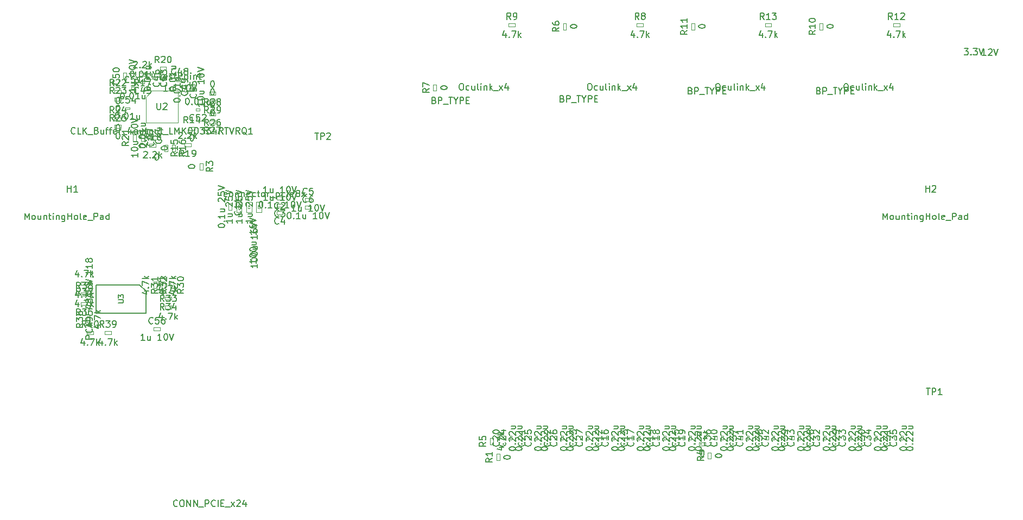
<source format=gbr>
%TF.GenerationSoftware,KiCad,Pcbnew,(5.1.5)-3*%
%TF.CreationDate,2022-02-01T02:21:16+01:00*%
%TF.ProjectId,Riser Leopard 2OU PCIe x8 4xOculink,52697365-7220-44c6-956f-706172642032,rev?*%
%TF.SameCoordinates,PX459e440PY54cbc38*%
%TF.FileFunction,Other,Fab,Top*%
%FSLAX46Y46*%
G04 Gerber Fmt 4.6, Leading zero omitted, Abs format (unit mm)*
G04 Created by KiCad (PCBNEW (5.1.5)-3) date 2022-02-01 02:21:16*
%MOMM*%
%LPD*%
G04 APERTURE LIST*
%ADD10C,0.100000*%
%ADD11C,0.150000*%
%ADD12C,0.075000*%
G04 APERTURE END LIST*
D10*
%TO.C,R34*%
X15750000Y-17285000D02*
X14750000Y-17285000D01*
X14750000Y-17285000D02*
X14750000Y-16785000D01*
X14750000Y-16785000D02*
X15750000Y-16785000D01*
X15750000Y-16785000D02*
X15750000Y-17285000D01*
%TO.C,C2*%
X33150000Y-1635000D02*
X32150000Y-1635000D01*
X32150000Y-1635000D02*
X32150000Y-1135000D01*
X32150000Y-1135000D02*
X33150000Y-1135000D01*
X33150000Y-1135000D02*
X33150000Y-1635000D01*
%TO.C,C3*%
X33150000Y-2310000D02*
X33150000Y-2810000D01*
X32150000Y-2310000D02*
X33150000Y-2310000D01*
X32150000Y-2810000D02*
X32150000Y-2310000D01*
X33150000Y-2810000D02*
X32150000Y-2810000D01*
%TO.C,C4*%
X33150000Y-3485000D02*
X33150000Y-3985000D01*
X32150000Y-3485000D02*
X33150000Y-3485000D01*
X32150000Y-3985000D02*
X32150000Y-3485000D01*
X33150000Y-3985000D02*
X32150000Y-3985000D01*
%TO.C,C5*%
X36550000Y-1435000D02*
X37550000Y-1435000D01*
X37550000Y-1435000D02*
X37550000Y-1935000D01*
X37550000Y-1935000D02*
X36550000Y-1935000D01*
X36550000Y-1935000D02*
X36550000Y-1435000D01*
%TO.C,C6*%
X36545001Y-3140001D02*
X36545001Y-2640001D01*
X37545001Y-3140001D02*
X36545001Y-3140001D01*
X37545001Y-2640001D02*
X37545001Y-3140001D01*
X36545001Y-2640001D02*
X37545001Y-2640001D01*
%TO.C,C8*%
X29000000Y-1985000D02*
X29800000Y-1985000D01*
X29000000Y-3585000D02*
X29000000Y-1985000D01*
X29800000Y-3585000D02*
X29000000Y-3585000D01*
X29800000Y-1985000D02*
X29800000Y-3585000D01*
%TO.C,C9*%
X28250000Y-1985000D02*
X28250000Y-3585000D01*
X28250000Y-3585000D02*
X27450000Y-3585000D01*
X27450000Y-3585000D02*
X27450000Y-1985000D01*
X27450000Y-1985000D02*
X28250000Y-1985000D01*
%TO.C,C10*%
X25900000Y-1985000D02*
X26700000Y-1985000D01*
X25900000Y-3585000D02*
X25900000Y-1985000D01*
X26700000Y-3585000D02*
X25900000Y-3585000D01*
X26700000Y-1985000D02*
X26700000Y-3585000D01*
%TO.C,C11*%
X25125000Y-2285000D02*
X25125000Y-3285000D01*
X25125000Y-3285000D02*
X24625000Y-3285000D01*
X24625000Y-3285000D02*
X24625000Y-2285000D01*
X24625000Y-2285000D02*
X25125000Y-2285000D01*
%TO.C,C12*%
X83550000Y-39135000D02*
X83550000Y-38535000D01*
X83550000Y-38535000D02*
X83850000Y-38535000D01*
X83850000Y-38535000D02*
X83850000Y-39135000D01*
X83850000Y-39135000D02*
X83550000Y-39135000D01*
%TO.C,C13*%
X87550000Y-39135000D02*
X87550000Y-38535000D01*
X87550000Y-38535000D02*
X87850000Y-38535000D01*
X87850000Y-38535000D02*
X87850000Y-39135000D01*
X87850000Y-39135000D02*
X87550000Y-39135000D01*
%TO.C,C14*%
X91550000Y-39135000D02*
X91550000Y-38535000D01*
X91550000Y-38535000D02*
X91850000Y-38535000D01*
X91850000Y-38535000D02*
X91850000Y-39135000D01*
X91850000Y-39135000D02*
X91550000Y-39135000D01*
%TO.C,C15*%
X95850000Y-39135000D02*
X95550000Y-39135000D01*
X95850000Y-38535000D02*
X95850000Y-39135000D01*
X95550000Y-38535000D02*
X95850000Y-38535000D01*
X95550000Y-39135000D02*
X95550000Y-38535000D01*
%TO.C,C16*%
X84850000Y-39135000D02*
X84550000Y-39135000D01*
X84850000Y-38535000D02*
X84850000Y-39135000D01*
X84550000Y-38535000D02*
X84850000Y-38535000D01*
X84550000Y-39135000D02*
X84550000Y-38535000D01*
%TO.C,C17*%
X88850000Y-39135000D02*
X88550000Y-39135000D01*
X88850000Y-38535000D02*
X88850000Y-39135000D01*
X88550000Y-38535000D02*
X88850000Y-38535000D01*
X88550000Y-39135000D02*
X88550000Y-38535000D01*
%TO.C,C18*%
X92850000Y-39135000D02*
X92550000Y-39135000D01*
X92850000Y-38535000D02*
X92850000Y-39135000D01*
X92550000Y-38535000D02*
X92850000Y-38535000D01*
X92550000Y-39135000D02*
X92550000Y-38535000D01*
%TO.C,C19*%
X96850000Y-39135000D02*
X96550000Y-39135000D01*
X96850000Y-38535000D02*
X96850000Y-39135000D01*
X96550000Y-38535000D02*
X96850000Y-38535000D01*
X96550000Y-39135000D02*
X96550000Y-38535000D01*
%TO.C,C20*%
X67550000Y-39135000D02*
X67550000Y-38535000D01*
X67550000Y-38535000D02*
X67850000Y-38535000D01*
X67850000Y-38535000D02*
X67850000Y-39135000D01*
X67850000Y-39135000D02*
X67550000Y-39135000D01*
%TO.C,C21*%
X71550000Y-39135000D02*
X71550000Y-38535000D01*
X71550000Y-38535000D02*
X71850000Y-38535000D01*
X71850000Y-38535000D02*
X71850000Y-39135000D01*
X71850000Y-39135000D02*
X71550000Y-39135000D01*
%TO.C,C22*%
X75550000Y-39135000D02*
X75550000Y-38535000D01*
X75550000Y-38535000D02*
X75850000Y-38535000D01*
X75850000Y-38535000D02*
X75850000Y-39135000D01*
X75850000Y-39135000D02*
X75550000Y-39135000D01*
%TO.C,C23*%
X79550000Y-39135000D02*
X79550000Y-38535000D01*
X79550000Y-38535000D02*
X79850000Y-38535000D01*
X79850000Y-38535000D02*
X79850000Y-39135000D01*
X79850000Y-39135000D02*
X79550000Y-39135000D01*
%TO.C,C24*%
X68850000Y-39135000D02*
X68550000Y-39135000D01*
X68850000Y-38535000D02*
X68850000Y-39135000D01*
X68550000Y-38535000D02*
X68850000Y-38535000D01*
X68550000Y-39135000D02*
X68550000Y-38535000D01*
%TO.C,C25*%
X72850000Y-39135000D02*
X72550000Y-39135000D01*
X72850000Y-38535000D02*
X72850000Y-39135000D01*
X72550000Y-38535000D02*
X72850000Y-38535000D01*
X72550000Y-39135000D02*
X72550000Y-38535000D01*
%TO.C,C26*%
X76850000Y-39135000D02*
X76550000Y-39135000D01*
X76850000Y-38535000D02*
X76850000Y-39135000D01*
X76550000Y-38535000D02*
X76850000Y-38535000D01*
X76550000Y-39135000D02*
X76550000Y-38535000D01*
%TO.C,C27*%
X80850000Y-39135000D02*
X80550000Y-39135000D01*
X80850000Y-38535000D02*
X80850000Y-39135000D01*
X80550000Y-38535000D02*
X80850000Y-38535000D01*
X80550000Y-39135000D02*
X80550000Y-38535000D01*
%TO.C,C28*%
X116550000Y-39135000D02*
X116550000Y-38535000D01*
X116550000Y-38535000D02*
X116850000Y-38535000D01*
X116850000Y-38535000D02*
X116850000Y-39135000D01*
X116850000Y-39135000D02*
X116550000Y-39135000D01*
%TO.C,C29*%
X120850000Y-39135000D02*
X120550000Y-39135000D01*
X120850000Y-38535000D02*
X120850000Y-39135000D01*
X120550000Y-38535000D02*
X120850000Y-38535000D01*
X120550000Y-39135000D02*
X120550000Y-38535000D01*
%TO.C,C30*%
X124850000Y-39135000D02*
X124550000Y-39135000D01*
X124850000Y-38535000D02*
X124850000Y-39135000D01*
X124550000Y-38535000D02*
X124850000Y-38535000D01*
X124550000Y-39135000D02*
X124550000Y-38535000D01*
%TO.C,C31*%
X128850000Y-39135000D02*
X128550000Y-39135000D01*
X128850000Y-38535000D02*
X128850000Y-39135000D01*
X128550000Y-38535000D02*
X128850000Y-38535000D01*
X128550000Y-39135000D02*
X128550000Y-38535000D01*
%TO.C,C32*%
X117550000Y-39135000D02*
X117550000Y-38535000D01*
X117550000Y-38535000D02*
X117850000Y-38535000D01*
X117850000Y-38535000D02*
X117850000Y-39135000D01*
X117850000Y-39135000D02*
X117550000Y-39135000D01*
%TO.C,C33*%
X121550000Y-39135000D02*
X121550000Y-38535000D01*
X121550000Y-38535000D02*
X121850000Y-38535000D01*
X121850000Y-38535000D02*
X121850000Y-39135000D01*
X121850000Y-39135000D02*
X121550000Y-39135000D01*
%TO.C,C34*%
X125550000Y-39135000D02*
X125550000Y-38535000D01*
X125550000Y-38535000D02*
X125850000Y-38535000D01*
X125850000Y-38535000D02*
X125850000Y-39135000D01*
X125850000Y-39135000D02*
X125550000Y-39135000D01*
%TO.C,C35*%
X129550000Y-39135000D02*
X129550000Y-38535000D01*
X129550000Y-38535000D02*
X129850000Y-38535000D01*
X129850000Y-38535000D02*
X129850000Y-39135000D01*
X129850000Y-39135000D02*
X129550000Y-39135000D01*
%TO.C,C36*%
X100850000Y-39135000D02*
X100550000Y-39135000D01*
X100850000Y-38535000D02*
X100850000Y-39135000D01*
X100550000Y-38535000D02*
X100850000Y-38535000D01*
X100550000Y-39135000D02*
X100550000Y-38535000D01*
%TO.C,C37*%
X104850000Y-39135000D02*
X104550000Y-39135000D01*
X104850000Y-38535000D02*
X104850000Y-39135000D01*
X104550000Y-38535000D02*
X104850000Y-38535000D01*
X104550000Y-39135000D02*
X104550000Y-38535000D01*
%TO.C,C38*%
X108850000Y-39135000D02*
X108550000Y-39135000D01*
X108850000Y-38535000D02*
X108850000Y-39135000D01*
X108550000Y-38535000D02*
X108850000Y-38535000D01*
X108550000Y-39135000D02*
X108550000Y-38535000D01*
%TO.C,C39*%
X112550000Y-39135000D02*
X112550000Y-38535000D01*
X112550000Y-38535000D02*
X112850000Y-38535000D01*
X112850000Y-38535000D02*
X112850000Y-39135000D01*
X112850000Y-39135000D02*
X112550000Y-39135000D01*
%TO.C,C40*%
X101550000Y-39135000D02*
X101550000Y-38535000D01*
X101550000Y-38535000D02*
X101850000Y-38535000D01*
X101850000Y-38535000D02*
X101850000Y-39135000D01*
X101850000Y-39135000D02*
X101550000Y-39135000D01*
%TO.C,C41*%
X105550000Y-39135000D02*
X105550000Y-38535000D01*
X105550000Y-38535000D02*
X105850000Y-38535000D01*
X105850000Y-38535000D02*
X105850000Y-39135000D01*
X105850000Y-39135000D02*
X105550000Y-39135000D01*
%TO.C,C42*%
X109550000Y-39135000D02*
X109550000Y-38535000D01*
X109550000Y-38535000D02*
X109850000Y-38535000D01*
X109850000Y-38535000D02*
X109850000Y-39135000D01*
X109850000Y-39135000D02*
X109550000Y-39135000D01*
%TO.C,C43*%
X113850000Y-39135000D02*
X113550000Y-39135000D01*
X113850000Y-38535000D02*
X113850000Y-39135000D01*
X113550000Y-38535000D02*
X113850000Y-38535000D01*
X113550000Y-39135000D02*
X113550000Y-38535000D01*
%TO.C,C44*%
X12350000Y8665000D02*
X12650000Y8665000D01*
X12350000Y8065000D02*
X12350000Y8665000D01*
X12650000Y8065000D02*
X12350000Y8065000D01*
X12650000Y8665000D02*
X12650000Y8065000D01*
%TO.C,C45*%
X11550000Y16765000D02*
X11550000Y16465000D01*
X10950000Y16765000D02*
X11550000Y16765000D01*
X10950000Y16465000D02*
X10950000Y16765000D01*
X11550000Y16465000D02*
X10950000Y16465000D01*
%TO.C,C46*%
X14550000Y16965000D02*
X14550000Y17565000D01*
X14550000Y17565000D02*
X14850000Y17565000D01*
X14850000Y17565000D02*
X14850000Y16965000D01*
X14850000Y16965000D02*
X14550000Y16965000D01*
%TO.C,C47*%
X11050000Y8490000D02*
X11550000Y8490000D01*
X11050000Y7490000D02*
X11050000Y8490000D01*
X11550000Y7490000D02*
X11050000Y7490000D01*
X11550000Y8490000D02*
X11550000Y7490000D01*
%TO.C,C48*%
X16550000Y17265000D02*
X17550000Y17265000D01*
X17550000Y17265000D02*
X17550000Y16765000D01*
X17550000Y16765000D02*
X16550000Y16765000D01*
X16550000Y16765000D02*
X16550000Y17265000D01*
%TO.C,C49*%
X19325000Y15390000D02*
X18825000Y15390000D01*
X19325000Y16390000D02*
X19325000Y15390000D01*
X18825000Y16390000D02*
X19325000Y16390000D01*
X18825000Y15390000D02*
X18825000Y16390000D01*
%TO.C,C50*%
X8200000Y17115000D02*
X8200000Y18115000D01*
X8200000Y18115000D02*
X8700000Y18115000D01*
X8700000Y18115000D02*
X8700000Y17115000D01*
X8700000Y17115000D02*
X8200000Y17115000D01*
%TO.C,C51*%
X9450000Y15915000D02*
X10050000Y15915000D01*
X10050000Y15915000D02*
X10050000Y15615000D01*
X10050000Y15615000D02*
X9450000Y15615000D01*
X9450000Y15615000D02*
X9450000Y15915000D01*
%TO.C,C52*%
X20175000Y12215000D02*
X19575000Y12215000D01*
X19575000Y12215000D02*
X19575000Y12515000D01*
X19575000Y12515000D02*
X20175000Y12515000D01*
X20175000Y12515000D02*
X20175000Y12215000D01*
%TO.C,C53*%
X13450000Y17565000D02*
X13450000Y16965000D01*
X13450000Y16965000D02*
X13150000Y16965000D01*
X13150000Y16965000D02*
X13150000Y17565000D01*
X13150000Y17565000D02*
X13450000Y17565000D01*
%TO.C,C54*%
X8600000Y12465000D02*
X8600000Y12765000D01*
X9200000Y12465000D02*
X8600000Y12465000D01*
X9200000Y12765000D02*
X9200000Y12465000D01*
X8600000Y12765000D02*
X9200000Y12765000D01*
%TO.C,C55*%
X17775000Y15790000D02*
X18075000Y15790000D01*
X17775000Y15190000D02*
X17775000Y15790000D01*
X18075000Y15190000D02*
X17775000Y15190000D01*
X18075000Y15790000D02*
X18075000Y15190000D01*
%TO.C,C56*%
X13000000Y-21585000D02*
X14000000Y-21585000D01*
X14000000Y-21585000D02*
X14000000Y-22085000D01*
X14000000Y-22085000D02*
X13000000Y-22085000D01*
X13000000Y-22085000D02*
X13000000Y-21585000D01*
%TO.C,R1*%
X66950000Y-42335000D02*
X66450000Y-42335000D01*
X66950000Y-41335000D02*
X66950000Y-42335000D01*
X66450000Y-41335000D02*
X66950000Y-41335000D01*
X66450000Y-42335000D02*
X66450000Y-41335000D01*
%TO.C,R2*%
X98050000Y-39535000D02*
X99050000Y-39535000D01*
X99050000Y-39535000D02*
X99050000Y-40035000D01*
X99050000Y-40035000D02*
X98050000Y-40035000D01*
X98050000Y-40035000D02*
X98050000Y-39535000D01*
%TO.C,R3*%
X20650000Y4015000D02*
X20650000Y3015000D01*
X20650000Y3015000D02*
X20150000Y3015000D01*
X20150000Y3015000D02*
X20150000Y4015000D01*
X20150000Y4015000D02*
X20650000Y4015000D01*
%TO.C,R4*%
X99950000Y-42085000D02*
X99450000Y-42085000D01*
X99950000Y-41085000D02*
X99950000Y-42085000D01*
X99450000Y-41085000D02*
X99950000Y-41085000D01*
X99450000Y-42085000D02*
X99450000Y-41085000D01*
%TO.C,R5*%
X65450000Y-39835000D02*
X65450000Y-38835000D01*
X65450000Y-38835000D02*
X65950000Y-38835000D01*
X65950000Y-38835000D02*
X65950000Y-39835000D01*
X65950000Y-39835000D02*
X65450000Y-39835000D01*
%TO.C,R6*%
X76850000Y24865000D02*
X76850000Y25865000D01*
X76850000Y25865000D02*
X77350000Y25865000D01*
X77350000Y25865000D02*
X77350000Y24865000D01*
X77350000Y24865000D02*
X76850000Y24865000D01*
%TO.C,R7*%
X57100000Y15315000D02*
X56600000Y15315000D01*
X57100000Y16315000D02*
X57100000Y15315000D01*
X56600000Y16315000D02*
X57100000Y16315000D01*
X56600000Y15315000D02*
X56600000Y16315000D01*
%TO.C,R8*%
X88350000Y25315000D02*
X88350000Y25815000D01*
X89350000Y25315000D02*
X88350000Y25315000D01*
X89350000Y25815000D02*
X89350000Y25315000D01*
X88350000Y25815000D02*
X89350000Y25815000D01*
%TO.C,R9*%
X68350000Y25315000D02*
X68350000Y25815000D01*
X69350000Y25315000D02*
X68350000Y25315000D01*
X69350000Y25815000D02*
X69350000Y25315000D01*
X68350000Y25815000D02*
X69350000Y25815000D01*
%TO.C,R10*%
X117350000Y24865000D02*
X116850000Y24865000D01*
X117350000Y25865000D02*
X117350000Y24865000D01*
X116850000Y25865000D02*
X117350000Y25865000D01*
X116850000Y24865000D02*
X116850000Y25865000D01*
%TO.C,R11*%
X97350000Y24865000D02*
X96850000Y24865000D01*
X97350000Y25865000D02*
X97350000Y24865000D01*
X96850000Y25865000D02*
X97350000Y25865000D01*
X96850000Y24865000D02*
X96850000Y25865000D01*
%TO.C,R12*%
X128350000Y25815000D02*
X129350000Y25815000D01*
X129350000Y25815000D02*
X129350000Y25315000D01*
X129350000Y25315000D02*
X128350000Y25315000D01*
X128350000Y25315000D02*
X128350000Y25815000D01*
%TO.C,R13*%
X108350000Y25315000D02*
X108350000Y25815000D01*
X109350000Y25315000D02*
X108350000Y25315000D01*
X109350000Y25815000D02*
X109350000Y25315000D01*
X108350000Y25815000D02*
X109350000Y25815000D01*
%TO.C,R14*%
X18425000Y9665000D02*
X19425000Y9665000D01*
X19425000Y9665000D02*
X19425000Y9165000D01*
X19425000Y9165000D02*
X18425000Y9165000D01*
X18425000Y9165000D02*
X18425000Y9665000D01*
%TO.C,R15*%
X15150000Y6890000D02*
X15150000Y5890000D01*
X15150000Y5890000D02*
X14650000Y5890000D01*
X14650000Y5890000D02*
X14650000Y6890000D01*
X14650000Y6890000D02*
X15150000Y6890000D01*
%TO.C,R16*%
X15875000Y6890000D02*
X16375000Y6890000D01*
X15875000Y5890000D02*
X15875000Y6890000D01*
X16375000Y5890000D02*
X15875000Y5890000D01*
X16375000Y6890000D02*
X16375000Y5890000D01*
%TO.C,R17*%
X11750000Y17665000D02*
X10750000Y17665000D01*
X10750000Y17665000D02*
X10750000Y18165000D01*
X10750000Y18165000D02*
X11750000Y18165000D01*
X11750000Y18165000D02*
X11750000Y17665000D01*
%TO.C,R18*%
X12325000Y6515000D02*
X12325000Y7015000D01*
X13325000Y6515000D02*
X12325000Y6515000D01*
X13325000Y7015000D02*
X13325000Y6515000D01*
X12325000Y7015000D02*
X13325000Y7015000D01*
%TO.C,R19*%
X18775000Y6615000D02*
X17775000Y6615000D01*
X17775000Y6615000D02*
X17775000Y7115000D01*
X17775000Y7115000D02*
X18775000Y7115000D01*
X18775000Y7115000D02*
X18775000Y6615000D01*
%TO.C,R20*%
X13950000Y19065000D02*
X14950000Y19065000D01*
X14950000Y19065000D02*
X14950000Y18565000D01*
X14950000Y18565000D02*
X13950000Y18565000D01*
X13950000Y18565000D02*
X13950000Y19065000D01*
%TO.C,R21*%
X9725000Y7490000D02*
X9725000Y8490000D01*
X9725000Y8490000D02*
X10225000Y8490000D01*
X10225000Y8490000D02*
X10225000Y7490000D01*
X10225000Y7490000D02*
X9725000Y7490000D01*
%TO.C,R22*%
X6900000Y15465000D02*
X7900000Y15465000D01*
X7900000Y15465000D02*
X7900000Y14965000D01*
X7900000Y14965000D02*
X6900000Y14965000D01*
X6900000Y14965000D02*
X6900000Y15465000D01*
%TO.C,R23*%
X6900000Y13740000D02*
X6900000Y14240000D01*
X7900000Y13740000D02*
X6900000Y13740000D01*
X7900000Y14240000D02*
X7900000Y13740000D01*
X6900000Y14240000D02*
X7900000Y14240000D01*
%TO.C,R24*%
X6900000Y11215000D02*
X7900000Y11215000D01*
X7900000Y11215000D02*
X7900000Y10715000D01*
X7900000Y10715000D02*
X6900000Y10715000D01*
X6900000Y10715000D02*
X6900000Y11215000D01*
%TO.C,R25*%
X6900000Y9490000D02*
X6900000Y9990000D01*
X7900000Y9490000D02*
X6900000Y9490000D01*
X7900000Y9990000D02*
X7900000Y9490000D01*
X6900000Y9990000D02*
X7900000Y9990000D01*
%TO.C,R26*%
X22650000Y11940000D02*
X22650000Y11440000D01*
X21650000Y11940000D02*
X22650000Y11940000D01*
X21650000Y11440000D02*
X21650000Y11940000D01*
X22650000Y11440000D02*
X21650000Y11440000D01*
%TO.C,R27*%
X22650000Y10215000D02*
X21650000Y10215000D01*
X21650000Y10215000D02*
X21650000Y10715000D01*
X21650000Y10715000D02*
X22650000Y10715000D01*
X22650000Y10715000D02*
X22650000Y10215000D01*
%TO.C,R28*%
X22650000Y15140000D02*
X22650000Y14640000D01*
X21650000Y15140000D02*
X22650000Y15140000D01*
X21650000Y14640000D02*
X21650000Y15140000D01*
X22650000Y14640000D02*
X21650000Y14640000D01*
%TO.C,R29*%
X22650000Y13415000D02*
X21650000Y13415000D01*
X21650000Y13415000D02*
X21650000Y13915000D01*
X21650000Y13915000D02*
X22650000Y13915000D01*
X22650000Y13915000D02*
X22650000Y13415000D01*
%TO.C,R30*%
X15600000Y-14485000D02*
X16100000Y-14485000D01*
X15600000Y-15485000D02*
X15600000Y-14485000D01*
X16100000Y-15485000D02*
X15600000Y-15485000D01*
X16100000Y-14485000D02*
X16100000Y-15485000D01*
%TO.C,R31*%
X14250000Y-15485000D02*
X14250000Y-14485000D01*
X14250000Y-14485000D02*
X14750000Y-14485000D01*
X14750000Y-14485000D02*
X14750000Y-15485000D01*
X14750000Y-15485000D02*
X14250000Y-15485000D01*
%TO.C,R32*%
X12950000Y-14485000D02*
X13450000Y-14485000D01*
X12950000Y-15485000D02*
X12950000Y-14485000D01*
X13450000Y-15485000D02*
X12950000Y-15485000D01*
X13450000Y-14485000D02*
X13450000Y-15485000D01*
%TO.C,R33*%
X14750000Y-18685000D02*
X14750000Y-18185000D01*
X15750000Y-18685000D02*
X14750000Y-18685000D01*
X15750000Y-18185000D02*
X15750000Y-18685000D01*
X14750000Y-18185000D02*
X15750000Y-18185000D01*
%TO.C,R35*%
X2650000Y-18135000D02*
X1650000Y-18135000D01*
X1650000Y-18135000D02*
X1650000Y-17635000D01*
X1650000Y-17635000D02*
X2650000Y-17635000D01*
X2650000Y-17635000D02*
X2650000Y-18135000D01*
%TO.C,R36*%
X3050000Y-20835000D02*
X2550000Y-20835000D01*
X3050000Y-19835000D02*
X3050000Y-20835000D01*
X2550000Y-19835000D02*
X3050000Y-19835000D01*
X2550000Y-20835000D02*
X2550000Y-19835000D01*
%TO.C,R37*%
X2650000Y-14435000D02*
X2650000Y-14935000D01*
X1650000Y-14435000D02*
X2650000Y-14435000D01*
X1650000Y-14935000D02*
X1650000Y-14435000D01*
X2650000Y-14935000D02*
X1650000Y-14935000D01*
%TO.C,R38*%
X1650000Y-16185000D02*
X2650000Y-16185000D01*
X2650000Y-16185000D02*
X2650000Y-16685000D01*
X2650000Y-16685000D02*
X1650000Y-16685000D01*
X1650000Y-16685000D02*
X1650000Y-16185000D01*
%TO.C,R39*%
X5350000Y-22185000D02*
X6350000Y-22185000D01*
X6350000Y-22185000D02*
X6350000Y-22685000D01*
X6350000Y-22685000D02*
X5350000Y-22685000D01*
X5350000Y-22685000D02*
X5350000Y-22185000D01*
%TO.C,R40*%
X2550000Y-22685000D02*
X2550000Y-22185000D01*
X3550000Y-22685000D02*
X2550000Y-22685000D01*
X3550000Y-22185000D02*
X3550000Y-22685000D01*
X2550000Y-22185000D02*
X3550000Y-22185000D01*
%TO.C,U2*%
X16750000Y10365000D02*
X11750000Y10365000D01*
X16750000Y15365000D02*
X16750000Y10365000D01*
X11750000Y14365000D02*
X11750000Y10365000D01*
X12750000Y15365000D02*
X11750000Y14365000D01*
X16750000Y15365000D02*
X12750000Y15365000D01*
D11*
%TO.C,U3*%
X10800000Y-14935000D02*
X11800000Y-15935000D01*
X4000000Y-14935000D02*
X10800000Y-14935000D01*
X4000000Y-19335000D02*
X4000000Y-14935000D01*
X11800000Y-19335000D02*
X4000000Y-19335000D01*
X11800000Y-15935000D02*
X11800000Y-19335000D01*
%TD*%
%TO.C,R34*%
X14321428Y-15370714D02*
X14321428Y-16037380D01*
X14083333Y-14989761D02*
X13845238Y-15704047D01*
X14464285Y-15704047D01*
X14845238Y-15942142D02*
X14892857Y-15989761D01*
X14845238Y-16037380D01*
X14797619Y-15989761D01*
X14845238Y-15942142D01*
X14845238Y-16037380D01*
X15226190Y-15037380D02*
X15892857Y-15037380D01*
X15464285Y-16037380D01*
X16273809Y-16037380D02*
X16273809Y-15037380D01*
X16369047Y-15656428D02*
X16654761Y-16037380D01*
X16654761Y-15370714D02*
X16273809Y-15751666D01*
X14607142Y-18837380D02*
X14273809Y-18361190D01*
X14035714Y-18837380D02*
X14035714Y-17837380D01*
X14416666Y-17837380D01*
X14511904Y-17885000D01*
X14559523Y-17932619D01*
X14607142Y-18027857D01*
X14607142Y-18170714D01*
X14559523Y-18265952D01*
X14511904Y-18313571D01*
X14416666Y-18361190D01*
X14035714Y-18361190D01*
X14940476Y-17837380D02*
X15559523Y-17837380D01*
X15226190Y-18218333D01*
X15369047Y-18218333D01*
X15464285Y-18265952D01*
X15511904Y-18313571D01*
X15559523Y-18408809D01*
X15559523Y-18646904D01*
X15511904Y-18742142D01*
X15464285Y-18789761D01*
X15369047Y-18837380D01*
X15083333Y-18837380D01*
X14988095Y-18789761D01*
X14940476Y-18742142D01*
X16416666Y-18170714D02*
X16416666Y-18837380D01*
X16178571Y-17789761D02*
X15940476Y-18504047D01*
X16559523Y-18504047D01*
%TO.C,J1*%
X16684771Y-49426642D02*
X16637152Y-49474261D01*
X16494295Y-49521880D01*
X16399057Y-49521880D01*
X16256200Y-49474261D01*
X16160961Y-49379023D01*
X16113342Y-49283785D01*
X16065723Y-49093309D01*
X16065723Y-48950452D01*
X16113342Y-48759976D01*
X16160961Y-48664738D01*
X16256200Y-48569500D01*
X16399057Y-48521880D01*
X16494295Y-48521880D01*
X16637152Y-48569500D01*
X16684771Y-48617119D01*
X17303819Y-48521880D02*
X17494295Y-48521880D01*
X17589533Y-48569500D01*
X17684771Y-48664738D01*
X17732390Y-48855214D01*
X17732390Y-49188547D01*
X17684771Y-49379023D01*
X17589533Y-49474261D01*
X17494295Y-49521880D01*
X17303819Y-49521880D01*
X17208580Y-49474261D01*
X17113342Y-49379023D01*
X17065723Y-49188547D01*
X17065723Y-48855214D01*
X17113342Y-48664738D01*
X17208580Y-48569500D01*
X17303819Y-48521880D01*
X18160961Y-49521880D02*
X18160961Y-48521880D01*
X18732390Y-49521880D01*
X18732390Y-48521880D01*
X19208580Y-49521880D02*
X19208580Y-48521880D01*
X19780009Y-49521880D01*
X19780009Y-48521880D01*
X20018104Y-49617119D02*
X20780009Y-49617119D01*
X21018104Y-49521880D02*
X21018104Y-48521880D01*
X21399057Y-48521880D01*
X21494295Y-48569500D01*
X21541914Y-48617119D01*
X21589533Y-48712357D01*
X21589533Y-48855214D01*
X21541914Y-48950452D01*
X21494295Y-48998071D01*
X21399057Y-49045690D01*
X21018104Y-49045690D01*
X22589533Y-49426642D02*
X22541914Y-49474261D01*
X22399057Y-49521880D01*
X22303819Y-49521880D01*
X22160961Y-49474261D01*
X22065723Y-49379023D01*
X22018104Y-49283785D01*
X21970485Y-49093309D01*
X21970485Y-48950452D01*
X22018104Y-48759976D01*
X22065723Y-48664738D01*
X22160961Y-48569500D01*
X22303819Y-48521880D01*
X22399057Y-48521880D01*
X22541914Y-48569500D01*
X22589533Y-48617119D01*
X23018104Y-49521880D02*
X23018104Y-48521880D01*
X23494295Y-48998071D02*
X23827628Y-48998071D01*
X23970485Y-49521880D02*
X23494295Y-49521880D01*
X23494295Y-48521880D01*
X23970485Y-48521880D01*
X24160961Y-49617119D02*
X24922866Y-49617119D01*
X25065723Y-49521880D02*
X25589533Y-48855214D01*
X25065723Y-48855214D02*
X25589533Y-49521880D01*
X25922866Y-48617119D02*
X25970485Y-48569500D01*
X26065723Y-48521880D01*
X26303819Y-48521880D01*
X26399057Y-48569500D01*
X26446676Y-48617119D01*
X26494295Y-48712357D01*
X26494295Y-48807595D01*
X26446676Y-48950452D01*
X25875247Y-49521880D01*
X26494295Y-49521880D01*
X27351438Y-48855214D02*
X27351438Y-49521880D01*
X27113342Y-48474261D02*
X26875247Y-49188547D01*
X27494295Y-49188547D01*
%TO.C,C1*%
X29152380Y-11715952D02*
X29152380Y-12287380D01*
X29152380Y-12001666D02*
X28152380Y-12001666D01*
X28295238Y-12096904D01*
X28390476Y-12192142D01*
X28438095Y-12287380D01*
X28152380Y-11096904D02*
X28152380Y-11001666D01*
X28200000Y-10906428D01*
X28247619Y-10858809D01*
X28342857Y-10811190D01*
X28533333Y-10763571D01*
X28771428Y-10763571D01*
X28961904Y-10811190D01*
X29057142Y-10858809D01*
X29104761Y-10906428D01*
X29152380Y-11001666D01*
X29152380Y-11096904D01*
X29104761Y-11192142D01*
X29057142Y-11239761D01*
X28961904Y-11287380D01*
X28771428Y-11335000D01*
X28533333Y-11335000D01*
X28342857Y-11287380D01*
X28247619Y-11239761D01*
X28200000Y-11192142D01*
X28152380Y-11096904D01*
X28152380Y-10144523D02*
X28152380Y-10049285D01*
X28200000Y-9954047D01*
X28247619Y-9906428D01*
X28342857Y-9858809D01*
X28533333Y-9811190D01*
X28771428Y-9811190D01*
X28961904Y-9858809D01*
X29057142Y-9906428D01*
X29104761Y-9954047D01*
X29152380Y-10049285D01*
X29152380Y-10144523D01*
X29104761Y-10239761D01*
X29057142Y-10287380D01*
X28961904Y-10335000D01*
X28771428Y-10382619D01*
X28533333Y-10382619D01*
X28342857Y-10335000D01*
X28247619Y-10287380D01*
X28200000Y-10239761D01*
X28152380Y-10144523D01*
X28485714Y-8954047D02*
X29152380Y-8954047D01*
X28485714Y-9382619D02*
X29009523Y-9382619D01*
X29104761Y-9335000D01*
X29152380Y-9239761D01*
X29152380Y-9096904D01*
X29104761Y-9001666D01*
X29057142Y-8954047D01*
X29152380Y-7192142D02*
X29152380Y-7763571D01*
X29152380Y-7477857D02*
X28152380Y-7477857D01*
X28295238Y-7573095D01*
X28390476Y-7668333D01*
X28438095Y-7763571D01*
X28152380Y-6335000D02*
X28152380Y-6525476D01*
X28200000Y-6620714D01*
X28247619Y-6668333D01*
X28390476Y-6763571D01*
X28580952Y-6811190D01*
X28961904Y-6811190D01*
X29057142Y-6763571D01*
X29104761Y-6715952D01*
X29152380Y-6620714D01*
X29152380Y-6430238D01*
X29104761Y-6335000D01*
X29057142Y-6287380D01*
X28961904Y-6239761D01*
X28723809Y-6239761D01*
X28628571Y-6287380D01*
X28580952Y-6335000D01*
X28533333Y-6430238D01*
X28533333Y-6620714D01*
X28580952Y-6715952D01*
X28628571Y-6763571D01*
X28723809Y-6811190D01*
X28152380Y-5954047D02*
X29152380Y-5620714D01*
X28152380Y-5287380D01*
%TO.C,C2*%
X30721428Y-567380D02*
X30150000Y-567380D01*
X30435714Y-567380D02*
X30435714Y432620D01*
X30340476Y289762D01*
X30245238Y194524D01*
X30150000Y146905D01*
X31578571Y99286D02*
X31578571Y-567380D01*
X31150000Y99286D02*
X31150000Y-424523D01*
X31197619Y-519761D01*
X31292857Y-567380D01*
X31435714Y-567380D01*
X31530952Y-519761D01*
X31578571Y-472142D01*
X33340476Y-567380D02*
X32769047Y-567380D01*
X33054761Y-567380D02*
X33054761Y432620D01*
X32959523Y289762D01*
X32864285Y194524D01*
X32769047Y146905D01*
X33959523Y432620D02*
X34054761Y432620D01*
X34150000Y385000D01*
X34197619Y337381D01*
X34245238Y242143D01*
X34292857Y51667D01*
X34292857Y-186428D01*
X34245238Y-376904D01*
X34197619Y-472142D01*
X34150000Y-519761D01*
X34054761Y-567380D01*
X33959523Y-567380D01*
X33864285Y-519761D01*
X33816666Y-472142D01*
X33769047Y-376904D01*
X33721428Y-186428D01*
X33721428Y51667D01*
X33769047Y242143D01*
X33816666Y337381D01*
X33864285Y385000D01*
X33959523Y432620D01*
X34578571Y432620D02*
X34911904Y-567380D01*
X35245238Y432620D01*
X32483333Y-3012142D02*
X32435714Y-3059761D01*
X32292857Y-3107380D01*
X32197619Y-3107380D01*
X32054761Y-3059761D01*
X31959523Y-2964523D01*
X31911904Y-2869285D01*
X31864285Y-2678809D01*
X31864285Y-2535952D01*
X31911904Y-2345476D01*
X31959523Y-2250238D01*
X32054761Y-2155000D01*
X32197619Y-2107380D01*
X32292857Y-2107380D01*
X32435714Y-2155000D01*
X32483333Y-2202619D01*
X32864285Y-2202619D02*
X32911904Y-2155000D01*
X33007142Y-2107380D01*
X33245238Y-2107380D01*
X33340476Y-2155000D01*
X33388095Y-2202619D01*
X33435714Y-2297857D01*
X33435714Y-2393095D01*
X33388095Y-2535952D01*
X32816666Y-3107380D01*
X33435714Y-3107380D01*
%TO.C,C3*%
X30721428Y-1742380D02*
X30150000Y-1742380D01*
X30435714Y-1742380D02*
X30435714Y-742380D01*
X30340476Y-885238D01*
X30245238Y-980476D01*
X30150000Y-1028095D01*
X31578571Y-1075714D02*
X31578571Y-1742380D01*
X31150000Y-1075714D02*
X31150000Y-1599523D01*
X31197619Y-1694761D01*
X31292857Y-1742380D01*
X31435714Y-1742380D01*
X31530952Y-1694761D01*
X31578571Y-1647142D01*
X33340476Y-1742380D02*
X32769047Y-1742380D01*
X33054761Y-1742380D02*
X33054761Y-742380D01*
X32959523Y-885238D01*
X32864285Y-980476D01*
X32769047Y-1028095D01*
X33959523Y-742380D02*
X34054761Y-742380D01*
X34150000Y-790000D01*
X34197619Y-837619D01*
X34245238Y-932857D01*
X34292857Y-1123333D01*
X34292857Y-1361428D01*
X34245238Y-1551904D01*
X34197619Y-1647142D01*
X34150000Y-1694761D01*
X34054761Y-1742380D01*
X33959523Y-1742380D01*
X33864285Y-1694761D01*
X33816666Y-1647142D01*
X33769047Y-1551904D01*
X33721428Y-1361428D01*
X33721428Y-1123333D01*
X33769047Y-932857D01*
X33816666Y-837619D01*
X33864285Y-790000D01*
X33959523Y-742380D01*
X34578571Y-742380D02*
X34911904Y-1742380D01*
X35245238Y-742380D01*
X32483333Y-4187142D02*
X32435714Y-4234761D01*
X32292857Y-4282380D01*
X32197619Y-4282380D01*
X32054761Y-4234761D01*
X31959523Y-4139523D01*
X31911904Y-4044285D01*
X31864285Y-3853809D01*
X31864285Y-3710952D01*
X31911904Y-3520476D01*
X31959523Y-3425238D01*
X32054761Y-3330000D01*
X32197619Y-3282380D01*
X32292857Y-3282380D01*
X32435714Y-3330000D01*
X32483333Y-3377619D01*
X32816666Y-3282380D02*
X33435714Y-3282380D01*
X33102380Y-3663333D01*
X33245238Y-3663333D01*
X33340476Y-3710952D01*
X33388095Y-3758571D01*
X33435714Y-3853809D01*
X33435714Y-4091904D01*
X33388095Y-4187142D01*
X33340476Y-4234761D01*
X33245238Y-4282380D01*
X32959523Y-4282380D01*
X32864285Y-4234761D01*
X32816666Y-4187142D01*
%TO.C,C4*%
X29673809Y-1917380D02*
X29769047Y-1917380D01*
X29864285Y-1965000D01*
X29911904Y-2012619D01*
X29959523Y-2107857D01*
X30007142Y-2298333D01*
X30007142Y-2536428D01*
X29959523Y-2726904D01*
X29911904Y-2822142D01*
X29864285Y-2869761D01*
X29769047Y-2917380D01*
X29673809Y-2917380D01*
X29578571Y-2869761D01*
X29530952Y-2822142D01*
X29483333Y-2726904D01*
X29435714Y-2536428D01*
X29435714Y-2298333D01*
X29483333Y-2107857D01*
X29530952Y-2012619D01*
X29578571Y-1965000D01*
X29673809Y-1917380D01*
X30435714Y-2822142D02*
X30483333Y-2869761D01*
X30435714Y-2917380D01*
X30388095Y-2869761D01*
X30435714Y-2822142D01*
X30435714Y-2917380D01*
X31435714Y-2917380D02*
X30864285Y-2917380D01*
X31150000Y-2917380D02*
X31150000Y-1917380D01*
X31054761Y-2060238D01*
X30959523Y-2155476D01*
X30864285Y-2203095D01*
X32292857Y-2250714D02*
X32292857Y-2917380D01*
X31864285Y-2250714D02*
X31864285Y-2774523D01*
X31911904Y-2869761D01*
X32007142Y-2917380D01*
X32150000Y-2917380D01*
X32245238Y-2869761D01*
X32292857Y-2822142D01*
X34054761Y-2917380D02*
X33483333Y-2917380D01*
X33769047Y-2917380D02*
X33769047Y-1917380D01*
X33673809Y-2060238D01*
X33578571Y-2155476D01*
X33483333Y-2203095D01*
X34673809Y-1917380D02*
X34769047Y-1917380D01*
X34864285Y-1965000D01*
X34911904Y-2012619D01*
X34959523Y-2107857D01*
X35007142Y-2298333D01*
X35007142Y-2536428D01*
X34959523Y-2726904D01*
X34911904Y-2822142D01*
X34864285Y-2869761D01*
X34769047Y-2917380D01*
X34673809Y-2917380D01*
X34578571Y-2869761D01*
X34530952Y-2822142D01*
X34483333Y-2726904D01*
X34435714Y-2536428D01*
X34435714Y-2298333D01*
X34483333Y-2107857D01*
X34530952Y-2012619D01*
X34578571Y-1965000D01*
X34673809Y-1917380D01*
X35292857Y-1917380D02*
X35626190Y-2917380D01*
X35959523Y-1917380D01*
X32483333Y-5362142D02*
X32435714Y-5409761D01*
X32292857Y-5457380D01*
X32197619Y-5457380D01*
X32054761Y-5409761D01*
X31959523Y-5314523D01*
X31911904Y-5219285D01*
X31864285Y-5028809D01*
X31864285Y-4885952D01*
X31911904Y-4695476D01*
X31959523Y-4600238D01*
X32054761Y-4505000D01*
X32197619Y-4457380D01*
X32292857Y-4457380D01*
X32435714Y-4505000D01*
X32483333Y-4552619D01*
X33340476Y-4790714D02*
X33340476Y-5457380D01*
X33102380Y-4409761D02*
X32864285Y-5124047D01*
X33483333Y-5124047D01*
%TO.C,C5*%
X35121428Y-3407380D02*
X34550000Y-3407380D01*
X34835714Y-3407380D02*
X34835714Y-2407380D01*
X34740476Y-2550238D01*
X34645238Y-2645476D01*
X34550000Y-2693095D01*
X35978571Y-2740714D02*
X35978571Y-3407380D01*
X35550000Y-2740714D02*
X35550000Y-3264523D01*
X35597619Y-3359761D01*
X35692857Y-3407380D01*
X35835714Y-3407380D01*
X35930952Y-3359761D01*
X35978571Y-3312142D01*
X37740476Y-3407380D02*
X37169047Y-3407380D01*
X37454761Y-3407380D02*
X37454761Y-2407380D01*
X37359523Y-2550238D01*
X37264285Y-2645476D01*
X37169047Y-2693095D01*
X38359523Y-2407380D02*
X38454761Y-2407380D01*
X38550000Y-2455000D01*
X38597619Y-2502619D01*
X38645238Y-2597857D01*
X38692857Y-2788333D01*
X38692857Y-3026428D01*
X38645238Y-3216904D01*
X38597619Y-3312142D01*
X38550000Y-3359761D01*
X38454761Y-3407380D01*
X38359523Y-3407380D01*
X38264285Y-3359761D01*
X38216666Y-3312142D01*
X38169047Y-3216904D01*
X38121428Y-3026428D01*
X38121428Y-2788333D01*
X38169047Y-2597857D01*
X38216666Y-2502619D01*
X38264285Y-2455000D01*
X38359523Y-2407380D01*
X38978571Y-2407380D02*
X39311904Y-3407380D01*
X39645238Y-2407380D01*
X36883333Y-772142D02*
X36835714Y-819761D01*
X36692857Y-867380D01*
X36597619Y-867380D01*
X36454761Y-819761D01*
X36359523Y-724523D01*
X36311904Y-629285D01*
X36264285Y-438809D01*
X36264285Y-295952D01*
X36311904Y-105476D01*
X36359523Y-10238D01*
X36454761Y85000D01*
X36597619Y132620D01*
X36692857Y132620D01*
X36835714Y85000D01*
X36883333Y37381D01*
X37788095Y132620D02*
X37311904Y132620D01*
X37264285Y-343571D01*
X37311904Y-295952D01*
X37407142Y-248333D01*
X37645238Y-248333D01*
X37740476Y-295952D01*
X37788095Y-343571D01*
X37835714Y-438809D01*
X37835714Y-676904D01*
X37788095Y-772142D01*
X37740476Y-819761D01*
X37645238Y-867380D01*
X37407142Y-867380D01*
X37311904Y-819761D01*
X37264285Y-772142D01*
%TO.C,C6*%
X34068810Y-3612381D02*
X34164048Y-3612381D01*
X34259286Y-3660001D01*
X34306905Y-3707620D01*
X34354524Y-3802858D01*
X34402143Y-3993334D01*
X34402143Y-4231429D01*
X34354524Y-4421905D01*
X34306905Y-4517143D01*
X34259286Y-4564762D01*
X34164048Y-4612381D01*
X34068810Y-4612381D01*
X33973572Y-4564762D01*
X33925953Y-4517143D01*
X33878334Y-4421905D01*
X33830715Y-4231429D01*
X33830715Y-3993334D01*
X33878334Y-3802858D01*
X33925953Y-3707620D01*
X33973572Y-3660001D01*
X34068810Y-3612381D01*
X34830715Y-4517143D02*
X34878334Y-4564762D01*
X34830715Y-4612381D01*
X34783096Y-4564762D01*
X34830715Y-4517143D01*
X34830715Y-4612381D01*
X35830715Y-4612381D02*
X35259286Y-4612381D01*
X35545001Y-4612381D02*
X35545001Y-3612381D01*
X35449762Y-3755239D01*
X35354524Y-3850477D01*
X35259286Y-3898096D01*
X36687858Y-3945715D02*
X36687858Y-4612381D01*
X36259286Y-3945715D02*
X36259286Y-4469524D01*
X36306905Y-4564762D01*
X36402143Y-4612381D01*
X36545001Y-4612381D01*
X36640239Y-4564762D01*
X36687858Y-4517143D01*
X38449762Y-4612381D02*
X37878334Y-4612381D01*
X38164048Y-4612381D02*
X38164048Y-3612381D01*
X38068810Y-3755239D01*
X37973572Y-3850477D01*
X37878334Y-3898096D01*
X39068810Y-3612381D02*
X39164048Y-3612381D01*
X39259286Y-3660001D01*
X39306905Y-3707620D01*
X39354524Y-3802858D01*
X39402143Y-3993334D01*
X39402143Y-4231429D01*
X39354524Y-4421905D01*
X39306905Y-4517143D01*
X39259286Y-4564762D01*
X39164048Y-4612381D01*
X39068810Y-4612381D01*
X38973572Y-4564762D01*
X38925953Y-4517143D01*
X38878334Y-4421905D01*
X38830715Y-4231429D01*
X38830715Y-3993334D01*
X38878334Y-3802858D01*
X38925953Y-3707620D01*
X38973572Y-3660001D01*
X39068810Y-3612381D01*
X39687858Y-3612381D02*
X40021191Y-4612381D01*
X40354524Y-3612381D01*
X36878334Y-1977143D02*
X36830715Y-2024762D01*
X36687858Y-2072381D01*
X36592620Y-2072381D01*
X36449762Y-2024762D01*
X36354524Y-1929524D01*
X36306905Y-1834286D01*
X36259286Y-1643810D01*
X36259286Y-1500953D01*
X36306905Y-1310477D01*
X36354524Y-1215239D01*
X36449762Y-1120001D01*
X36592620Y-1072381D01*
X36687858Y-1072381D01*
X36830715Y-1120001D01*
X36878334Y-1167620D01*
X37735477Y-1072381D02*
X37545001Y-1072381D01*
X37449762Y-1120001D01*
X37402143Y-1167620D01*
X37306905Y-1310477D01*
X37259286Y-1500953D01*
X37259286Y-1881905D01*
X37306905Y-1977143D01*
X37354524Y-2024762D01*
X37449762Y-2072381D01*
X37640239Y-2072381D01*
X37735477Y-2024762D01*
X37783096Y-1977143D01*
X37830715Y-1881905D01*
X37830715Y-1643810D01*
X37783096Y-1548572D01*
X37735477Y-1500953D01*
X37640239Y-1453334D01*
X37449762Y-1453334D01*
X37354524Y-1500953D01*
X37306905Y-1548572D01*
X37259286Y-1643810D01*
%TO.C,C7*%
X28977380Y-11015952D02*
X28977380Y-11587380D01*
X28977380Y-11301666D02*
X27977380Y-11301666D01*
X28120238Y-11396904D01*
X28215476Y-11492142D01*
X28263095Y-11587380D01*
X27977380Y-10396904D02*
X27977380Y-10301666D01*
X28025000Y-10206428D01*
X28072619Y-10158809D01*
X28167857Y-10111190D01*
X28358333Y-10063571D01*
X28596428Y-10063571D01*
X28786904Y-10111190D01*
X28882142Y-10158809D01*
X28929761Y-10206428D01*
X28977380Y-10301666D01*
X28977380Y-10396904D01*
X28929761Y-10492142D01*
X28882142Y-10539761D01*
X28786904Y-10587380D01*
X28596428Y-10635000D01*
X28358333Y-10635000D01*
X28167857Y-10587380D01*
X28072619Y-10539761D01*
X28025000Y-10492142D01*
X27977380Y-10396904D01*
X27977380Y-9444523D02*
X27977380Y-9349285D01*
X28025000Y-9254047D01*
X28072619Y-9206428D01*
X28167857Y-9158809D01*
X28358333Y-9111190D01*
X28596428Y-9111190D01*
X28786904Y-9158809D01*
X28882142Y-9206428D01*
X28929761Y-9254047D01*
X28977380Y-9349285D01*
X28977380Y-9444523D01*
X28929761Y-9539761D01*
X28882142Y-9587380D01*
X28786904Y-9635000D01*
X28596428Y-9682619D01*
X28358333Y-9682619D01*
X28167857Y-9635000D01*
X28072619Y-9587380D01*
X28025000Y-9539761D01*
X27977380Y-9444523D01*
X28310714Y-8254047D02*
X28977380Y-8254047D01*
X28310714Y-8682619D02*
X28834523Y-8682619D01*
X28929761Y-8635000D01*
X28977380Y-8539761D01*
X28977380Y-8396904D01*
X28929761Y-8301666D01*
X28882142Y-8254047D01*
X28977380Y-6492142D02*
X28977380Y-7063571D01*
X28977380Y-6777857D02*
X27977380Y-6777857D01*
X28120238Y-6873095D01*
X28215476Y-6968333D01*
X28263095Y-7063571D01*
X27977380Y-5635000D02*
X27977380Y-5825476D01*
X28025000Y-5920714D01*
X28072619Y-5968333D01*
X28215476Y-6063571D01*
X28405952Y-6111190D01*
X28786904Y-6111190D01*
X28882142Y-6063571D01*
X28929761Y-6015952D01*
X28977380Y-5920714D01*
X28977380Y-5730238D01*
X28929761Y-5635000D01*
X28882142Y-5587380D01*
X28786904Y-5539761D01*
X28548809Y-5539761D01*
X28453571Y-5587380D01*
X28405952Y-5635000D01*
X28358333Y-5730238D01*
X28358333Y-5920714D01*
X28405952Y-6015952D01*
X28453571Y-6063571D01*
X28548809Y-6111190D01*
X27977380Y-5254047D02*
X28977380Y-4920714D01*
X27977380Y-4587380D01*
%TO.C,C8*%
X28352380Y-4713571D02*
X28352380Y-5285000D01*
X28352380Y-4999285D02*
X27352380Y-4999285D01*
X27495238Y-5094523D01*
X27590476Y-5189761D01*
X27638095Y-5285000D01*
X27685714Y-3856428D02*
X28352380Y-3856428D01*
X27685714Y-4285000D02*
X28209523Y-4285000D01*
X28304761Y-4237380D01*
X28352380Y-4142142D01*
X28352380Y-3999285D01*
X28304761Y-3904047D01*
X28257142Y-3856428D01*
X27447619Y-2665952D02*
X27400000Y-2618333D01*
X27352380Y-2523095D01*
X27352380Y-2285000D01*
X27400000Y-2189761D01*
X27447619Y-2142142D01*
X27542857Y-2094523D01*
X27638095Y-2094523D01*
X27780952Y-2142142D01*
X28352380Y-2713571D01*
X28352380Y-2094523D01*
X27352380Y-1189761D02*
X27352380Y-1665952D01*
X27828571Y-1713571D01*
X27780952Y-1665952D01*
X27733333Y-1570714D01*
X27733333Y-1332619D01*
X27780952Y-1237380D01*
X27828571Y-1189761D01*
X27923809Y-1142142D01*
X28161904Y-1142142D01*
X28257142Y-1189761D01*
X28304761Y-1237380D01*
X28352380Y-1332619D01*
X28352380Y-1570714D01*
X28304761Y-1665952D01*
X28257142Y-1713571D01*
X27352380Y-856428D02*
X28352380Y-523095D01*
X27352380Y-189761D01*
D12*
X29507142Y-2835000D02*
X29521428Y-2849285D01*
X29535714Y-2892142D01*
X29535714Y-2920714D01*
X29521428Y-2963571D01*
X29492857Y-2992142D01*
X29464285Y-3006428D01*
X29407142Y-3020714D01*
X29364285Y-3020714D01*
X29307142Y-3006428D01*
X29278571Y-2992142D01*
X29250000Y-2963571D01*
X29235714Y-2920714D01*
X29235714Y-2892142D01*
X29250000Y-2849285D01*
X29264285Y-2835000D01*
X29364285Y-2663571D02*
X29350000Y-2692142D01*
X29335714Y-2706428D01*
X29307142Y-2720714D01*
X29292857Y-2720714D01*
X29264285Y-2706428D01*
X29250000Y-2692142D01*
X29235714Y-2663571D01*
X29235714Y-2606428D01*
X29250000Y-2577857D01*
X29264285Y-2563571D01*
X29292857Y-2549285D01*
X29307142Y-2549285D01*
X29335714Y-2563571D01*
X29350000Y-2577857D01*
X29364285Y-2606428D01*
X29364285Y-2663571D01*
X29378571Y-2692142D01*
X29392857Y-2706428D01*
X29421428Y-2720714D01*
X29478571Y-2720714D01*
X29507142Y-2706428D01*
X29521428Y-2692142D01*
X29535714Y-2663571D01*
X29535714Y-2606428D01*
X29521428Y-2577857D01*
X29507142Y-2563571D01*
X29478571Y-2549285D01*
X29421428Y-2549285D01*
X29392857Y-2563571D01*
X29378571Y-2577857D01*
X29364285Y-2606428D01*
%TO.C,C9*%
D11*
X26802380Y-4713571D02*
X26802380Y-5285000D01*
X26802380Y-4999285D02*
X25802380Y-4999285D01*
X25945238Y-5094523D01*
X26040476Y-5189761D01*
X26088095Y-5285000D01*
X26135714Y-3856428D02*
X26802380Y-3856428D01*
X26135714Y-4285000D02*
X26659523Y-4285000D01*
X26754761Y-4237380D01*
X26802380Y-4142142D01*
X26802380Y-3999285D01*
X26754761Y-3904047D01*
X26707142Y-3856428D01*
X25897619Y-2665952D02*
X25850000Y-2618333D01*
X25802380Y-2523095D01*
X25802380Y-2285000D01*
X25850000Y-2189761D01*
X25897619Y-2142142D01*
X25992857Y-2094523D01*
X26088095Y-2094523D01*
X26230952Y-2142142D01*
X26802380Y-2713571D01*
X26802380Y-2094523D01*
X25802380Y-1189761D02*
X25802380Y-1665952D01*
X26278571Y-1713571D01*
X26230952Y-1665952D01*
X26183333Y-1570714D01*
X26183333Y-1332619D01*
X26230952Y-1237380D01*
X26278571Y-1189761D01*
X26373809Y-1142142D01*
X26611904Y-1142142D01*
X26707142Y-1189761D01*
X26754761Y-1237380D01*
X26802380Y-1332619D01*
X26802380Y-1570714D01*
X26754761Y-1665952D01*
X26707142Y-1713571D01*
X25802380Y-856428D02*
X26802380Y-523095D01*
X25802380Y-189761D01*
D12*
X27957142Y-2835000D02*
X27971428Y-2849285D01*
X27985714Y-2892142D01*
X27985714Y-2920714D01*
X27971428Y-2963571D01*
X27942857Y-2992142D01*
X27914285Y-3006428D01*
X27857142Y-3020714D01*
X27814285Y-3020714D01*
X27757142Y-3006428D01*
X27728571Y-2992142D01*
X27700000Y-2963571D01*
X27685714Y-2920714D01*
X27685714Y-2892142D01*
X27700000Y-2849285D01*
X27714285Y-2835000D01*
X27985714Y-2692142D02*
X27985714Y-2635000D01*
X27971428Y-2606428D01*
X27957142Y-2592142D01*
X27914285Y-2563571D01*
X27857142Y-2549285D01*
X27742857Y-2549285D01*
X27714285Y-2563571D01*
X27700000Y-2577857D01*
X27685714Y-2606428D01*
X27685714Y-2663571D01*
X27700000Y-2692142D01*
X27714285Y-2706428D01*
X27742857Y-2720714D01*
X27814285Y-2720714D01*
X27842857Y-2706428D01*
X27857142Y-2692142D01*
X27871428Y-2663571D01*
X27871428Y-2606428D01*
X27857142Y-2577857D01*
X27842857Y-2563571D01*
X27814285Y-2549285D01*
%TO.C,C10*%
D11*
X25252380Y-4713571D02*
X25252380Y-5285000D01*
X25252380Y-4999285D02*
X24252380Y-4999285D01*
X24395238Y-5094523D01*
X24490476Y-5189761D01*
X24538095Y-5285000D01*
X24585714Y-3856428D02*
X25252380Y-3856428D01*
X24585714Y-4285000D02*
X25109523Y-4285000D01*
X25204761Y-4237380D01*
X25252380Y-4142142D01*
X25252380Y-3999285D01*
X25204761Y-3904047D01*
X25157142Y-3856428D01*
X24347619Y-2665952D02*
X24300000Y-2618333D01*
X24252380Y-2523095D01*
X24252380Y-2285000D01*
X24300000Y-2189761D01*
X24347619Y-2142142D01*
X24442857Y-2094523D01*
X24538095Y-2094523D01*
X24680952Y-2142142D01*
X25252380Y-2713571D01*
X25252380Y-2094523D01*
X24252380Y-1189761D02*
X24252380Y-1665952D01*
X24728571Y-1713571D01*
X24680952Y-1665952D01*
X24633333Y-1570714D01*
X24633333Y-1332619D01*
X24680952Y-1237380D01*
X24728571Y-1189761D01*
X24823809Y-1142142D01*
X25061904Y-1142142D01*
X25157142Y-1189761D01*
X25204761Y-1237380D01*
X25252380Y-1332619D01*
X25252380Y-1570714D01*
X25204761Y-1665952D01*
X25157142Y-1713571D01*
X24252380Y-856428D02*
X25252380Y-523095D01*
X24252380Y-189761D01*
D12*
X26407142Y-2977857D02*
X26421428Y-2992142D01*
X26435714Y-3035000D01*
X26435714Y-3063571D01*
X26421428Y-3106428D01*
X26392857Y-3135000D01*
X26364285Y-3149285D01*
X26307142Y-3163571D01*
X26264285Y-3163571D01*
X26207142Y-3149285D01*
X26178571Y-3135000D01*
X26150000Y-3106428D01*
X26135714Y-3063571D01*
X26135714Y-3035000D01*
X26150000Y-2992142D01*
X26164285Y-2977857D01*
X26435714Y-2692142D02*
X26435714Y-2863571D01*
X26435714Y-2777857D02*
X26135714Y-2777857D01*
X26178571Y-2806428D01*
X26207142Y-2835000D01*
X26221428Y-2863571D01*
X26135714Y-2506428D02*
X26135714Y-2477857D01*
X26150000Y-2449285D01*
X26164285Y-2435000D01*
X26192857Y-2420714D01*
X26250000Y-2406428D01*
X26321428Y-2406428D01*
X26378571Y-2420714D01*
X26407142Y-2435000D01*
X26421428Y-2449285D01*
X26435714Y-2477857D01*
X26435714Y-2506428D01*
X26421428Y-2535000D01*
X26407142Y-2549285D01*
X26378571Y-2563571D01*
X26321428Y-2577857D01*
X26250000Y-2577857D01*
X26192857Y-2563571D01*
X26164285Y-2549285D01*
X26150000Y-2535000D01*
X26135714Y-2506428D01*
%TO.C,C11*%
D11*
X23057380Y-5761190D02*
X23057380Y-5665952D01*
X23105000Y-5570714D01*
X23152619Y-5523095D01*
X23247857Y-5475476D01*
X23438333Y-5427857D01*
X23676428Y-5427857D01*
X23866904Y-5475476D01*
X23962142Y-5523095D01*
X24009761Y-5570714D01*
X24057380Y-5665952D01*
X24057380Y-5761190D01*
X24009761Y-5856428D01*
X23962142Y-5904047D01*
X23866904Y-5951666D01*
X23676428Y-5999285D01*
X23438333Y-5999285D01*
X23247857Y-5951666D01*
X23152619Y-5904047D01*
X23105000Y-5856428D01*
X23057380Y-5761190D01*
X23962142Y-4999285D02*
X24009761Y-4951666D01*
X24057380Y-4999285D01*
X24009761Y-5046904D01*
X23962142Y-4999285D01*
X24057380Y-4999285D01*
X24057380Y-3999285D02*
X24057380Y-4570714D01*
X24057380Y-4285000D02*
X23057380Y-4285000D01*
X23200238Y-4380238D01*
X23295476Y-4475476D01*
X23343095Y-4570714D01*
X23390714Y-3142142D02*
X24057380Y-3142142D01*
X23390714Y-3570714D02*
X23914523Y-3570714D01*
X24009761Y-3523095D01*
X24057380Y-3427857D01*
X24057380Y-3285000D01*
X24009761Y-3189761D01*
X23962142Y-3142142D01*
X23152619Y-1951666D02*
X23105000Y-1904047D01*
X23057380Y-1808809D01*
X23057380Y-1570714D01*
X23105000Y-1475476D01*
X23152619Y-1427857D01*
X23247857Y-1380238D01*
X23343095Y-1380238D01*
X23485952Y-1427857D01*
X24057380Y-1999285D01*
X24057380Y-1380238D01*
X23057380Y-475476D02*
X23057380Y-951666D01*
X23533571Y-999285D01*
X23485952Y-951666D01*
X23438333Y-856428D01*
X23438333Y-618333D01*
X23485952Y-523095D01*
X23533571Y-475476D01*
X23628809Y-427857D01*
X23866904Y-427857D01*
X23962142Y-475476D01*
X24009761Y-523095D01*
X24057380Y-618333D01*
X24057380Y-856428D01*
X24009761Y-951666D01*
X23962142Y-999285D01*
X23057380Y-142142D02*
X24057380Y191191D01*
X23057380Y524524D01*
X26502142Y-3427857D02*
X26549761Y-3475476D01*
X26597380Y-3618333D01*
X26597380Y-3713571D01*
X26549761Y-3856428D01*
X26454523Y-3951666D01*
X26359285Y-3999285D01*
X26168809Y-4046904D01*
X26025952Y-4046904D01*
X25835476Y-3999285D01*
X25740238Y-3951666D01*
X25645000Y-3856428D01*
X25597380Y-3713571D01*
X25597380Y-3618333D01*
X25645000Y-3475476D01*
X25692619Y-3427857D01*
X26597380Y-2475476D02*
X26597380Y-3046904D01*
X26597380Y-2761190D02*
X25597380Y-2761190D01*
X25740238Y-2856428D01*
X25835476Y-2951666D01*
X25883095Y-3046904D01*
X26597380Y-1523095D02*
X26597380Y-2094523D01*
X26597380Y-1808809D02*
X25597380Y-1808809D01*
X25740238Y-1904047D01*
X25835476Y-1999285D01*
X25883095Y-2094523D01*
%TO.C,C12*%
X84422380Y-40525476D02*
X84422380Y-40430238D01*
X84470000Y-40335000D01*
X84517619Y-40287380D01*
X84612857Y-40239761D01*
X84803333Y-40192142D01*
X85041428Y-40192142D01*
X85231904Y-40239761D01*
X85327142Y-40287380D01*
X85374761Y-40335000D01*
X85422380Y-40430238D01*
X85422380Y-40525476D01*
X85374761Y-40620714D01*
X85327142Y-40668333D01*
X85231904Y-40715952D01*
X85041428Y-40763571D01*
X84803333Y-40763571D01*
X84612857Y-40715952D01*
X84517619Y-40668333D01*
X84470000Y-40620714D01*
X84422380Y-40525476D01*
X85327142Y-39763571D02*
X85374761Y-39715952D01*
X85422380Y-39763571D01*
X85374761Y-39811190D01*
X85327142Y-39763571D01*
X85422380Y-39763571D01*
X84517619Y-39335000D02*
X84470000Y-39287380D01*
X84422380Y-39192142D01*
X84422380Y-38954047D01*
X84470000Y-38858809D01*
X84517619Y-38811190D01*
X84612857Y-38763571D01*
X84708095Y-38763571D01*
X84850952Y-38811190D01*
X85422380Y-39382619D01*
X85422380Y-38763571D01*
X84517619Y-38382619D02*
X84470000Y-38335000D01*
X84422380Y-38239761D01*
X84422380Y-38001666D01*
X84470000Y-37906428D01*
X84517619Y-37858809D01*
X84612857Y-37811190D01*
X84708095Y-37811190D01*
X84850952Y-37858809D01*
X85422380Y-38430238D01*
X85422380Y-37811190D01*
X84755714Y-36954047D02*
X85422380Y-36954047D01*
X84755714Y-37382619D02*
X85279523Y-37382619D01*
X85374761Y-37335000D01*
X85422380Y-37239761D01*
X85422380Y-37096904D01*
X85374761Y-37001666D01*
X85327142Y-36954047D01*
X82787142Y-39477857D02*
X82834761Y-39525476D01*
X82882380Y-39668333D01*
X82882380Y-39763571D01*
X82834761Y-39906428D01*
X82739523Y-40001666D01*
X82644285Y-40049285D01*
X82453809Y-40096904D01*
X82310952Y-40096904D01*
X82120476Y-40049285D01*
X82025238Y-40001666D01*
X81930000Y-39906428D01*
X81882380Y-39763571D01*
X81882380Y-39668333D01*
X81930000Y-39525476D01*
X81977619Y-39477857D01*
X82882380Y-38525476D02*
X82882380Y-39096904D01*
X82882380Y-38811190D02*
X81882380Y-38811190D01*
X82025238Y-38906428D01*
X82120476Y-39001666D01*
X82168095Y-39096904D01*
X81977619Y-38144523D02*
X81930000Y-38096904D01*
X81882380Y-38001666D01*
X81882380Y-37763571D01*
X81930000Y-37668333D01*
X81977619Y-37620714D01*
X82072857Y-37573095D01*
X82168095Y-37573095D01*
X82310952Y-37620714D01*
X82882380Y-38192142D01*
X82882380Y-37573095D01*
%TO.C,C13*%
X88422380Y-40525476D02*
X88422380Y-40430238D01*
X88470000Y-40335000D01*
X88517619Y-40287380D01*
X88612857Y-40239761D01*
X88803333Y-40192142D01*
X89041428Y-40192142D01*
X89231904Y-40239761D01*
X89327142Y-40287380D01*
X89374761Y-40335000D01*
X89422380Y-40430238D01*
X89422380Y-40525476D01*
X89374761Y-40620714D01*
X89327142Y-40668333D01*
X89231904Y-40715952D01*
X89041428Y-40763571D01*
X88803333Y-40763571D01*
X88612857Y-40715952D01*
X88517619Y-40668333D01*
X88470000Y-40620714D01*
X88422380Y-40525476D01*
X89327142Y-39763571D02*
X89374761Y-39715952D01*
X89422380Y-39763571D01*
X89374761Y-39811190D01*
X89327142Y-39763571D01*
X89422380Y-39763571D01*
X88517619Y-39335000D02*
X88470000Y-39287380D01*
X88422380Y-39192142D01*
X88422380Y-38954047D01*
X88470000Y-38858809D01*
X88517619Y-38811190D01*
X88612857Y-38763571D01*
X88708095Y-38763571D01*
X88850952Y-38811190D01*
X89422380Y-39382619D01*
X89422380Y-38763571D01*
X88517619Y-38382619D02*
X88470000Y-38335000D01*
X88422380Y-38239761D01*
X88422380Y-38001666D01*
X88470000Y-37906428D01*
X88517619Y-37858809D01*
X88612857Y-37811190D01*
X88708095Y-37811190D01*
X88850952Y-37858809D01*
X89422380Y-38430238D01*
X89422380Y-37811190D01*
X88755714Y-36954047D02*
X89422380Y-36954047D01*
X88755714Y-37382619D02*
X89279523Y-37382619D01*
X89374761Y-37335000D01*
X89422380Y-37239761D01*
X89422380Y-37096904D01*
X89374761Y-37001666D01*
X89327142Y-36954047D01*
X86787142Y-39477857D02*
X86834761Y-39525476D01*
X86882380Y-39668333D01*
X86882380Y-39763571D01*
X86834761Y-39906428D01*
X86739523Y-40001666D01*
X86644285Y-40049285D01*
X86453809Y-40096904D01*
X86310952Y-40096904D01*
X86120476Y-40049285D01*
X86025238Y-40001666D01*
X85930000Y-39906428D01*
X85882380Y-39763571D01*
X85882380Y-39668333D01*
X85930000Y-39525476D01*
X85977619Y-39477857D01*
X86882380Y-38525476D02*
X86882380Y-39096904D01*
X86882380Y-38811190D02*
X85882380Y-38811190D01*
X86025238Y-38906428D01*
X86120476Y-39001666D01*
X86168095Y-39096904D01*
X85882380Y-38192142D02*
X85882380Y-37573095D01*
X86263333Y-37906428D01*
X86263333Y-37763571D01*
X86310952Y-37668333D01*
X86358571Y-37620714D01*
X86453809Y-37573095D01*
X86691904Y-37573095D01*
X86787142Y-37620714D01*
X86834761Y-37668333D01*
X86882380Y-37763571D01*
X86882380Y-38049285D01*
X86834761Y-38144523D01*
X86787142Y-38192142D01*
%TO.C,C14*%
X92422380Y-40525476D02*
X92422380Y-40430238D01*
X92470000Y-40335000D01*
X92517619Y-40287380D01*
X92612857Y-40239761D01*
X92803333Y-40192142D01*
X93041428Y-40192142D01*
X93231904Y-40239761D01*
X93327142Y-40287380D01*
X93374761Y-40335000D01*
X93422380Y-40430238D01*
X93422380Y-40525476D01*
X93374761Y-40620714D01*
X93327142Y-40668333D01*
X93231904Y-40715952D01*
X93041428Y-40763571D01*
X92803333Y-40763571D01*
X92612857Y-40715952D01*
X92517619Y-40668333D01*
X92470000Y-40620714D01*
X92422380Y-40525476D01*
X93327142Y-39763571D02*
X93374761Y-39715952D01*
X93422380Y-39763571D01*
X93374761Y-39811190D01*
X93327142Y-39763571D01*
X93422380Y-39763571D01*
X92517619Y-39335000D02*
X92470000Y-39287380D01*
X92422380Y-39192142D01*
X92422380Y-38954047D01*
X92470000Y-38858809D01*
X92517619Y-38811190D01*
X92612857Y-38763571D01*
X92708095Y-38763571D01*
X92850952Y-38811190D01*
X93422380Y-39382619D01*
X93422380Y-38763571D01*
X92517619Y-38382619D02*
X92470000Y-38335000D01*
X92422380Y-38239761D01*
X92422380Y-38001666D01*
X92470000Y-37906428D01*
X92517619Y-37858809D01*
X92612857Y-37811190D01*
X92708095Y-37811190D01*
X92850952Y-37858809D01*
X93422380Y-38430238D01*
X93422380Y-37811190D01*
X92755714Y-36954047D02*
X93422380Y-36954047D01*
X92755714Y-37382619D02*
X93279523Y-37382619D01*
X93374761Y-37335000D01*
X93422380Y-37239761D01*
X93422380Y-37096904D01*
X93374761Y-37001666D01*
X93327142Y-36954047D01*
X90787142Y-39477857D02*
X90834761Y-39525476D01*
X90882380Y-39668333D01*
X90882380Y-39763571D01*
X90834761Y-39906428D01*
X90739523Y-40001666D01*
X90644285Y-40049285D01*
X90453809Y-40096904D01*
X90310952Y-40096904D01*
X90120476Y-40049285D01*
X90025238Y-40001666D01*
X89930000Y-39906428D01*
X89882380Y-39763571D01*
X89882380Y-39668333D01*
X89930000Y-39525476D01*
X89977619Y-39477857D01*
X90882380Y-38525476D02*
X90882380Y-39096904D01*
X90882380Y-38811190D02*
X89882380Y-38811190D01*
X90025238Y-38906428D01*
X90120476Y-39001666D01*
X90168095Y-39096904D01*
X90215714Y-37668333D02*
X90882380Y-37668333D01*
X89834761Y-37906428D02*
X90549047Y-38144523D01*
X90549047Y-37525476D01*
%TO.C,C15*%
X96422380Y-40525476D02*
X96422380Y-40430238D01*
X96470000Y-40335000D01*
X96517619Y-40287380D01*
X96612857Y-40239761D01*
X96803333Y-40192142D01*
X97041428Y-40192142D01*
X97231904Y-40239761D01*
X97327142Y-40287380D01*
X97374761Y-40335000D01*
X97422380Y-40430238D01*
X97422380Y-40525476D01*
X97374761Y-40620714D01*
X97327142Y-40668333D01*
X97231904Y-40715952D01*
X97041428Y-40763571D01*
X96803333Y-40763571D01*
X96612857Y-40715952D01*
X96517619Y-40668333D01*
X96470000Y-40620714D01*
X96422380Y-40525476D01*
X97327142Y-39763571D02*
X97374761Y-39715952D01*
X97422380Y-39763571D01*
X97374761Y-39811190D01*
X97327142Y-39763571D01*
X97422380Y-39763571D01*
X96517619Y-39335000D02*
X96470000Y-39287380D01*
X96422380Y-39192142D01*
X96422380Y-38954047D01*
X96470000Y-38858809D01*
X96517619Y-38811190D01*
X96612857Y-38763571D01*
X96708095Y-38763571D01*
X96850952Y-38811190D01*
X97422380Y-39382619D01*
X97422380Y-38763571D01*
X96517619Y-38382619D02*
X96470000Y-38335000D01*
X96422380Y-38239761D01*
X96422380Y-38001666D01*
X96470000Y-37906428D01*
X96517619Y-37858809D01*
X96612857Y-37811190D01*
X96708095Y-37811190D01*
X96850952Y-37858809D01*
X97422380Y-38430238D01*
X97422380Y-37811190D01*
X96755714Y-36954047D02*
X97422380Y-36954047D01*
X96755714Y-37382619D02*
X97279523Y-37382619D01*
X97374761Y-37335000D01*
X97422380Y-37239761D01*
X97422380Y-37096904D01*
X97374761Y-37001666D01*
X97327142Y-36954047D01*
X94787142Y-39477857D02*
X94834761Y-39525476D01*
X94882380Y-39668333D01*
X94882380Y-39763571D01*
X94834761Y-39906428D01*
X94739523Y-40001666D01*
X94644285Y-40049285D01*
X94453809Y-40096904D01*
X94310952Y-40096904D01*
X94120476Y-40049285D01*
X94025238Y-40001666D01*
X93930000Y-39906428D01*
X93882380Y-39763571D01*
X93882380Y-39668333D01*
X93930000Y-39525476D01*
X93977619Y-39477857D01*
X94882380Y-38525476D02*
X94882380Y-39096904D01*
X94882380Y-38811190D02*
X93882380Y-38811190D01*
X94025238Y-38906428D01*
X94120476Y-39001666D01*
X94168095Y-39096904D01*
X93882380Y-37620714D02*
X93882380Y-38096904D01*
X94358571Y-38144523D01*
X94310952Y-38096904D01*
X94263333Y-38001666D01*
X94263333Y-37763571D01*
X94310952Y-37668333D01*
X94358571Y-37620714D01*
X94453809Y-37573095D01*
X94691904Y-37573095D01*
X94787142Y-37620714D01*
X94834761Y-37668333D01*
X94882380Y-37763571D01*
X94882380Y-38001666D01*
X94834761Y-38096904D01*
X94787142Y-38144523D01*
%TO.C,C16*%
X85422380Y-40525476D02*
X85422380Y-40430238D01*
X85470000Y-40335000D01*
X85517619Y-40287380D01*
X85612857Y-40239761D01*
X85803333Y-40192142D01*
X86041428Y-40192142D01*
X86231904Y-40239761D01*
X86327142Y-40287380D01*
X86374761Y-40335000D01*
X86422380Y-40430238D01*
X86422380Y-40525476D01*
X86374761Y-40620714D01*
X86327142Y-40668333D01*
X86231904Y-40715952D01*
X86041428Y-40763571D01*
X85803333Y-40763571D01*
X85612857Y-40715952D01*
X85517619Y-40668333D01*
X85470000Y-40620714D01*
X85422380Y-40525476D01*
X86327142Y-39763571D02*
X86374761Y-39715952D01*
X86422380Y-39763571D01*
X86374761Y-39811190D01*
X86327142Y-39763571D01*
X86422380Y-39763571D01*
X85517619Y-39335000D02*
X85470000Y-39287380D01*
X85422380Y-39192142D01*
X85422380Y-38954047D01*
X85470000Y-38858809D01*
X85517619Y-38811190D01*
X85612857Y-38763571D01*
X85708095Y-38763571D01*
X85850952Y-38811190D01*
X86422380Y-39382619D01*
X86422380Y-38763571D01*
X85517619Y-38382619D02*
X85470000Y-38335000D01*
X85422380Y-38239761D01*
X85422380Y-38001666D01*
X85470000Y-37906428D01*
X85517619Y-37858809D01*
X85612857Y-37811190D01*
X85708095Y-37811190D01*
X85850952Y-37858809D01*
X86422380Y-38430238D01*
X86422380Y-37811190D01*
X85755714Y-36954047D02*
X86422380Y-36954047D01*
X85755714Y-37382619D02*
X86279523Y-37382619D01*
X86374761Y-37335000D01*
X86422380Y-37239761D01*
X86422380Y-37096904D01*
X86374761Y-37001666D01*
X86327142Y-36954047D01*
X83787142Y-39477857D02*
X83834761Y-39525476D01*
X83882380Y-39668333D01*
X83882380Y-39763571D01*
X83834761Y-39906428D01*
X83739523Y-40001666D01*
X83644285Y-40049285D01*
X83453809Y-40096904D01*
X83310952Y-40096904D01*
X83120476Y-40049285D01*
X83025238Y-40001666D01*
X82930000Y-39906428D01*
X82882380Y-39763571D01*
X82882380Y-39668333D01*
X82930000Y-39525476D01*
X82977619Y-39477857D01*
X83882380Y-38525476D02*
X83882380Y-39096904D01*
X83882380Y-38811190D02*
X82882380Y-38811190D01*
X83025238Y-38906428D01*
X83120476Y-39001666D01*
X83168095Y-39096904D01*
X82882380Y-37668333D02*
X82882380Y-37858809D01*
X82930000Y-37954047D01*
X82977619Y-38001666D01*
X83120476Y-38096904D01*
X83310952Y-38144523D01*
X83691904Y-38144523D01*
X83787142Y-38096904D01*
X83834761Y-38049285D01*
X83882380Y-37954047D01*
X83882380Y-37763571D01*
X83834761Y-37668333D01*
X83787142Y-37620714D01*
X83691904Y-37573095D01*
X83453809Y-37573095D01*
X83358571Y-37620714D01*
X83310952Y-37668333D01*
X83263333Y-37763571D01*
X83263333Y-37954047D01*
X83310952Y-38049285D01*
X83358571Y-38096904D01*
X83453809Y-38144523D01*
%TO.C,C17*%
X89422380Y-40525476D02*
X89422380Y-40430238D01*
X89470000Y-40335000D01*
X89517619Y-40287380D01*
X89612857Y-40239761D01*
X89803333Y-40192142D01*
X90041428Y-40192142D01*
X90231904Y-40239761D01*
X90327142Y-40287380D01*
X90374761Y-40335000D01*
X90422380Y-40430238D01*
X90422380Y-40525476D01*
X90374761Y-40620714D01*
X90327142Y-40668333D01*
X90231904Y-40715952D01*
X90041428Y-40763571D01*
X89803333Y-40763571D01*
X89612857Y-40715952D01*
X89517619Y-40668333D01*
X89470000Y-40620714D01*
X89422380Y-40525476D01*
X90327142Y-39763571D02*
X90374761Y-39715952D01*
X90422380Y-39763571D01*
X90374761Y-39811190D01*
X90327142Y-39763571D01*
X90422380Y-39763571D01*
X89517619Y-39335000D02*
X89470000Y-39287380D01*
X89422380Y-39192142D01*
X89422380Y-38954047D01*
X89470000Y-38858809D01*
X89517619Y-38811190D01*
X89612857Y-38763571D01*
X89708095Y-38763571D01*
X89850952Y-38811190D01*
X90422380Y-39382619D01*
X90422380Y-38763571D01*
X89517619Y-38382619D02*
X89470000Y-38335000D01*
X89422380Y-38239761D01*
X89422380Y-38001666D01*
X89470000Y-37906428D01*
X89517619Y-37858809D01*
X89612857Y-37811190D01*
X89708095Y-37811190D01*
X89850952Y-37858809D01*
X90422380Y-38430238D01*
X90422380Y-37811190D01*
X89755714Y-36954047D02*
X90422380Y-36954047D01*
X89755714Y-37382619D02*
X90279523Y-37382619D01*
X90374761Y-37335000D01*
X90422380Y-37239761D01*
X90422380Y-37096904D01*
X90374761Y-37001666D01*
X90327142Y-36954047D01*
X87787142Y-39477857D02*
X87834761Y-39525476D01*
X87882380Y-39668333D01*
X87882380Y-39763571D01*
X87834761Y-39906428D01*
X87739523Y-40001666D01*
X87644285Y-40049285D01*
X87453809Y-40096904D01*
X87310952Y-40096904D01*
X87120476Y-40049285D01*
X87025238Y-40001666D01*
X86930000Y-39906428D01*
X86882380Y-39763571D01*
X86882380Y-39668333D01*
X86930000Y-39525476D01*
X86977619Y-39477857D01*
X87882380Y-38525476D02*
X87882380Y-39096904D01*
X87882380Y-38811190D02*
X86882380Y-38811190D01*
X87025238Y-38906428D01*
X87120476Y-39001666D01*
X87168095Y-39096904D01*
X86882380Y-38192142D02*
X86882380Y-37525476D01*
X87882380Y-37954047D01*
%TO.C,C18*%
X93422380Y-40525476D02*
X93422380Y-40430238D01*
X93470000Y-40335000D01*
X93517619Y-40287380D01*
X93612857Y-40239761D01*
X93803333Y-40192142D01*
X94041428Y-40192142D01*
X94231904Y-40239761D01*
X94327142Y-40287380D01*
X94374761Y-40335000D01*
X94422380Y-40430238D01*
X94422380Y-40525476D01*
X94374761Y-40620714D01*
X94327142Y-40668333D01*
X94231904Y-40715952D01*
X94041428Y-40763571D01*
X93803333Y-40763571D01*
X93612857Y-40715952D01*
X93517619Y-40668333D01*
X93470000Y-40620714D01*
X93422380Y-40525476D01*
X94327142Y-39763571D02*
X94374761Y-39715952D01*
X94422380Y-39763571D01*
X94374761Y-39811190D01*
X94327142Y-39763571D01*
X94422380Y-39763571D01*
X93517619Y-39335000D02*
X93470000Y-39287380D01*
X93422380Y-39192142D01*
X93422380Y-38954047D01*
X93470000Y-38858809D01*
X93517619Y-38811190D01*
X93612857Y-38763571D01*
X93708095Y-38763571D01*
X93850952Y-38811190D01*
X94422380Y-39382619D01*
X94422380Y-38763571D01*
X93517619Y-38382619D02*
X93470000Y-38335000D01*
X93422380Y-38239761D01*
X93422380Y-38001666D01*
X93470000Y-37906428D01*
X93517619Y-37858809D01*
X93612857Y-37811190D01*
X93708095Y-37811190D01*
X93850952Y-37858809D01*
X94422380Y-38430238D01*
X94422380Y-37811190D01*
X93755714Y-36954047D02*
X94422380Y-36954047D01*
X93755714Y-37382619D02*
X94279523Y-37382619D01*
X94374761Y-37335000D01*
X94422380Y-37239761D01*
X94422380Y-37096904D01*
X94374761Y-37001666D01*
X94327142Y-36954047D01*
X91787142Y-39477857D02*
X91834761Y-39525476D01*
X91882380Y-39668333D01*
X91882380Y-39763571D01*
X91834761Y-39906428D01*
X91739523Y-40001666D01*
X91644285Y-40049285D01*
X91453809Y-40096904D01*
X91310952Y-40096904D01*
X91120476Y-40049285D01*
X91025238Y-40001666D01*
X90930000Y-39906428D01*
X90882380Y-39763571D01*
X90882380Y-39668333D01*
X90930000Y-39525476D01*
X90977619Y-39477857D01*
X91882380Y-38525476D02*
X91882380Y-39096904D01*
X91882380Y-38811190D02*
X90882380Y-38811190D01*
X91025238Y-38906428D01*
X91120476Y-39001666D01*
X91168095Y-39096904D01*
X91310952Y-37954047D02*
X91263333Y-38049285D01*
X91215714Y-38096904D01*
X91120476Y-38144523D01*
X91072857Y-38144523D01*
X90977619Y-38096904D01*
X90930000Y-38049285D01*
X90882380Y-37954047D01*
X90882380Y-37763571D01*
X90930000Y-37668333D01*
X90977619Y-37620714D01*
X91072857Y-37573095D01*
X91120476Y-37573095D01*
X91215714Y-37620714D01*
X91263333Y-37668333D01*
X91310952Y-37763571D01*
X91310952Y-37954047D01*
X91358571Y-38049285D01*
X91406190Y-38096904D01*
X91501428Y-38144523D01*
X91691904Y-38144523D01*
X91787142Y-38096904D01*
X91834761Y-38049285D01*
X91882380Y-37954047D01*
X91882380Y-37763571D01*
X91834761Y-37668333D01*
X91787142Y-37620714D01*
X91691904Y-37573095D01*
X91501428Y-37573095D01*
X91406190Y-37620714D01*
X91358571Y-37668333D01*
X91310952Y-37763571D01*
%TO.C,C19*%
X97422380Y-40525476D02*
X97422380Y-40430238D01*
X97470000Y-40335000D01*
X97517619Y-40287380D01*
X97612857Y-40239761D01*
X97803333Y-40192142D01*
X98041428Y-40192142D01*
X98231904Y-40239761D01*
X98327142Y-40287380D01*
X98374761Y-40335000D01*
X98422380Y-40430238D01*
X98422380Y-40525476D01*
X98374761Y-40620714D01*
X98327142Y-40668333D01*
X98231904Y-40715952D01*
X98041428Y-40763571D01*
X97803333Y-40763571D01*
X97612857Y-40715952D01*
X97517619Y-40668333D01*
X97470000Y-40620714D01*
X97422380Y-40525476D01*
X98327142Y-39763571D02*
X98374761Y-39715952D01*
X98422380Y-39763571D01*
X98374761Y-39811190D01*
X98327142Y-39763571D01*
X98422380Y-39763571D01*
X97517619Y-39335000D02*
X97470000Y-39287380D01*
X97422380Y-39192142D01*
X97422380Y-38954047D01*
X97470000Y-38858809D01*
X97517619Y-38811190D01*
X97612857Y-38763571D01*
X97708095Y-38763571D01*
X97850952Y-38811190D01*
X98422380Y-39382619D01*
X98422380Y-38763571D01*
X97517619Y-38382619D02*
X97470000Y-38335000D01*
X97422380Y-38239761D01*
X97422380Y-38001666D01*
X97470000Y-37906428D01*
X97517619Y-37858809D01*
X97612857Y-37811190D01*
X97708095Y-37811190D01*
X97850952Y-37858809D01*
X98422380Y-38430238D01*
X98422380Y-37811190D01*
X97755714Y-36954047D02*
X98422380Y-36954047D01*
X97755714Y-37382619D02*
X98279523Y-37382619D01*
X98374761Y-37335000D01*
X98422380Y-37239761D01*
X98422380Y-37096904D01*
X98374761Y-37001666D01*
X98327142Y-36954047D01*
X95787142Y-39477857D02*
X95834761Y-39525476D01*
X95882380Y-39668333D01*
X95882380Y-39763571D01*
X95834761Y-39906428D01*
X95739523Y-40001666D01*
X95644285Y-40049285D01*
X95453809Y-40096904D01*
X95310952Y-40096904D01*
X95120476Y-40049285D01*
X95025238Y-40001666D01*
X94930000Y-39906428D01*
X94882380Y-39763571D01*
X94882380Y-39668333D01*
X94930000Y-39525476D01*
X94977619Y-39477857D01*
X95882380Y-38525476D02*
X95882380Y-39096904D01*
X95882380Y-38811190D02*
X94882380Y-38811190D01*
X95025238Y-38906428D01*
X95120476Y-39001666D01*
X95168095Y-39096904D01*
X95882380Y-38049285D02*
X95882380Y-37858809D01*
X95834761Y-37763571D01*
X95787142Y-37715952D01*
X95644285Y-37620714D01*
X95453809Y-37573095D01*
X95072857Y-37573095D01*
X94977619Y-37620714D01*
X94930000Y-37668333D01*
X94882380Y-37763571D01*
X94882380Y-37954047D01*
X94930000Y-38049285D01*
X94977619Y-38096904D01*
X95072857Y-38144523D01*
X95310952Y-38144523D01*
X95406190Y-38096904D01*
X95453809Y-38049285D01*
X95501428Y-37954047D01*
X95501428Y-37763571D01*
X95453809Y-37668333D01*
X95406190Y-37620714D01*
X95310952Y-37573095D01*
%TO.C,C20*%
X68422380Y-40525476D02*
X68422380Y-40430238D01*
X68470000Y-40335000D01*
X68517619Y-40287380D01*
X68612857Y-40239761D01*
X68803333Y-40192142D01*
X69041428Y-40192142D01*
X69231904Y-40239761D01*
X69327142Y-40287380D01*
X69374761Y-40335000D01*
X69422380Y-40430238D01*
X69422380Y-40525476D01*
X69374761Y-40620714D01*
X69327142Y-40668333D01*
X69231904Y-40715952D01*
X69041428Y-40763571D01*
X68803333Y-40763571D01*
X68612857Y-40715952D01*
X68517619Y-40668333D01*
X68470000Y-40620714D01*
X68422380Y-40525476D01*
X69327142Y-39763571D02*
X69374761Y-39715952D01*
X69422380Y-39763571D01*
X69374761Y-39811190D01*
X69327142Y-39763571D01*
X69422380Y-39763571D01*
X68517619Y-39335000D02*
X68470000Y-39287380D01*
X68422380Y-39192142D01*
X68422380Y-38954047D01*
X68470000Y-38858809D01*
X68517619Y-38811190D01*
X68612857Y-38763571D01*
X68708095Y-38763571D01*
X68850952Y-38811190D01*
X69422380Y-39382619D01*
X69422380Y-38763571D01*
X68517619Y-38382619D02*
X68470000Y-38335000D01*
X68422380Y-38239761D01*
X68422380Y-38001666D01*
X68470000Y-37906428D01*
X68517619Y-37858809D01*
X68612857Y-37811190D01*
X68708095Y-37811190D01*
X68850952Y-37858809D01*
X69422380Y-38430238D01*
X69422380Y-37811190D01*
X68755714Y-36954047D02*
X69422380Y-36954047D01*
X68755714Y-37382619D02*
X69279523Y-37382619D01*
X69374761Y-37335000D01*
X69422380Y-37239761D01*
X69422380Y-37096904D01*
X69374761Y-37001666D01*
X69327142Y-36954047D01*
X66787142Y-39477857D02*
X66834761Y-39525476D01*
X66882380Y-39668333D01*
X66882380Y-39763571D01*
X66834761Y-39906428D01*
X66739523Y-40001666D01*
X66644285Y-40049285D01*
X66453809Y-40096904D01*
X66310952Y-40096904D01*
X66120476Y-40049285D01*
X66025238Y-40001666D01*
X65930000Y-39906428D01*
X65882380Y-39763571D01*
X65882380Y-39668333D01*
X65930000Y-39525476D01*
X65977619Y-39477857D01*
X65977619Y-39096904D02*
X65930000Y-39049285D01*
X65882380Y-38954047D01*
X65882380Y-38715952D01*
X65930000Y-38620714D01*
X65977619Y-38573095D01*
X66072857Y-38525476D01*
X66168095Y-38525476D01*
X66310952Y-38573095D01*
X66882380Y-39144523D01*
X66882380Y-38525476D01*
X65882380Y-37906428D02*
X65882380Y-37811190D01*
X65930000Y-37715952D01*
X65977619Y-37668333D01*
X66072857Y-37620714D01*
X66263333Y-37573095D01*
X66501428Y-37573095D01*
X66691904Y-37620714D01*
X66787142Y-37668333D01*
X66834761Y-37715952D01*
X66882380Y-37811190D01*
X66882380Y-37906428D01*
X66834761Y-38001666D01*
X66787142Y-38049285D01*
X66691904Y-38096904D01*
X66501428Y-38144523D01*
X66263333Y-38144523D01*
X66072857Y-38096904D01*
X65977619Y-38049285D01*
X65930000Y-38001666D01*
X65882380Y-37906428D01*
%TO.C,C21*%
X72422380Y-40525476D02*
X72422380Y-40430238D01*
X72470000Y-40335000D01*
X72517619Y-40287380D01*
X72612857Y-40239761D01*
X72803333Y-40192142D01*
X73041428Y-40192142D01*
X73231904Y-40239761D01*
X73327142Y-40287380D01*
X73374761Y-40335000D01*
X73422380Y-40430238D01*
X73422380Y-40525476D01*
X73374761Y-40620714D01*
X73327142Y-40668333D01*
X73231904Y-40715952D01*
X73041428Y-40763571D01*
X72803333Y-40763571D01*
X72612857Y-40715952D01*
X72517619Y-40668333D01*
X72470000Y-40620714D01*
X72422380Y-40525476D01*
X73327142Y-39763571D02*
X73374761Y-39715952D01*
X73422380Y-39763571D01*
X73374761Y-39811190D01*
X73327142Y-39763571D01*
X73422380Y-39763571D01*
X72517619Y-39335000D02*
X72470000Y-39287380D01*
X72422380Y-39192142D01*
X72422380Y-38954047D01*
X72470000Y-38858809D01*
X72517619Y-38811190D01*
X72612857Y-38763571D01*
X72708095Y-38763571D01*
X72850952Y-38811190D01*
X73422380Y-39382619D01*
X73422380Y-38763571D01*
X72517619Y-38382619D02*
X72470000Y-38335000D01*
X72422380Y-38239761D01*
X72422380Y-38001666D01*
X72470000Y-37906428D01*
X72517619Y-37858809D01*
X72612857Y-37811190D01*
X72708095Y-37811190D01*
X72850952Y-37858809D01*
X73422380Y-38430238D01*
X73422380Y-37811190D01*
X72755714Y-36954047D02*
X73422380Y-36954047D01*
X72755714Y-37382619D02*
X73279523Y-37382619D01*
X73374761Y-37335000D01*
X73422380Y-37239761D01*
X73422380Y-37096904D01*
X73374761Y-37001666D01*
X73327142Y-36954047D01*
X70787142Y-39477857D02*
X70834761Y-39525476D01*
X70882380Y-39668333D01*
X70882380Y-39763571D01*
X70834761Y-39906428D01*
X70739523Y-40001666D01*
X70644285Y-40049285D01*
X70453809Y-40096904D01*
X70310952Y-40096904D01*
X70120476Y-40049285D01*
X70025238Y-40001666D01*
X69930000Y-39906428D01*
X69882380Y-39763571D01*
X69882380Y-39668333D01*
X69930000Y-39525476D01*
X69977619Y-39477857D01*
X69977619Y-39096904D02*
X69930000Y-39049285D01*
X69882380Y-38954047D01*
X69882380Y-38715952D01*
X69930000Y-38620714D01*
X69977619Y-38573095D01*
X70072857Y-38525476D01*
X70168095Y-38525476D01*
X70310952Y-38573095D01*
X70882380Y-39144523D01*
X70882380Y-38525476D01*
X70882380Y-37573095D02*
X70882380Y-38144523D01*
X70882380Y-37858809D02*
X69882380Y-37858809D01*
X70025238Y-37954047D01*
X70120476Y-38049285D01*
X70168095Y-38144523D01*
%TO.C,C22*%
X76422380Y-40525476D02*
X76422380Y-40430238D01*
X76470000Y-40335000D01*
X76517619Y-40287380D01*
X76612857Y-40239761D01*
X76803333Y-40192142D01*
X77041428Y-40192142D01*
X77231904Y-40239761D01*
X77327142Y-40287380D01*
X77374761Y-40335000D01*
X77422380Y-40430238D01*
X77422380Y-40525476D01*
X77374761Y-40620714D01*
X77327142Y-40668333D01*
X77231904Y-40715952D01*
X77041428Y-40763571D01*
X76803333Y-40763571D01*
X76612857Y-40715952D01*
X76517619Y-40668333D01*
X76470000Y-40620714D01*
X76422380Y-40525476D01*
X77327142Y-39763571D02*
X77374761Y-39715952D01*
X77422380Y-39763571D01*
X77374761Y-39811190D01*
X77327142Y-39763571D01*
X77422380Y-39763571D01*
X76517619Y-39335000D02*
X76470000Y-39287380D01*
X76422380Y-39192142D01*
X76422380Y-38954047D01*
X76470000Y-38858809D01*
X76517619Y-38811190D01*
X76612857Y-38763571D01*
X76708095Y-38763571D01*
X76850952Y-38811190D01*
X77422380Y-39382619D01*
X77422380Y-38763571D01*
X76517619Y-38382619D02*
X76470000Y-38335000D01*
X76422380Y-38239761D01*
X76422380Y-38001666D01*
X76470000Y-37906428D01*
X76517619Y-37858809D01*
X76612857Y-37811190D01*
X76708095Y-37811190D01*
X76850952Y-37858809D01*
X77422380Y-38430238D01*
X77422380Y-37811190D01*
X76755714Y-36954047D02*
X77422380Y-36954047D01*
X76755714Y-37382619D02*
X77279523Y-37382619D01*
X77374761Y-37335000D01*
X77422380Y-37239761D01*
X77422380Y-37096904D01*
X77374761Y-37001666D01*
X77327142Y-36954047D01*
X74787142Y-39477857D02*
X74834761Y-39525476D01*
X74882380Y-39668333D01*
X74882380Y-39763571D01*
X74834761Y-39906428D01*
X74739523Y-40001666D01*
X74644285Y-40049285D01*
X74453809Y-40096904D01*
X74310952Y-40096904D01*
X74120476Y-40049285D01*
X74025238Y-40001666D01*
X73930000Y-39906428D01*
X73882380Y-39763571D01*
X73882380Y-39668333D01*
X73930000Y-39525476D01*
X73977619Y-39477857D01*
X73977619Y-39096904D02*
X73930000Y-39049285D01*
X73882380Y-38954047D01*
X73882380Y-38715952D01*
X73930000Y-38620714D01*
X73977619Y-38573095D01*
X74072857Y-38525476D01*
X74168095Y-38525476D01*
X74310952Y-38573095D01*
X74882380Y-39144523D01*
X74882380Y-38525476D01*
X73977619Y-38144523D02*
X73930000Y-38096904D01*
X73882380Y-38001666D01*
X73882380Y-37763571D01*
X73930000Y-37668333D01*
X73977619Y-37620714D01*
X74072857Y-37573095D01*
X74168095Y-37573095D01*
X74310952Y-37620714D01*
X74882380Y-38192142D01*
X74882380Y-37573095D01*
%TO.C,C23*%
X80422380Y-40525476D02*
X80422380Y-40430238D01*
X80470000Y-40335000D01*
X80517619Y-40287380D01*
X80612857Y-40239761D01*
X80803333Y-40192142D01*
X81041428Y-40192142D01*
X81231904Y-40239761D01*
X81327142Y-40287380D01*
X81374761Y-40335000D01*
X81422380Y-40430238D01*
X81422380Y-40525476D01*
X81374761Y-40620714D01*
X81327142Y-40668333D01*
X81231904Y-40715952D01*
X81041428Y-40763571D01*
X80803333Y-40763571D01*
X80612857Y-40715952D01*
X80517619Y-40668333D01*
X80470000Y-40620714D01*
X80422380Y-40525476D01*
X81327142Y-39763571D02*
X81374761Y-39715952D01*
X81422380Y-39763571D01*
X81374761Y-39811190D01*
X81327142Y-39763571D01*
X81422380Y-39763571D01*
X80517619Y-39335000D02*
X80470000Y-39287380D01*
X80422380Y-39192142D01*
X80422380Y-38954047D01*
X80470000Y-38858809D01*
X80517619Y-38811190D01*
X80612857Y-38763571D01*
X80708095Y-38763571D01*
X80850952Y-38811190D01*
X81422380Y-39382619D01*
X81422380Y-38763571D01*
X80517619Y-38382619D02*
X80470000Y-38335000D01*
X80422380Y-38239761D01*
X80422380Y-38001666D01*
X80470000Y-37906428D01*
X80517619Y-37858809D01*
X80612857Y-37811190D01*
X80708095Y-37811190D01*
X80850952Y-37858809D01*
X81422380Y-38430238D01*
X81422380Y-37811190D01*
X80755714Y-36954047D02*
X81422380Y-36954047D01*
X80755714Y-37382619D02*
X81279523Y-37382619D01*
X81374761Y-37335000D01*
X81422380Y-37239761D01*
X81422380Y-37096904D01*
X81374761Y-37001666D01*
X81327142Y-36954047D01*
X78787142Y-39477857D02*
X78834761Y-39525476D01*
X78882380Y-39668333D01*
X78882380Y-39763571D01*
X78834761Y-39906428D01*
X78739523Y-40001666D01*
X78644285Y-40049285D01*
X78453809Y-40096904D01*
X78310952Y-40096904D01*
X78120476Y-40049285D01*
X78025238Y-40001666D01*
X77930000Y-39906428D01*
X77882380Y-39763571D01*
X77882380Y-39668333D01*
X77930000Y-39525476D01*
X77977619Y-39477857D01*
X77977619Y-39096904D02*
X77930000Y-39049285D01*
X77882380Y-38954047D01*
X77882380Y-38715952D01*
X77930000Y-38620714D01*
X77977619Y-38573095D01*
X78072857Y-38525476D01*
X78168095Y-38525476D01*
X78310952Y-38573095D01*
X78882380Y-39144523D01*
X78882380Y-38525476D01*
X77882380Y-38192142D02*
X77882380Y-37573095D01*
X78263333Y-37906428D01*
X78263333Y-37763571D01*
X78310952Y-37668333D01*
X78358571Y-37620714D01*
X78453809Y-37573095D01*
X78691904Y-37573095D01*
X78787142Y-37620714D01*
X78834761Y-37668333D01*
X78882380Y-37763571D01*
X78882380Y-38049285D01*
X78834761Y-38144523D01*
X78787142Y-38192142D01*
%TO.C,C24*%
X69422380Y-40525476D02*
X69422380Y-40430238D01*
X69470000Y-40335000D01*
X69517619Y-40287380D01*
X69612857Y-40239761D01*
X69803333Y-40192142D01*
X70041428Y-40192142D01*
X70231904Y-40239761D01*
X70327142Y-40287380D01*
X70374761Y-40335000D01*
X70422380Y-40430238D01*
X70422380Y-40525476D01*
X70374761Y-40620714D01*
X70327142Y-40668333D01*
X70231904Y-40715952D01*
X70041428Y-40763571D01*
X69803333Y-40763571D01*
X69612857Y-40715952D01*
X69517619Y-40668333D01*
X69470000Y-40620714D01*
X69422380Y-40525476D01*
X70327142Y-39763571D02*
X70374761Y-39715952D01*
X70422380Y-39763571D01*
X70374761Y-39811190D01*
X70327142Y-39763571D01*
X70422380Y-39763571D01*
X69517619Y-39335000D02*
X69470000Y-39287380D01*
X69422380Y-39192142D01*
X69422380Y-38954047D01*
X69470000Y-38858809D01*
X69517619Y-38811190D01*
X69612857Y-38763571D01*
X69708095Y-38763571D01*
X69850952Y-38811190D01*
X70422380Y-39382619D01*
X70422380Y-38763571D01*
X69517619Y-38382619D02*
X69470000Y-38335000D01*
X69422380Y-38239761D01*
X69422380Y-38001666D01*
X69470000Y-37906428D01*
X69517619Y-37858809D01*
X69612857Y-37811190D01*
X69708095Y-37811190D01*
X69850952Y-37858809D01*
X70422380Y-38430238D01*
X70422380Y-37811190D01*
X69755714Y-36954047D02*
X70422380Y-36954047D01*
X69755714Y-37382619D02*
X70279523Y-37382619D01*
X70374761Y-37335000D01*
X70422380Y-37239761D01*
X70422380Y-37096904D01*
X70374761Y-37001666D01*
X70327142Y-36954047D01*
X67787142Y-39477857D02*
X67834761Y-39525476D01*
X67882380Y-39668333D01*
X67882380Y-39763571D01*
X67834761Y-39906428D01*
X67739523Y-40001666D01*
X67644285Y-40049285D01*
X67453809Y-40096904D01*
X67310952Y-40096904D01*
X67120476Y-40049285D01*
X67025238Y-40001666D01*
X66930000Y-39906428D01*
X66882380Y-39763571D01*
X66882380Y-39668333D01*
X66930000Y-39525476D01*
X66977619Y-39477857D01*
X66977619Y-39096904D02*
X66930000Y-39049285D01*
X66882380Y-38954047D01*
X66882380Y-38715952D01*
X66930000Y-38620714D01*
X66977619Y-38573095D01*
X67072857Y-38525476D01*
X67168095Y-38525476D01*
X67310952Y-38573095D01*
X67882380Y-39144523D01*
X67882380Y-38525476D01*
X67215714Y-37668333D02*
X67882380Y-37668333D01*
X66834761Y-37906428D02*
X67549047Y-38144523D01*
X67549047Y-37525476D01*
%TO.C,C25*%
X73422380Y-40525476D02*
X73422380Y-40430238D01*
X73470000Y-40335000D01*
X73517619Y-40287380D01*
X73612857Y-40239761D01*
X73803333Y-40192142D01*
X74041428Y-40192142D01*
X74231904Y-40239761D01*
X74327142Y-40287380D01*
X74374761Y-40335000D01*
X74422380Y-40430238D01*
X74422380Y-40525476D01*
X74374761Y-40620714D01*
X74327142Y-40668333D01*
X74231904Y-40715952D01*
X74041428Y-40763571D01*
X73803333Y-40763571D01*
X73612857Y-40715952D01*
X73517619Y-40668333D01*
X73470000Y-40620714D01*
X73422380Y-40525476D01*
X74327142Y-39763571D02*
X74374761Y-39715952D01*
X74422380Y-39763571D01*
X74374761Y-39811190D01*
X74327142Y-39763571D01*
X74422380Y-39763571D01*
X73517619Y-39335000D02*
X73470000Y-39287380D01*
X73422380Y-39192142D01*
X73422380Y-38954047D01*
X73470000Y-38858809D01*
X73517619Y-38811190D01*
X73612857Y-38763571D01*
X73708095Y-38763571D01*
X73850952Y-38811190D01*
X74422380Y-39382619D01*
X74422380Y-38763571D01*
X73517619Y-38382619D02*
X73470000Y-38335000D01*
X73422380Y-38239761D01*
X73422380Y-38001666D01*
X73470000Y-37906428D01*
X73517619Y-37858809D01*
X73612857Y-37811190D01*
X73708095Y-37811190D01*
X73850952Y-37858809D01*
X74422380Y-38430238D01*
X74422380Y-37811190D01*
X73755714Y-36954047D02*
X74422380Y-36954047D01*
X73755714Y-37382619D02*
X74279523Y-37382619D01*
X74374761Y-37335000D01*
X74422380Y-37239761D01*
X74422380Y-37096904D01*
X74374761Y-37001666D01*
X74327142Y-36954047D01*
X71787142Y-39477857D02*
X71834761Y-39525476D01*
X71882380Y-39668333D01*
X71882380Y-39763571D01*
X71834761Y-39906428D01*
X71739523Y-40001666D01*
X71644285Y-40049285D01*
X71453809Y-40096904D01*
X71310952Y-40096904D01*
X71120476Y-40049285D01*
X71025238Y-40001666D01*
X70930000Y-39906428D01*
X70882380Y-39763571D01*
X70882380Y-39668333D01*
X70930000Y-39525476D01*
X70977619Y-39477857D01*
X70977619Y-39096904D02*
X70930000Y-39049285D01*
X70882380Y-38954047D01*
X70882380Y-38715952D01*
X70930000Y-38620714D01*
X70977619Y-38573095D01*
X71072857Y-38525476D01*
X71168095Y-38525476D01*
X71310952Y-38573095D01*
X71882380Y-39144523D01*
X71882380Y-38525476D01*
X70882380Y-37620714D02*
X70882380Y-38096904D01*
X71358571Y-38144523D01*
X71310952Y-38096904D01*
X71263333Y-38001666D01*
X71263333Y-37763571D01*
X71310952Y-37668333D01*
X71358571Y-37620714D01*
X71453809Y-37573095D01*
X71691904Y-37573095D01*
X71787142Y-37620714D01*
X71834761Y-37668333D01*
X71882380Y-37763571D01*
X71882380Y-38001666D01*
X71834761Y-38096904D01*
X71787142Y-38144523D01*
%TO.C,C26*%
X77422380Y-40525476D02*
X77422380Y-40430238D01*
X77470000Y-40335000D01*
X77517619Y-40287380D01*
X77612857Y-40239761D01*
X77803333Y-40192142D01*
X78041428Y-40192142D01*
X78231904Y-40239761D01*
X78327142Y-40287380D01*
X78374761Y-40335000D01*
X78422380Y-40430238D01*
X78422380Y-40525476D01*
X78374761Y-40620714D01*
X78327142Y-40668333D01*
X78231904Y-40715952D01*
X78041428Y-40763571D01*
X77803333Y-40763571D01*
X77612857Y-40715952D01*
X77517619Y-40668333D01*
X77470000Y-40620714D01*
X77422380Y-40525476D01*
X78327142Y-39763571D02*
X78374761Y-39715952D01*
X78422380Y-39763571D01*
X78374761Y-39811190D01*
X78327142Y-39763571D01*
X78422380Y-39763571D01*
X77517619Y-39335000D02*
X77470000Y-39287380D01*
X77422380Y-39192142D01*
X77422380Y-38954047D01*
X77470000Y-38858809D01*
X77517619Y-38811190D01*
X77612857Y-38763571D01*
X77708095Y-38763571D01*
X77850952Y-38811190D01*
X78422380Y-39382619D01*
X78422380Y-38763571D01*
X77517619Y-38382619D02*
X77470000Y-38335000D01*
X77422380Y-38239761D01*
X77422380Y-38001666D01*
X77470000Y-37906428D01*
X77517619Y-37858809D01*
X77612857Y-37811190D01*
X77708095Y-37811190D01*
X77850952Y-37858809D01*
X78422380Y-38430238D01*
X78422380Y-37811190D01*
X77755714Y-36954047D02*
X78422380Y-36954047D01*
X77755714Y-37382619D02*
X78279523Y-37382619D01*
X78374761Y-37335000D01*
X78422380Y-37239761D01*
X78422380Y-37096904D01*
X78374761Y-37001666D01*
X78327142Y-36954047D01*
X75787142Y-39477857D02*
X75834761Y-39525476D01*
X75882380Y-39668333D01*
X75882380Y-39763571D01*
X75834761Y-39906428D01*
X75739523Y-40001666D01*
X75644285Y-40049285D01*
X75453809Y-40096904D01*
X75310952Y-40096904D01*
X75120476Y-40049285D01*
X75025238Y-40001666D01*
X74930000Y-39906428D01*
X74882380Y-39763571D01*
X74882380Y-39668333D01*
X74930000Y-39525476D01*
X74977619Y-39477857D01*
X74977619Y-39096904D02*
X74930000Y-39049285D01*
X74882380Y-38954047D01*
X74882380Y-38715952D01*
X74930000Y-38620714D01*
X74977619Y-38573095D01*
X75072857Y-38525476D01*
X75168095Y-38525476D01*
X75310952Y-38573095D01*
X75882380Y-39144523D01*
X75882380Y-38525476D01*
X74882380Y-37668333D02*
X74882380Y-37858809D01*
X74930000Y-37954047D01*
X74977619Y-38001666D01*
X75120476Y-38096904D01*
X75310952Y-38144523D01*
X75691904Y-38144523D01*
X75787142Y-38096904D01*
X75834761Y-38049285D01*
X75882380Y-37954047D01*
X75882380Y-37763571D01*
X75834761Y-37668333D01*
X75787142Y-37620714D01*
X75691904Y-37573095D01*
X75453809Y-37573095D01*
X75358571Y-37620714D01*
X75310952Y-37668333D01*
X75263333Y-37763571D01*
X75263333Y-37954047D01*
X75310952Y-38049285D01*
X75358571Y-38096904D01*
X75453809Y-38144523D01*
%TO.C,C27*%
X81422380Y-40525476D02*
X81422380Y-40430238D01*
X81470000Y-40335000D01*
X81517619Y-40287380D01*
X81612857Y-40239761D01*
X81803333Y-40192142D01*
X82041428Y-40192142D01*
X82231904Y-40239761D01*
X82327142Y-40287380D01*
X82374761Y-40335000D01*
X82422380Y-40430238D01*
X82422380Y-40525476D01*
X82374761Y-40620714D01*
X82327142Y-40668333D01*
X82231904Y-40715952D01*
X82041428Y-40763571D01*
X81803333Y-40763571D01*
X81612857Y-40715952D01*
X81517619Y-40668333D01*
X81470000Y-40620714D01*
X81422380Y-40525476D01*
X82327142Y-39763571D02*
X82374761Y-39715952D01*
X82422380Y-39763571D01*
X82374761Y-39811190D01*
X82327142Y-39763571D01*
X82422380Y-39763571D01*
X81517619Y-39335000D02*
X81470000Y-39287380D01*
X81422380Y-39192142D01*
X81422380Y-38954047D01*
X81470000Y-38858809D01*
X81517619Y-38811190D01*
X81612857Y-38763571D01*
X81708095Y-38763571D01*
X81850952Y-38811190D01*
X82422380Y-39382619D01*
X82422380Y-38763571D01*
X81517619Y-38382619D02*
X81470000Y-38335000D01*
X81422380Y-38239761D01*
X81422380Y-38001666D01*
X81470000Y-37906428D01*
X81517619Y-37858809D01*
X81612857Y-37811190D01*
X81708095Y-37811190D01*
X81850952Y-37858809D01*
X82422380Y-38430238D01*
X82422380Y-37811190D01*
X81755714Y-36954047D02*
X82422380Y-36954047D01*
X81755714Y-37382619D02*
X82279523Y-37382619D01*
X82374761Y-37335000D01*
X82422380Y-37239761D01*
X82422380Y-37096904D01*
X82374761Y-37001666D01*
X82327142Y-36954047D01*
X79787142Y-39477857D02*
X79834761Y-39525476D01*
X79882380Y-39668333D01*
X79882380Y-39763571D01*
X79834761Y-39906428D01*
X79739523Y-40001666D01*
X79644285Y-40049285D01*
X79453809Y-40096904D01*
X79310952Y-40096904D01*
X79120476Y-40049285D01*
X79025238Y-40001666D01*
X78930000Y-39906428D01*
X78882380Y-39763571D01*
X78882380Y-39668333D01*
X78930000Y-39525476D01*
X78977619Y-39477857D01*
X78977619Y-39096904D02*
X78930000Y-39049285D01*
X78882380Y-38954047D01*
X78882380Y-38715952D01*
X78930000Y-38620714D01*
X78977619Y-38573095D01*
X79072857Y-38525476D01*
X79168095Y-38525476D01*
X79310952Y-38573095D01*
X79882380Y-39144523D01*
X79882380Y-38525476D01*
X78882380Y-38192142D02*
X78882380Y-37525476D01*
X79882380Y-37954047D01*
%TO.C,C28*%
X117422380Y-40525476D02*
X117422380Y-40430238D01*
X117470000Y-40335000D01*
X117517619Y-40287380D01*
X117612857Y-40239761D01*
X117803333Y-40192142D01*
X118041428Y-40192142D01*
X118231904Y-40239761D01*
X118327142Y-40287380D01*
X118374761Y-40335000D01*
X118422380Y-40430238D01*
X118422380Y-40525476D01*
X118374761Y-40620714D01*
X118327142Y-40668333D01*
X118231904Y-40715952D01*
X118041428Y-40763571D01*
X117803333Y-40763571D01*
X117612857Y-40715952D01*
X117517619Y-40668333D01*
X117470000Y-40620714D01*
X117422380Y-40525476D01*
X118327142Y-39763571D02*
X118374761Y-39715952D01*
X118422380Y-39763571D01*
X118374761Y-39811190D01*
X118327142Y-39763571D01*
X118422380Y-39763571D01*
X117517619Y-39335000D02*
X117470000Y-39287380D01*
X117422380Y-39192142D01*
X117422380Y-38954047D01*
X117470000Y-38858809D01*
X117517619Y-38811190D01*
X117612857Y-38763571D01*
X117708095Y-38763571D01*
X117850952Y-38811190D01*
X118422380Y-39382619D01*
X118422380Y-38763571D01*
X117517619Y-38382619D02*
X117470000Y-38335000D01*
X117422380Y-38239761D01*
X117422380Y-38001666D01*
X117470000Y-37906428D01*
X117517619Y-37858809D01*
X117612857Y-37811190D01*
X117708095Y-37811190D01*
X117850952Y-37858809D01*
X118422380Y-38430238D01*
X118422380Y-37811190D01*
X117755714Y-36954047D02*
X118422380Y-36954047D01*
X117755714Y-37382619D02*
X118279523Y-37382619D01*
X118374761Y-37335000D01*
X118422380Y-37239761D01*
X118422380Y-37096904D01*
X118374761Y-37001666D01*
X118327142Y-36954047D01*
X115787142Y-39477857D02*
X115834761Y-39525476D01*
X115882380Y-39668333D01*
X115882380Y-39763571D01*
X115834761Y-39906428D01*
X115739523Y-40001666D01*
X115644285Y-40049285D01*
X115453809Y-40096904D01*
X115310952Y-40096904D01*
X115120476Y-40049285D01*
X115025238Y-40001666D01*
X114930000Y-39906428D01*
X114882380Y-39763571D01*
X114882380Y-39668333D01*
X114930000Y-39525476D01*
X114977619Y-39477857D01*
X114977619Y-39096904D02*
X114930000Y-39049285D01*
X114882380Y-38954047D01*
X114882380Y-38715952D01*
X114930000Y-38620714D01*
X114977619Y-38573095D01*
X115072857Y-38525476D01*
X115168095Y-38525476D01*
X115310952Y-38573095D01*
X115882380Y-39144523D01*
X115882380Y-38525476D01*
X115310952Y-37954047D02*
X115263333Y-38049285D01*
X115215714Y-38096904D01*
X115120476Y-38144523D01*
X115072857Y-38144523D01*
X114977619Y-38096904D01*
X114930000Y-38049285D01*
X114882380Y-37954047D01*
X114882380Y-37763571D01*
X114930000Y-37668333D01*
X114977619Y-37620714D01*
X115072857Y-37573095D01*
X115120476Y-37573095D01*
X115215714Y-37620714D01*
X115263333Y-37668333D01*
X115310952Y-37763571D01*
X115310952Y-37954047D01*
X115358571Y-38049285D01*
X115406190Y-38096904D01*
X115501428Y-38144523D01*
X115691904Y-38144523D01*
X115787142Y-38096904D01*
X115834761Y-38049285D01*
X115882380Y-37954047D01*
X115882380Y-37763571D01*
X115834761Y-37668333D01*
X115787142Y-37620714D01*
X115691904Y-37573095D01*
X115501428Y-37573095D01*
X115406190Y-37620714D01*
X115358571Y-37668333D01*
X115310952Y-37763571D01*
%TO.C,C29*%
X121422380Y-40525476D02*
X121422380Y-40430238D01*
X121470000Y-40335000D01*
X121517619Y-40287380D01*
X121612857Y-40239761D01*
X121803333Y-40192142D01*
X122041428Y-40192142D01*
X122231904Y-40239761D01*
X122327142Y-40287380D01*
X122374761Y-40335000D01*
X122422380Y-40430238D01*
X122422380Y-40525476D01*
X122374761Y-40620714D01*
X122327142Y-40668333D01*
X122231904Y-40715952D01*
X122041428Y-40763571D01*
X121803333Y-40763571D01*
X121612857Y-40715952D01*
X121517619Y-40668333D01*
X121470000Y-40620714D01*
X121422380Y-40525476D01*
X122327142Y-39763571D02*
X122374761Y-39715952D01*
X122422380Y-39763571D01*
X122374761Y-39811190D01*
X122327142Y-39763571D01*
X122422380Y-39763571D01*
X121517619Y-39335000D02*
X121470000Y-39287380D01*
X121422380Y-39192142D01*
X121422380Y-38954047D01*
X121470000Y-38858809D01*
X121517619Y-38811190D01*
X121612857Y-38763571D01*
X121708095Y-38763571D01*
X121850952Y-38811190D01*
X122422380Y-39382619D01*
X122422380Y-38763571D01*
X121517619Y-38382619D02*
X121470000Y-38335000D01*
X121422380Y-38239761D01*
X121422380Y-38001666D01*
X121470000Y-37906428D01*
X121517619Y-37858809D01*
X121612857Y-37811190D01*
X121708095Y-37811190D01*
X121850952Y-37858809D01*
X122422380Y-38430238D01*
X122422380Y-37811190D01*
X121755714Y-36954047D02*
X122422380Y-36954047D01*
X121755714Y-37382619D02*
X122279523Y-37382619D01*
X122374761Y-37335000D01*
X122422380Y-37239761D01*
X122422380Y-37096904D01*
X122374761Y-37001666D01*
X122327142Y-36954047D01*
X119787142Y-39477857D02*
X119834761Y-39525476D01*
X119882380Y-39668333D01*
X119882380Y-39763571D01*
X119834761Y-39906428D01*
X119739523Y-40001666D01*
X119644285Y-40049285D01*
X119453809Y-40096904D01*
X119310952Y-40096904D01*
X119120476Y-40049285D01*
X119025238Y-40001666D01*
X118930000Y-39906428D01*
X118882380Y-39763571D01*
X118882380Y-39668333D01*
X118930000Y-39525476D01*
X118977619Y-39477857D01*
X118977619Y-39096904D02*
X118930000Y-39049285D01*
X118882380Y-38954047D01*
X118882380Y-38715952D01*
X118930000Y-38620714D01*
X118977619Y-38573095D01*
X119072857Y-38525476D01*
X119168095Y-38525476D01*
X119310952Y-38573095D01*
X119882380Y-39144523D01*
X119882380Y-38525476D01*
X119882380Y-38049285D02*
X119882380Y-37858809D01*
X119834761Y-37763571D01*
X119787142Y-37715952D01*
X119644285Y-37620714D01*
X119453809Y-37573095D01*
X119072857Y-37573095D01*
X118977619Y-37620714D01*
X118930000Y-37668333D01*
X118882380Y-37763571D01*
X118882380Y-37954047D01*
X118930000Y-38049285D01*
X118977619Y-38096904D01*
X119072857Y-38144523D01*
X119310952Y-38144523D01*
X119406190Y-38096904D01*
X119453809Y-38049285D01*
X119501428Y-37954047D01*
X119501428Y-37763571D01*
X119453809Y-37668333D01*
X119406190Y-37620714D01*
X119310952Y-37573095D01*
%TO.C,C30*%
X125422380Y-40525476D02*
X125422380Y-40430238D01*
X125470000Y-40335000D01*
X125517619Y-40287380D01*
X125612857Y-40239761D01*
X125803333Y-40192142D01*
X126041428Y-40192142D01*
X126231904Y-40239761D01*
X126327142Y-40287380D01*
X126374761Y-40335000D01*
X126422380Y-40430238D01*
X126422380Y-40525476D01*
X126374761Y-40620714D01*
X126327142Y-40668333D01*
X126231904Y-40715952D01*
X126041428Y-40763571D01*
X125803333Y-40763571D01*
X125612857Y-40715952D01*
X125517619Y-40668333D01*
X125470000Y-40620714D01*
X125422380Y-40525476D01*
X126327142Y-39763571D02*
X126374761Y-39715952D01*
X126422380Y-39763571D01*
X126374761Y-39811190D01*
X126327142Y-39763571D01*
X126422380Y-39763571D01*
X125517619Y-39335000D02*
X125470000Y-39287380D01*
X125422380Y-39192142D01*
X125422380Y-38954047D01*
X125470000Y-38858809D01*
X125517619Y-38811190D01*
X125612857Y-38763571D01*
X125708095Y-38763571D01*
X125850952Y-38811190D01*
X126422380Y-39382619D01*
X126422380Y-38763571D01*
X125517619Y-38382619D02*
X125470000Y-38335000D01*
X125422380Y-38239761D01*
X125422380Y-38001666D01*
X125470000Y-37906428D01*
X125517619Y-37858809D01*
X125612857Y-37811190D01*
X125708095Y-37811190D01*
X125850952Y-37858809D01*
X126422380Y-38430238D01*
X126422380Y-37811190D01*
X125755714Y-36954047D02*
X126422380Y-36954047D01*
X125755714Y-37382619D02*
X126279523Y-37382619D01*
X126374761Y-37335000D01*
X126422380Y-37239761D01*
X126422380Y-37096904D01*
X126374761Y-37001666D01*
X126327142Y-36954047D01*
X123787142Y-39477857D02*
X123834761Y-39525476D01*
X123882380Y-39668333D01*
X123882380Y-39763571D01*
X123834761Y-39906428D01*
X123739523Y-40001666D01*
X123644285Y-40049285D01*
X123453809Y-40096904D01*
X123310952Y-40096904D01*
X123120476Y-40049285D01*
X123025238Y-40001666D01*
X122930000Y-39906428D01*
X122882380Y-39763571D01*
X122882380Y-39668333D01*
X122930000Y-39525476D01*
X122977619Y-39477857D01*
X122882380Y-39144523D02*
X122882380Y-38525476D01*
X123263333Y-38858809D01*
X123263333Y-38715952D01*
X123310952Y-38620714D01*
X123358571Y-38573095D01*
X123453809Y-38525476D01*
X123691904Y-38525476D01*
X123787142Y-38573095D01*
X123834761Y-38620714D01*
X123882380Y-38715952D01*
X123882380Y-39001666D01*
X123834761Y-39096904D01*
X123787142Y-39144523D01*
X122882380Y-37906428D02*
X122882380Y-37811190D01*
X122930000Y-37715952D01*
X122977619Y-37668333D01*
X123072857Y-37620714D01*
X123263333Y-37573095D01*
X123501428Y-37573095D01*
X123691904Y-37620714D01*
X123787142Y-37668333D01*
X123834761Y-37715952D01*
X123882380Y-37811190D01*
X123882380Y-37906428D01*
X123834761Y-38001666D01*
X123787142Y-38049285D01*
X123691904Y-38096904D01*
X123501428Y-38144523D01*
X123263333Y-38144523D01*
X123072857Y-38096904D01*
X122977619Y-38049285D01*
X122930000Y-38001666D01*
X122882380Y-37906428D01*
%TO.C,C31*%
X129422380Y-40525476D02*
X129422380Y-40430238D01*
X129470000Y-40335000D01*
X129517619Y-40287380D01*
X129612857Y-40239761D01*
X129803333Y-40192142D01*
X130041428Y-40192142D01*
X130231904Y-40239761D01*
X130327142Y-40287380D01*
X130374761Y-40335000D01*
X130422380Y-40430238D01*
X130422380Y-40525476D01*
X130374761Y-40620714D01*
X130327142Y-40668333D01*
X130231904Y-40715952D01*
X130041428Y-40763571D01*
X129803333Y-40763571D01*
X129612857Y-40715952D01*
X129517619Y-40668333D01*
X129470000Y-40620714D01*
X129422380Y-40525476D01*
X130327142Y-39763571D02*
X130374761Y-39715952D01*
X130422380Y-39763571D01*
X130374761Y-39811190D01*
X130327142Y-39763571D01*
X130422380Y-39763571D01*
X129517619Y-39335000D02*
X129470000Y-39287380D01*
X129422380Y-39192142D01*
X129422380Y-38954047D01*
X129470000Y-38858809D01*
X129517619Y-38811190D01*
X129612857Y-38763571D01*
X129708095Y-38763571D01*
X129850952Y-38811190D01*
X130422380Y-39382619D01*
X130422380Y-38763571D01*
X129517619Y-38382619D02*
X129470000Y-38335000D01*
X129422380Y-38239761D01*
X129422380Y-38001666D01*
X129470000Y-37906428D01*
X129517619Y-37858809D01*
X129612857Y-37811190D01*
X129708095Y-37811190D01*
X129850952Y-37858809D01*
X130422380Y-38430238D01*
X130422380Y-37811190D01*
X129755714Y-36954047D02*
X130422380Y-36954047D01*
X129755714Y-37382619D02*
X130279523Y-37382619D01*
X130374761Y-37335000D01*
X130422380Y-37239761D01*
X130422380Y-37096904D01*
X130374761Y-37001666D01*
X130327142Y-36954047D01*
X127787142Y-39477857D02*
X127834761Y-39525476D01*
X127882380Y-39668333D01*
X127882380Y-39763571D01*
X127834761Y-39906428D01*
X127739523Y-40001666D01*
X127644285Y-40049285D01*
X127453809Y-40096904D01*
X127310952Y-40096904D01*
X127120476Y-40049285D01*
X127025238Y-40001666D01*
X126930000Y-39906428D01*
X126882380Y-39763571D01*
X126882380Y-39668333D01*
X126930000Y-39525476D01*
X126977619Y-39477857D01*
X126882380Y-39144523D02*
X126882380Y-38525476D01*
X127263333Y-38858809D01*
X127263333Y-38715952D01*
X127310952Y-38620714D01*
X127358571Y-38573095D01*
X127453809Y-38525476D01*
X127691904Y-38525476D01*
X127787142Y-38573095D01*
X127834761Y-38620714D01*
X127882380Y-38715952D01*
X127882380Y-39001666D01*
X127834761Y-39096904D01*
X127787142Y-39144523D01*
X127882380Y-37573095D02*
X127882380Y-38144523D01*
X127882380Y-37858809D02*
X126882380Y-37858809D01*
X127025238Y-37954047D01*
X127120476Y-38049285D01*
X127168095Y-38144523D01*
%TO.C,C32*%
X118422380Y-40525476D02*
X118422380Y-40430238D01*
X118470000Y-40335000D01*
X118517619Y-40287380D01*
X118612857Y-40239761D01*
X118803333Y-40192142D01*
X119041428Y-40192142D01*
X119231904Y-40239761D01*
X119327142Y-40287380D01*
X119374761Y-40335000D01*
X119422380Y-40430238D01*
X119422380Y-40525476D01*
X119374761Y-40620714D01*
X119327142Y-40668333D01*
X119231904Y-40715952D01*
X119041428Y-40763571D01*
X118803333Y-40763571D01*
X118612857Y-40715952D01*
X118517619Y-40668333D01*
X118470000Y-40620714D01*
X118422380Y-40525476D01*
X119327142Y-39763571D02*
X119374761Y-39715952D01*
X119422380Y-39763571D01*
X119374761Y-39811190D01*
X119327142Y-39763571D01*
X119422380Y-39763571D01*
X118517619Y-39335000D02*
X118470000Y-39287380D01*
X118422380Y-39192142D01*
X118422380Y-38954047D01*
X118470000Y-38858809D01*
X118517619Y-38811190D01*
X118612857Y-38763571D01*
X118708095Y-38763571D01*
X118850952Y-38811190D01*
X119422380Y-39382619D01*
X119422380Y-38763571D01*
X118517619Y-38382619D02*
X118470000Y-38335000D01*
X118422380Y-38239761D01*
X118422380Y-38001666D01*
X118470000Y-37906428D01*
X118517619Y-37858809D01*
X118612857Y-37811190D01*
X118708095Y-37811190D01*
X118850952Y-37858809D01*
X119422380Y-38430238D01*
X119422380Y-37811190D01*
X118755714Y-36954047D02*
X119422380Y-36954047D01*
X118755714Y-37382619D02*
X119279523Y-37382619D01*
X119374761Y-37335000D01*
X119422380Y-37239761D01*
X119422380Y-37096904D01*
X119374761Y-37001666D01*
X119327142Y-36954047D01*
X116787142Y-39477857D02*
X116834761Y-39525476D01*
X116882380Y-39668333D01*
X116882380Y-39763571D01*
X116834761Y-39906428D01*
X116739523Y-40001666D01*
X116644285Y-40049285D01*
X116453809Y-40096904D01*
X116310952Y-40096904D01*
X116120476Y-40049285D01*
X116025238Y-40001666D01*
X115930000Y-39906428D01*
X115882380Y-39763571D01*
X115882380Y-39668333D01*
X115930000Y-39525476D01*
X115977619Y-39477857D01*
X115882380Y-39144523D02*
X115882380Y-38525476D01*
X116263333Y-38858809D01*
X116263333Y-38715952D01*
X116310952Y-38620714D01*
X116358571Y-38573095D01*
X116453809Y-38525476D01*
X116691904Y-38525476D01*
X116787142Y-38573095D01*
X116834761Y-38620714D01*
X116882380Y-38715952D01*
X116882380Y-39001666D01*
X116834761Y-39096904D01*
X116787142Y-39144523D01*
X115977619Y-38144523D02*
X115930000Y-38096904D01*
X115882380Y-38001666D01*
X115882380Y-37763571D01*
X115930000Y-37668333D01*
X115977619Y-37620714D01*
X116072857Y-37573095D01*
X116168095Y-37573095D01*
X116310952Y-37620714D01*
X116882380Y-38192142D01*
X116882380Y-37573095D01*
%TO.C,C33*%
X122422380Y-40525476D02*
X122422380Y-40430238D01*
X122470000Y-40335000D01*
X122517619Y-40287380D01*
X122612857Y-40239761D01*
X122803333Y-40192142D01*
X123041428Y-40192142D01*
X123231904Y-40239761D01*
X123327142Y-40287380D01*
X123374761Y-40335000D01*
X123422380Y-40430238D01*
X123422380Y-40525476D01*
X123374761Y-40620714D01*
X123327142Y-40668333D01*
X123231904Y-40715952D01*
X123041428Y-40763571D01*
X122803333Y-40763571D01*
X122612857Y-40715952D01*
X122517619Y-40668333D01*
X122470000Y-40620714D01*
X122422380Y-40525476D01*
X123327142Y-39763571D02*
X123374761Y-39715952D01*
X123422380Y-39763571D01*
X123374761Y-39811190D01*
X123327142Y-39763571D01*
X123422380Y-39763571D01*
X122517619Y-39335000D02*
X122470000Y-39287380D01*
X122422380Y-39192142D01*
X122422380Y-38954047D01*
X122470000Y-38858809D01*
X122517619Y-38811190D01*
X122612857Y-38763571D01*
X122708095Y-38763571D01*
X122850952Y-38811190D01*
X123422380Y-39382619D01*
X123422380Y-38763571D01*
X122517619Y-38382619D02*
X122470000Y-38335000D01*
X122422380Y-38239761D01*
X122422380Y-38001666D01*
X122470000Y-37906428D01*
X122517619Y-37858809D01*
X122612857Y-37811190D01*
X122708095Y-37811190D01*
X122850952Y-37858809D01*
X123422380Y-38430238D01*
X123422380Y-37811190D01*
X122755714Y-36954047D02*
X123422380Y-36954047D01*
X122755714Y-37382619D02*
X123279523Y-37382619D01*
X123374761Y-37335000D01*
X123422380Y-37239761D01*
X123422380Y-37096904D01*
X123374761Y-37001666D01*
X123327142Y-36954047D01*
X120787142Y-39477857D02*
X120834761Y-39525476D01*
X120882380Y-39668333D01*
X120882380Y-39763571D01*
X120834761Y-39906428D01*
X120739523Y-40001666D01*
X120644285Y-40049285D01*
X120453809Y-40096904D01*
X120310952Y-40096904D01*
X120120476Y-40049285D01*
X120025238Y-40001666D01*
X119930000Y-39906428D01*
X119882380Y-39763571D01*
X119882380Y-39668333D01*
X119930000Y-39525476D01*
X119977619Y-39477857D01*
X119882380Y-39144523D02*
X119882380Y-38525476D01*
X120263333Y-38858809D01*
X120263333Y-38715952D01*
X120310952Y-38620714D01*
X120358571Y-38573095D01*
X120453809Y-38525476D01*
X120691904Y-38525476D01*
X120787142Y-38573095D01*
X120834761Y-38620714D01*
X120882380Y-38715952D01*
X120882380Y-39001666D01*
X120834761Y-39096904D01*
X120787142Y-39144523D01*
X119882380Y-38192142D02*
X119882380Y-37573095D01*
X120263333Y-37906428D01*
X120263333Y-37763571D01*
X120310952Y-37668333D01*
X120358571Y-37620714D01*
X120453809Y-37573095D01*
X120691904Y-37573095D01*
X120787142Y-37620714D01*
X120834761Y-37668333D01*
X120882380Y-37763571D01*
X120882380Y-38049285D01*
X120834761Y-38144523D01*
X120787142Y-38192142D01*
%TO.C,C34*%
X126422380Y-40525476D02*
X126422380Y-40430238D01*
X126470000Y-40335000D01*
X126517619Y-40287380D01*
X126612857Y-40239761D01*
X126803333Y-40192142D01*
X127041428Y-40192142D01*
X127231904Y-40239761D01*
X127327142Y-40287380D01*
X127374761Y-40335000D01*
X127422380Y-40430238D01*
X127422380Y-40525476D01*
X127374761Y-40620714D01*
X127327142Y-40668333D01*
X127231904Y-40715952D01*
X127041428Y-40763571D01*
X126803333Y-40763571D01*
X126612857Y-40715952D01*
X126517619Y-40668333D01*
X126470000Y-40620714D01*
X126422380Y-40525476D01*
X127327142Y-39763571D02*
X127374761Y-39715952D01*
X127422380Y-39763571D01*
X127374761Y-39811190D01*
X127327142Y-39763571D01*
X127422380Y-39763571D01*
X126517619Y-39335000D02*
X126470000Y-39287380D01*
X126422380Y-39192142D01*
X126422380Y-38954047D01*
X126470000Y-38858809D01*
X126517619Y-38811190D01*
X126612857Y-38763571D01*
X126708095Y-38763571D01*
X126850952Y-38811190D01*
X127422380Y-39382619D01*
X127422380Y-38763571D01*
X126517619Y-38382619D02*
X126470000Y-38335000D01*
X126422380Y-38239761D01*
X126422380Y-38001666D01*
X126470000Y-37906428D01*
X126517619Y-37858809D01*
X126612857Y-37811190D01*
X126708095Y-37811190D01*
X126850952Y-37858809D01*
X127422380Y-38430238D01*
X127422380Y-37811190D01*
X126755714Y-36954047D02*
X127422380Y-36954047D01*
X126755714Y-37382619D02*
X127279523Y-37382619D01*
X127374761Y-37335000D01*
X127422380Y-37239761D01*
X127422380Y-37096904D01*
X127374761Y-37001666D01*
X127327142Y-36954047D01*
X124787142Y-39477857D02*
X124834761Y-39525476D01*
X124882380Y-39668333D01*
X124882380Y-39763571D01*
X124834761Y-39906428D01*
X124739523Y-40001666D01*
X124644285Y-40049285D01*
X124453809Y-40096904D01*
X124310952Y-40096904D01*
X124120476Y-40049285D01*
X124025238Y-40001666D01*
X123930000Y-39906428D01*
X123882380Y-39763571D01*
X123882380Y-39668333D01*
X123930000Y-39525476D01*
X123977619Y-39477857D01*
X123882380Y-39144523D02*
X123882380Y-38525476D01*
X124263333Y-38858809D01*
X124263333Y-38715952D01*
X124310952Y-38620714D01*
X124358571Y-38573095D01*
X124453809Y-38525476D01*
X124691904Y-38525476D01*
X124787142Y-38573095D01*
X124834761Y-38620714D01*
X124882380Y-38715952D01*
X124882380Y-39001666D01*
X124834761Y-39096904D01*
X124787142Y-39144523D01*
X124215714Y-37668333D02*
X124882380Y-37668333D01*
X123834761Y-37906428D02*
X124549047Y-38144523D01*
X124549047Y-37525476D01*
%TO.C,C35*%
X130422380Y-40525476D02*
X130422380Y-40430238D01*
X130470000Y-40335000D01*
X130517619Y-40287380D01*
X130612857Y-40239761D01*
X130803333Y-40192142D01*
X131041428Y-40192142D01*
X131231904Y-40239761D01*
X131327142Y-40287380D01*
X131374761Y-40335000D01*
X131422380Y-40430238D01*
X131422380Y-40525476D01*
X131374761Y-40620714D01*
X131327142Y-40668333D01*
X131231904Y-40715952D01*
X131041428Y-40763571D01*
X130803333Y-40763571D01*
X130612857Y-40715952D01*
X130517619Y-40668333D01*
X130470000Y-40620714D01*
X130422380Y-40525476D01*
X131327142Y-39763571D02*
X131374761Y-39715952D01*
X131422380Y-39763571D01*
X131374761Y-39811190D01*
X131327142Y-39763571D01*
X131422380Y-39763571D01*
X130517619Y-39335000D02*
X130470000Y-39287380D01*
X130422380Y-39192142D01*
X130422380Y-38954047D01*
X130470000Y-38858809D01*
X130517619Y-38811190D01*
X130612857Y-38763571D01*
X130708095Y-38763571D01*
X130850952Y-38811190D01*
X131422380Y-39382619D01*
X131422380Y-38763571D01*
X130517619Y-38382619D02*
X130470000Y-38335000D01*
X130422380Y-38239761D01*
X130422380Y-38001666D01*
X130470000Y-37906428D01*
X130517619Y-37858809D01*
X130612857Y-37811190D01*
X130708095Y-37811190D01*
X130850952Y-37858809D01*
X131422380Y-38430238D01*
X131422380Y-37811190D01*
X130755714Y-36954047D02*
X131422380Y-36954047D01*
X130755714Y-37382619D02*
X131279523Y-37382619D01*
X131374761Y-37335000D01*
X131422380Y-37239761D01*
X131422380Y-37096904D01*
X131374761Y-37001666D01*
X131327142Y-36954047D01*
X128787142Y-39477857D02*
X128834761Y-39525476D01*
X128882380Y-39668333D01*
X128882380Y-39763571D01*
X128834761Y-39906428D01*
X128739523Y-40001666D01*
X128644285Y-40049285D01*
X128453809Y-40096904D01*
X128310952Y-40096904D01*
X128120476Y-40049285D01*
X128025238Y-40001666D01*
X127930000Y-39906428D01*
X127882380Y-39763571D01*
X127882380Y-39668333D01*
X127930000Y-39525476D01*
X127977619Y-39477857D01*
X127882380Y-39144523D02*
X127882380Y-38525476D01*
X128263333Y-38858809D01*
X128263333Y-38715952D01*
X128310952Y-38620714D01*
X128358571Y-38573095D01*
X128453809Y-38525476D01*
X128691904Y-38525476D01*
X128787142Y-38573095D01*
X128834761Y-38620714D01*
X128882380Y-38715952D01*
X128882380Y-39001666D01*
X128834761Y-39096904D01*
X128787142Y-39144523D01*
X127882380Y-37620714D02*
X127882380Y-38096904D01*
X128358571Y-38144523D01*
X128310952Y-38096904D01*
X128263333Y-38001666D01*
X128263333Y-37763571D01*
X128310952Y-37668333D01*
X128358571Y-37620714D01*
X128453809Y-37573095D01*
X128691904Y-37573095D01*
X128787142Y-37620714D01*
X128834761Y-37668333D01*
X128882380Y-37763571D01*
X128882380Y-38001666D01*
X128834761Y-38096904D01*
X128787142Y-38144523D01*
%TO.C,C36*%
X101422380Y-40525476D02*
X101422380Y-40430238D01*
X101470000Y-40335000D01*
X101517619Y-40287380D01*
X101612857Y-40239761D01*
X101803333Y-40192142D01*
X102041428Y-40192142D01*
X102231904Y-40239761D01*
X102327142Y-40287380D01*
X102374761Y-40335000D01*
X102422380Y-40430238D01*
X102422380Y-40525476D01*
X102374761Y-40620714D01*
X102327142Y-40668333D01*
X102231904Y-40715952D01*
X102041428Y-40763571D01*
X101803333Y-40763571D01*
X101612857Y-40715952D01*
X101517619Y-40668333D01*
X101470000Y-40620714D01*
X101422380Y-40525476D01*
X102327142Y-39763571D02*
X102374761Y-39715952D01*
X102422380Y-39763571D01*
X102374761Y-39811190D01*
X102327142Y-39763571D01*
X102422380Y-39763571D01*
X101517619Y-39335000D02*
X101470000Y-39287380D01*
X101422380Y-39192142D01*
X101422380Y-38954047D01*
X101470000Y-38858809D01*
X101517619Y-38811190D01*
X101612857Y-38763571D01*
X101708095Y-38763571D01*
X101850952Y-38811190D01*
X102422380Y-39382619D01*
X102422380Y-38763571D01*
X101517619Y-38382619D02*
X101470000Y-38335000D01*
X101422380Y-38239761D01*
X101422380Y-38001666D01*
X101470000Y-37906428D01*
X101517619Y-37858809D01*
X101612857Y-37811190D01*
X101708095Y-37811190D01*
X101850952Y-37858809D01*
X102422380Y-38430238D01*
X102422380Y-37811190D01*
X101755714Y-36954047D02*
X102422380Y-36954047D01*
X101755714Y-37382619D02*
X102279523Y-37382619D01*
X102374761Y-37335000D01*
X102422380Y-37239761D01*
X102422380Y-37096904D01*
X102374761Y-37001666D01*
X102327142Y-36954047D01*
X99787142Y-39477857D02*
X99834761Y-39525476D01*
X99882380Y-39668333D01*
X99882380Y-39763571D01*
X99834761Y-39906428D01*
X99739523Y-40001666D01*
X99644285Y-40049285D01*
X99453809Y-40096904D01*
X99310952Y-40096904D01*
X99120476Y-40049285D01*
X99025238Y-40001666D01*
X98930000Y-39906428D01*
X98882380Y-39763571D01*
X98882380Y-39668333D01*
X98930000Y-39525476D01*
X98977619Y-39477857D01*
X98882380Y-39144523D02*
X98882380Y-38525476D01*
X99263333Y-38858809D01*
X99263333Y-38715952D01*
X99310952Y-38620714D01*
X99358571Y-38573095D01*
X99453809Y-38525476D01*
X99691904Y-38525476D01*
X99787142Y-38573095D01*
X99834761Y-38620714D01*
X99882380Y-38715952D01*
X99882380Y-39001666D01*
X99834761Y-39096904D01*
X99787142Y-39144523D01*
X98882380Y-37668333D02*
X98882380Y-37858809D01*
X98930000Y-37954047D01*
X98977619Y-38001666D01*
X99120476Y-38096904D01*
X99310952Y-38144523D01*
X99691904Y-38144523D01*
X99787142Y-38096904D01*
X99834761Y-38049285D01*
X99882380Y-37954047D01*
X99882380Y-37763571D01*
X99834761Y-37668333D01*
X99787142Y-37620714D01*
X99691904Y-37573095D01*
X99453809Y-37573095D01*
X99358571Y-37620714D01*
X99310952Y-37668333D01*
X99263333Y-37763571D01*
X99263333Y-37954047D01*
X99310952Y-38049285D01*
X99358571Y-38096904D01*
X99453809Y-38144523D01*
%TO.C,C37*%
X105422380Y-40525476D02*
X105422380Y-40430238D01*
X105470000Y-40335000D01*
X105517619Y-40287380D01*
X105612857Y-40239761D01*
X105803333Y-40192142D01*
X106041428Y-40192142D01*
X106231904Y-40239761D01*
X106327142Y-40287380D01*
X106374761Y-40335000D01*
X106422380Y-40430238D01*
X106422380Y-40525476D01*
X106374761Y-40620714D01*
X106327142Y-40668333D01*
X106231904Y-40715952D01*
X106041428Y-40763571D01*
X105803333Y-40763571D01*
X105612857Y-40715952D01*
X105517619Y-40668333D01*
X105470000Y-40620714D01*
X105422380Y-40525476D01*
X106327142Y-39763571D02*
X106374761Y-39715952D01*
X106422380Y-39763571D01*
X106374761Y-39811190D01*
X106327142Y-39763571D01*
X106422380Y-39763571D01*
X105517619Y-39335000D02*
X105470000Y-39287380D01*
X105422380Y-39192142D01*
X105422380Y-38954047D01*
X105470000Y-38858809D01*
X105517619Y-38811190D01*
X105612857Y-38763571D01*
X105708095Y-38763571D01*
X105850952Y-38811190D01*
X106422380Y-39382619D01*
X106422380Y-38763571D01*
X105517619Y-38382619D02*
X105470000Y-38335000D01*
X105422380Y-38239761D01*
X105422380Y-38001666D01*
X105470000Y-37906428D01*
X105517619Y-37858809D01*
X105612857Y-37811190D01*
X105708095Y-37811190D01*
X105850952Y-37858809D01*
X106422380Y-38430238D01*
X106422380Y-37811190D01*
X105755714Y-36954047D02*
X106422380Y-36954047D01*
X105755714Y-37382619D02*
X106279523Y-37382619D01*
X106374761Y-37335000D01*
X106422380Y-37239761D01*
X106422380Y-37096904D01*
X106374761Y-37001666D01*
X106327142Y-36954047D01*
X103787142Y-39477857D02*
X103834761Y-39525476D01*
X103882380Y-39668333D01*
X103882380Y-39763571D01*
X103834761Y-39906428D01*
X103739523Y-40001666D01*
X103644285Y-40049285D01*
X103453809Y-40096904D01*
X103310952Y-40096904D01*
X103120476Y-40049285D01*
X103025238Y-40001666D01*
X102930000Y-39906428D01*
X102882380Y-39763571D01*
X102882380Y-39668333D01*
X102930000Y-39525476D01*
X102977619Y-39477857D01*
X102882380Y-39144523D02*
X102882380Y-38525476D01*
X103263333Y-38858809D01*
X103263333Y-38715952D01*
X103310952Y-38620714D01*
X103358571Y-38573095D01*
X103453809Y-38525476D01*
X103691904Y-38525476D01*
X103787142Y-38573095D01*
X103834761Y-38620714D01*
X103882380Y-38715952D01*
X103882380Y-39001666D01*
X103834761Y-39096904D01*
X103787142Y-39144523D01*
X102882380Y-38192142D02*
X102882380Y-37525476D01*
X103882380Y-37954047D01*
%TO.C,C38*%
X109422380Y-40525476D02*
X109422380Y-40430238D01*
X109470000Y-40335000D01*
X109517619Y-40287380D01*
X109612857Y-40239761D01*
X109803333Y-40192142D01*
X110041428Y-40192142D01*
X110231904Y-40239761D01*
X110327142Y-40287380D01*
X110374761Y-40335000D01*
X110422380Y-40430238D01*
X110422380Y-40525476D01*
X110374761Y-40620714D01*
X110327142Y-40668333D01*
X110231904Y-40715952D01*
X110041428Y-40763571D01*
X109803333Y-40763571D01*
X109612857Y-40715952D01*
X109517619Y-40668333D01*
X109470000Y-40620714D01*
X109422380Y-40525476D01*
X110327142Y-39763571D02*
X110374761Y-39715952D01*
X110422380Y-39763571D01*
X110374761Y-39811190D01*
X110327142Y-39763571D01*
X110422380Y-39763571D01*
X109517619Y-39335000D02*
X109470000Y-39287380D01*
X109422380Y-39192142D01*
X109422380Y-38954047D01*
X109470000Y-38858809D01*
X109517619Y-38811190D01*
X109612857Y-38763571D01*
X109708095Y-38763571D01*
X109850952Y-38811190D01*
X110422380Y-39382619D01*
X110422380Y-38763571D01*
X109517619Y-38382619D02*
X109470000Y-38335000D01*
X109422380Y-38239761D01*
X109422380Y-38001666D01*
X109470000Y-37906428D01*
X109517619Y-37858809D01*
X109612857Y-37811190D01*
X109708095Y-37811190D01*
X109850952Y-37858809D01*
X110422380Y-38430238D01*
X110422380Y-37811190D01*
X109755714Y-36954047D02*
X110422380Y-36954047D01*
X109755714Y-37382619D02*
X110279523Y-37382619D01*
X110374761Y-37335000D01*
X110422380Y-37239761D01*
X110422380Y-37096904D01*
X110374761Y-37001666D01*
X110327142Y-36954047D01*
X107787142Y-39477857D02*
X107834761Y-39525476D01*
X107882380Y-39668333D01*
X107882380Y-39763571D01*
X107834761Y-39906428D01*
X107739523Y-40001666D01*
X107644285Y-40049285D01*
X107453809Y-40096904D01*
X107310952Y-40096904D01*
X107120476Y-40049285D01*
X107025238Y-40001666D01*
X106930000Y-39906428D01*
X106882380Y-39763571D01*
X106882380Y-39668333D01*
X106930000Y-39525476D01*
X106977619Y-39477857D01*
X106882380Y-39144523D02*
X106882380Y-38525476D01*
X107263333Y-38858809D01*
X107263333Y-38715952D01*
X107310952Y-38620714D01*
X107358571Y-38573095D01*
X107453809Y-38525476D01*
X107691904Y-38525476D01*
X107787142Y-38573095D01*
X107834761Y-38620714D01*
X107882380Y-38715952D01*
X107882380Y-39001666D01*
X107834761Y-39096904D01*
X107787142Y-39144523D01*
X107310952Y-37954047D02*
X107263333Y-38049285D01*
X107215714Y-38096904D01*
X107120476Y-38144523D01*
X107072857Y-38144523D01*
X106977619Y-38096904D01*
X106930000Y-38049285D01*
X106882380Y-37954047D01*
X106882380Y-37763571D01*
X106930000Y-37668333D01*
X106977619Y-37620714D01*
X107072857Y-37573095D01*
X107120476Y-37573095D01*
X107215714Y-37620714D01*
X107263333Y-37668333D01*
X107310952Y-37763571D01*
X107310952Y-37954047D01*
X107358571Y-38049285D01*
X107406190Y-38096904D01*
X107501428Y-38144523D01*
X107691904Y-38144523D01*
X107787142Y-38096904D01*
X107834761Y-38049285D01*
X107882380Y-37954047D01*
X107882380Y-37763571D01*
X107834761Y-37668333D01*
X107787142Y-37620714D01*
X107691904Y-37573095D01*
X107501428Y-37573095D01*
X107406190Y-37620714D01*
X107358571Y-37668333D01*
X107310952Y-37763571D01*
%TO.C,C39*%
X113422380Y-40525476D02*
X113422380Y-40430238D01*
X113470000Y-40335000D01*
X113517619Y-40287380D01*
X113612857Y-40239761D01*
X113803333Y-40192142D01*
X114041428Y-40192142D01*
X114231904Y-40239761D01*
X114327142Y-40287380D01*
X114374761Y-40335000D01*
X114422380Y-40430238D01*
X114422380Y-40525476D01*
X114374761Y-40620714D01*
X114327142Y-40668333D01*
X114231904Y-40715952D01*
X114041428Y-40763571D01*
X113803333Y-40763571D01*
X113612857Y-40715952D01*
X113517619Y-40668333D01*
X113470000Y-40620714D01*
X113422380Y-40525476D01*
X114327142Y-39763571D02*
X114374761Y-39715952D01*
X114422380Y-39763571D01*
X114374761Y-39811190D01*
X114327142Y-39763571D01*
X114422380Y-39763571D01*
X113517619Y-39335000D02*
X113470000Y-39287380D01*
X113422380Y-39192142D01*
X113422380Y-38954047D01*
X113470000Y-38858809D01*
X113517619Y-38811190D01*
X113612857Y-38763571D01*
X113708095Y-38763571D01*
X113850952Y-38811190D01*
X114422380Y-39382619D01*
X114422380Y-38763571D01*
X113517619Y-38382619D02*
X113470000Y-38335000D01*
X113422380Y-38239761D01*
X113422380Y-38001666D01*
X113470000Y-37906428D01*
X113517619Y-37858809D01*
X113612857Y-37811190D01*
X113708095Y-37811190D01*
X113850952Y-37858809D01*
X114422380Y-38430238D01*
X114422380Y-37811190D01*
X113755714Y-36954047D02*
X114422380Y-36954047D01*
X113755714Y-37382619D02*
X114279523Y-37382619D01*
X114374761Y-37335000D01*
X114422380Y-37239761D01*
X114422380Y-37096904D01*
X114374761Y-37001666D01*
X114327142Y-36954047D01*
X111787142Y-39477857D02*
X111834761Y-39525476D01*
X111882380Y-39668333D01*
X111882380Y-39763571D01*
X111834761Y-39906428D01*
X111739523Y-40001666D01*
X111644285Y-40049285D01*
X111453809Y-40096904D01*
X111310952Y-40096904D01*
X111120476Y-40049285D01*
X111025238Y-40001666D01*
X110930000Y-39906428D01*
X110882380Y-39763571D01*
X110882380Y-39668333D01*
X110930000Y-39525476D01*
X110977619Y-39477857D01*
X110882380Y-39144523D02*
X110882380Y-38525476D01*
X111263333Y-38858809D01*
X111263333Y-38715952D01*
X111310952Y-38620714D01*
X111358571Y-38573095D01*
X111453809Y-38525476D01*
X111691904Y-38525476D01*
X111787142Y-38573095D01*
X111834761Y-38620714D01*
X111882380Y-38715952D01*
X111882380Y-39001666D01*
X111834761Y-39096904D01*
X111787142Y-39144523D01*
X111882380Y-38049285D02*
X111882380Y-37858809D01*
X111834761Y-37763571D01*
X111787142Y-37715952D01*
X111644285Y-37620714D01*
X111453809Y-37573095D01*
X111072857Y-37573095D01*
X110977619Y-37620714D01*
X110930000Y-37668333D01*
X110882380Y-37763571D01*
X110882380Y-37954047D01*
X110930000Y-38049285D01*
X110977619Y-38096904D01*
X111072857Y-38144523D01*
X111310952Y-38144523D01*
X111406190Y-38096904D01*
X111453809Y-38049285D01*
X111501428Y-37954047D01*
X111501428Y-37763571D01*
X111453809Y-37668333D01*
X111406190Y-37620714D01*
X111310952Y-37573095D01*
%TO.C,C40*%
X102422380Y-40525476D02*
X102422380Y-40430238D01*
X102470000Y-40335000D01*
X102517619Y-40287380D01*
X102612857Y-40239761D01*
X102803333Y-40192142D01*
X103041428Y-40192142D01*
X103231904Y-40239761D01*
X103327142Y-40287380D01*
X103374761Y-40335000D01*
X103422380Y-40430238D01*
X103422380Y-40525476D01*
X103374761Y-40620714D01*
X103327142Y-40668333D01*
X103231904Y-40715952D01*
X103041428Y-40763571D01*
X102803333Y-40763571D01*
X102612857Y-40715952D01*
X102517619Y-40668333D01*
X102470000Y-40620714D01*
X102422380Y-40525476D01*
X103327142Y-39763571D02*
X103374761Y-39715952D01*
X103422380Y-39763571D01*
X103374761Y-39811190D01*
X103327142Y-39763571D01*
X103422380Y-39763571D01*
X102517619Y-39335000D02*
X102470000Y-39287380D01*
X102422380Y-39192142D01*
X102422380Y-38954047D01*
X102470000Y-38858809D01*
X102517619Y-38811190D01*
X102612857Y-38763571D01*
X102708095Y-38763571D01*
X102850952Y-38811190D01*
X103422380Y-39382619D01*
X103422380Y-38763571D01*
X102517619Y-38382619D02*
X102470000Y-38335000D01*
X102422380Y-38239761D01*
X102422380Y-38001666D01*
X102470000Y-37906428D01*
X102517619Y-37858809D01*
X102612857Y-37811190D01*
X102708095Y-37811190D01*
X102850952Y-37858809D01*
X103422380Y-38430238D01*
X103422380Y-37811190D01*
X102755714Y-36954047D02*
X103422380Y-36954047D01*
X102755714Y-37382619D02*
X103279523Y-37382619D01*
X103374761Y-37335000D01*
X103422380Y-37239761D01*
X103422380Y-37096904D01*
X103374761Y-37001666D01*
X103327142Y-36954047D01*
X100787142Y-39477857D02*
X100834761Y-39525476D01*
X100882380Y-39668333D01*
X100882380Y-39763571D01*
X100834761Y-39906428D01*
X100739523Y-40001666D01*
X100644285Y-40049285D01*
X100453809Y-40096904D01*
X100310952Y-40096904D01*
X100120476Y-40049285D01*
X100025238Y-40001666D01*
X99930000Y-39906428D01*
X99882380Y-39763571D01*
X99882380Y-39668333D01*
X99930000Y-39525476D01*
X99977619Y-39477857D01*
X100215714Y-38620714D02*
X100882380Y-38620714D01*
X99834761Y-38858809D02*
X100549047Y-39096904D01*
X100549047Y-38477857D01*
X99882380Y-37906428D02*
X99882380Y-37811190D01*
X99930000Y-37715952D01*
X99977619Y-37668333D01*
X100072857Y-37620714D01*
X100263333Y-37573095D01*
X100501428Y-37573095D01*
X100691904Y-37620714D01*
X100787142Y-37668333D01*
X100834761Y-37715952D01*
X100882380Y-37811190D01*
X100882380Y-37906428D01*
X100834761Y-38001666D01*
X100787142Y-38049285D01*
X100691904Y-38096904D01*
X100501428Y-38144523D01*
X100263333Y-38144523D01*
X100072857Y-38096904D01*
X99977619Y-38049285D01*
X99930000Y-38001666D01*
X99882380Y-37906428D01*
%TO.C,C41*%
X106422380Y-40525476D02*
X106422380Y-40430238D01*
X106470000Y-40335000D01*
X106517619Y-40287380D01*
X106612857Y-40239761D01*
X106803333Y-40192142D01*
X107041428Y-40192142D01*
X107231904Y-40239761D01*
X107327142Y-40287380D01*
X107374761Y-40335000D01*
X107422380Y-40430238D01*
X107422380Y-40525476D01*
X107374761Y-40620714D01*
X107327142Y-40668333D01*
X107231904Y-40715952D01*
X107041428Y-40763571D01*
X106803333Y-40763571D01*
X106612857Y-40715952D01*
X106517619Y-40668333D01*
X106470000Y-40620714D01*
X106422380Y-40525476D01*
X107327142Y-39763571D02*
X107374761Y-39715952D01*
X107422380Y-39763571D01*
X107374761Y-39811190D01*
X107327142Y-39763571D01*
X107422380Y-39763571D01*
X106517619Y-39335000D02*
X106470000Y-39287380D01*
X106422380Y-39192142D01*
X106422380Y-38954047D01*
X106470000Y-38858809D01*
X106517619Y-38811190D01*
X106612857Y-38763571D01*
X106708095Y-38763571D01*
X106850952Y-38811190D01*
X107422380Y-39382619D01*
X107422380Y-38763571D01*
X106517619Y-38382619D02*
X106470000Y-38335000D01*
X106422380Y-38239761D01*
X106422380Y-38001666D01*
X106470000Y-37906428D01*
X106517619Y-37858809D01*
X106612857Y-37811190D01*
X106708095Y-37811190D01*
X106850952Y-37858809D01*
X107422380Y-38430238D01*
X107422380Y-37811190D01*
X106755714Y-36954047D02*
X107422380Y-36954047D01*
X106755714Y-37382619D02*
X107279523Y-37382619D01*
X107374761Y-37335000D01*
X107422380Y-37239761D01*
X107422380Y-37096904D01*
X107374761Y-37001666D01*
X107327142Y-36954047D01*
X104787142Y-39477857D02*
X104834761Y-39525476D01*
X104882380Y-39668333D01*
X104882380Y-39763571D01*
X104834761Y-39906428D01*
X104739523Y-40001666D01*
X104644285Y-40049285D01*
X104453809Y-40096904D01*
X104310952Y-40096904D01*
X104120476Y-40049285D01*
X104025238Y-40001666D01*
X103930000Y-39906428D01*
X103882380Y-39763571D01*
X103882380Y-39668333D01*
X103930000Y-39525476D01*
X103977619Y-39477857D01*
X104215714Y-38620714D02*
X104882380Y-38620714D01*
X103834761Y-38858809D02*
X104549047Y-39096904D01*
X104549047Y-38477857D01*
X104882380Y-37573095D02*
X104882380Y-38144523D01*
X104882380Y-37858809D02*
X103882380Y-37858809D01*
X104025238Y-37954047D01*
X104120476Y-38049285D01*
X104168095Y-38144523D01*
%TO.C,C42*%
X110422380Y-40525476D02*
X110422380Y-40430238D01*
X110470000Y-40335000D01*
X110517619Y-40287380D01*
X110612857Y-40239761D01*
X110803333Y-40192142D01*
X111041428Y-40192142D01*
X111231904Y-40239761D01*
X111327142Y-40287380D01*
X111374761Y-40335000D01*
X111422380Y-40430238D01*
X111422380Y-40525476D01*
X111374761Y-40620714D01*
X111327142Y-40668333D01*
X111231904Y-40715952D01*
X111041428Y-40763571D01*
X110803333Y-40763571D01*
X110612857Y-40715952D01*
X110517619Y-40668333D01*
X110470000Y-40620714D01*
X110422380Y-40525476D01*
X111327142Y-39763571D02*
X111374761Y-39715952D01*
X111422380Y-39763571D01*
X111374761Y-39811190D01*
X111327142Y-39763571D01*
X111422380Y-39763571D01*
X110517619Y-39335000D02*
X110470000Y-39287380D01*
X110422380Y-39192142D01*
X110422380Y-38954047D01*
X110470000Y-38858809D01*
X110517619Y-38811190D01*
X110612857Y-38763571D01*
X110708095Y-38763571D01*
X110850952Y-38811190D01*
X111422380Y-39382619D01*
X111422380Y-38763571D01*
X110517619Y-38382619D02*
X110470000Y-38335000D01*
X110422380Y-38239761D01*
X110422380Y-38001666D01*
X110470000Y-37906428D01*
X110517619Y-37858809D01*
X110612857Y-37811190D01*
X110708095Y-37811190D01*
X110850952Y-37858809D01*
X111422380Y-38430238D01*
X111422380Y-37811190D01*
X110755714Y-36954047D02*
X111422380Y-36954047D01*
X110755714Y-37382619D02*
X111279523Y-37382619D01*
X111374761Y-37335000D01*
X111422380Y-37239761D01*
X111422380Y-37096904D01*
X111374761Y-37001666D01*
X111327142Y-36954047D01*
X108787142Y-39477857D02*
X108834761Y-39525476D01*
X108882380Y-39668333D01*
X108882380Y-39763571D01*
X108834761Y-39906428D01*
X108739523Y-40001666D01*
X108644285Y-40049285D01*
X108453809Y-40096904D01*
X108310952Y-40096904D01*
X108120476Y-40049285D01*
X108025238Y-40001666D01*
X107930000Y-39906428D01*
X107882380Y-39763571D01*
X107882380Y-39668333D01*
X107930000Y-39525476D01*
X107977619Y-39477857D01*
X108215714Y-38620714D02*
X108882380Y-38620714D01*
X107834761Y-38858809D02*
X108549047Y-39096904D01*
X108549047Y-38477857D01*
X107977619Y-38144523D02*
X107930000Y-38096904D01*
X107882380Y-38001666D01*
X107882380Y-37763571D01*
X107930000Y-37668333D01*
X107977619Y-37620714D01*
X108072857Y-37573095D01*
X108168095Y-37573095D01*
X108310952Y-37620714D01*
X108882380Y-38192142D01*
X108882380Y-37573095D01*
%TO.C,C43*%
X114422380Y-40525476D02*
X114422380Y-40430238D01*
X114470000Y-40335000D01*
X114517619Y-40287380D01*
X114612857Y-40239761D01*
X114803333Y-40192142D01*
X115041428Y-40192142D01*
X115231904Y-40239761D01*
X115327142Y-40287380D01*
X115374761Y-40335000D01*
X115422380Y-40430238D01*
X115422380Y-40525476D01*
X115374761Y-40620714D01*
X115327142Y-40668333D01*
X115231904Y-40715952D01*
X115041428Y-40763571D01*
X114803333Y-40763571D01*
X114612857Y-40715952D01*
X114517619Y-40668333D01*
X114470000Y-40620714D01*
X114422380Y-40525476D01*
X115327142Y-39763571D02*
X115374761Y-39715952D01*
X115422380Y-39763571D01*
X115374761Y-39811190D01*
X115327142Y-39763571D01*
X115422380Y-39763571D01*
X114517619Y-39335000D02*
X114470000Y-39287380D01*
X114422380Y-39192142D01*
X114422380Y-38954047D01*
X114470000Y-38858809D01*
X114517619Y-38811190D01*
X114612857Y-38763571D01*
X114708095Y-38763571D01*
X114850952Y-38811190D01*
X115422380Y-39382619D01*
X115422380Y-38763571D01*
X114517619Y-38382619D02*
X114470000Y-38335000D01*
X114422380Y-38239761D01*
X114422380Y-38001666D01*
X114470000Y-37906428D01*
X114517619Y-37858809D01*
X114612857Y-37811190D01*
X114708095Y-37811190D01*
X114850952Y-37858809D01*
X115422380Y-38430238D01*
X115422380Y-37811190D01*
X114755714Y-36954047D02*
X115422380Y-36954047D01*
X114755714Y-37382619D02*
X115279523Y-37382619D01*
X115374761Y-37335000D01*
X115422380Y-37239761D01*
X115422380Y-37096904D01*
X115374761Y-37001666D01*
X115327142Y-36954047D01*
X112787142Y-39477857D02*
X112834761Y-39525476D01*
X112882380Y-39668333D01*
X112882380Y-39763571D01*
X112834761Y-39906428D01*
X112739523Y-40001666D01*
X112644285Y-40049285D01*
X112453809Y-40096904D01*
X112310952Y-40096904D01*
X112120476Y-40049285D01*
X112025238Y-40001666D01*
X111930000Y-39906428D01*
X111882380Y-39763571D01*
X111882380Y-39668333D01*
X111930000Y-39525476D01*
X111977619Y-39477857D01*
X112215714Y-38620714D02*
X112882380Y-38620714D01*
X111834761Y-38858809D02*
X112549047Y-39096904D01*
X112549047Y-38477857D01*
X111882380Y-38192142D02*
X111882380Y-37573095D01*
X112263333Y-37906428D01*
X112263333Y-37763571D01*
X112310952Y-37668333D01*
X112358571Y-37620714D01*
X112453809Y-37573095D01*
X112691904Y-37573095D01*
X112787142Y-37620714D01*
X112834761Y-37668333D01*
X112882380Y-37763571D01*
X112882380Y-38049285D01*
X112834761Y-38144523D01*
X112787142Y-38192142D01*
%TO.C,C44*%
X10682380Y6674524D02*
X10682380Y6769762D01*
X10730000Y6865000D01*
X10777619Y6912620D01*
X10872857Y6960239D01*
X11063333Y7007858D01*
X11301428Y7007858D01*
X11491904Y6960239D01*
X11587142Y6912620D01*
X11634761Y6865000D01*
X11682380Y6769762D01*
X11682380Y6674524D01*
X11634761Y6579286D01*
X11587142Y6531667D01*
X11491904Y6484048D01*
X11301428Y6436429D01*
X11063333Y6436429D01*
X10872857Y6484048D01*
X10777619Y6531667D01*
X10730000Y6579286D01*
X10682380Y6674524D01*
X11587142Y7436429D02*
X11634761Y7484048D01*
X11682380Y7436429D01*
X11634761Y7388810D01*
X11587142Y7436429D01*
X11682380Y7436429D01*
X10682380Y8103096D02*
X10682380Y8198334D01*
X10730000Y8293572D01*
X10777619Y8341191D01*
X10872857Y8388810D01*
X11063333Y8436429D01*
X11301428Y8436429D01*
X11491904Y8388810D01*
X11587142Y8341191D01*
X11634761Y8293572D01*
X11682380Y8198334D01*
X11682380Y8103096D01*
X11634761Y8007858D01*
X11587142Y7960239D01*
X11491904Y7912620D01*
X11301428Y7865000D01*
X11063333Y7865000D01*
X10872857Y7912620D01*
X10777619Y7960239D01*
X10730000Y8007858D01*
X10682380Y8103096D01*
X11682380Y9388810D02*
X11682380Y8817381D01*
X11682380Y9103096D02*
X10682380Y9103096D01*
X10825238Y9007858D01*
X10920476Y8912620D01*
X10968095Y8817381D01*
X11015714Y10245953D02*
X11682380Y10245953D01*
X11015714Y9817381D02*
X11539523Y9817381D01*
X11634761Y9865000D01*
X11682380Y9960239D01*
X11682380Y10103096D01*
X11634761Y10198334D01*
X11587142Y10245953D01*
X14127142Y7722143D02*
X14174761Y7674524D01*
X14222380Y7531667D01*
X14222380Y7436429D01*
X14174761Y7293572D01*
X14079523Y7198334D01*
X13984285Y7150715D01*
X13793809Y7103096D01*
X13650952Y7103096D01*
X13460476Y7150715D01*
X13365238Y7198334D01*
X13270000Y7293572D01*
X13222380Y7436429D01*
X13222380Y7531667D01*
X13270000Y7674524D01*
X13317619Y7722143D01*
X13555714Y8579286D02*
X14222380Y8579286D01*
X13174761Y8341191D02*
X13889047Y8103096D01*
X13889047Y8722143D01*
X13555714Y9531667D02*
X14222380Y9531667D01*
X13174761Y9293572D02*
X13889047Y9055477D01*
X13889047Y9674524D01*
%TO.C,C45*%
X9559523Y18432620D02*
X9654761Y18432620D01*
X9750000Y18385000D01*
X9797619Y18337381D01*
X9845238Y18242143D01*
X9892857Y18051667D01*
X9892857Y17813572D01*
X9845238Y17623096D01*
X9797619Y17527858D01*
X9750000Y17480239D01*
X9654761Y17432620D01*
X9559523Y17432620D01*
X9464285Y17480239D01*
X9416666Y17527858D01*
X9369047Y17623096D01*
X9321428Y17813572D01*
X9321428Y18051667D01*
X9369047Y18242143D01*
X9416666Y18337381D01*
X9464285Y18385000D01*
X9559523Y18432620D01*
X10321428Y17527858D02*
X10369047Y17480239D01*
X10321428Y17432620D01*
X10273809Y17480239D01*
X10321428Y17527858D01*
X10321428Y17432620D01*
X10988095Y18432620D02*
X11083333Y18432620D01*
X11178571Y18385000D01*
X11226190Y18337381D01*
X11273809Y18242143D01*
X11321428Y18051667D01*
X11321428Y17813572D01*
X11273809Y17623096D01*
X11226190Y17527858D01*
X11178571Y17480239D01*
X11083333Y17432620D01*
X10988095Y17432620D01*
X10892857Y17480239D01*
X10845238Y17527858D01*
X10797619Y17623096D01*
X10750000Y17813572D01*
X10750000Y18051667D01*
X10797619Y18242143D01*
X10845238Y18337381D01*
X10892857Y18385000D01*
X10988095Y18432620D01*
X12273809Y17432620D02*
X11702380Y17432620D01*
X11988095Y17432620D02*
X11988095Y18432620D01*
X11892857Y18289762D01*
X11797619Y18194524D01*
X11702380Y18146905D01*
X13130952Y18099286D02*
X13130952Y17432620D01*
X12702380Y18099286D02*
X12702380Y17575477D01*
X12750000Y17480239D01*
X12845238Y17432620D01*
X12988095Y17432620D01*
X13083333Y17480239D01*
X13130952Y17527858D01*
X10607142Y14987858D02*
X10559523Y14940239D01*
X10416666Y14892620D01*
X10321428Y14892620D01*
X10178571Y14940239D01*
X10083333Y15035477D01*
X10035714Y15130715D01*
X9988095Y15321191D01*
X9988095Y15464048D01*
X10035714Y15654524D01*
X10083333Y15749762D01*
X10178571Y15845000D01*
X10321428Y15892620D01*
X10416666Y15892620D01*
X10559523Y15845000D01*
X10607142Y15797381D01*
X11464285Y15559286D02*
X11464285Y14892620D01*
X11226190Y15940239D02*
X10988095Y15225953D01*
X11607142Y15225953D01*
X12464285Y15892620D02*
X11988095Y15892620D01*
X11940476Y15416429D01*
X11988095Y15464048D01*
X12083333Y15511667D01*
X12321428Y15511667D01*
X12416666Y15464048D01*
X12464285Y15416429D01*
X12511904Y15321191D01*
X12511904Y15083096D01*
X12464285Y14987858D01*
X12416666Y14940239D01*
X12321428Y14892620D01*
X12083333Y14892620D01*
X11988095Y14940239D01*
X11940476Y14987858D01*
%TO.C,C46*%
X15422380Y15574524D02*
X15422380Y15669762D01*
X15470000Y15765000D01*
X15517619Y15812620D01*
X15612857Y15860239D01*
X15803333Y15907858D01*
X16041428Y15907858D01*
X16231904Y15860239D01*
X16327142Y15812620D01*
X16374761Y15765000D01*
X16422380Y15669762D01*
X16422380Y15574524D01*
X16374761Y15479286D01*
X16327142Y15431667D01*
X16231904Y15384048D01*
X16041428Y15336429D01*
X15803333Y15336429D01*
X15612857Y15384048D01*
X15517619Y15431667D01*
X15470000Y15479286D01*
X15422380Y15574524D01*
X16327142Y16336429D02*
X16374761Y16384048D01*
X16422380Y16336429D01*
X16374761Y16288810D01*
X16327142Y16336429D01*
X16422380Y16336429D01*
X15422380Y17003096D02*
X15422380Y17098334D01*
X15470000Y17193572D01*
X15517619Y17241191D01*
X15612857Y17288810D01*
X15803333Y17336429D01*
X16041428Y17336429D01*
X16231904Y17288810D01*
X16327142Y17241191D01*
X16374761Y17193572D01*
X16422380Y17098334D01*
X16422380Y17003096D01*
X16374761Y16907858D01*
X16327142Y16860239D01*
X16231904Y16812620D01*
X16041428Y16765000D01*
X15803333Y16765000D01*
X15612857Y16812620D01*
X15517619Y16860239D01*
X15470000Y16907858D01*
X15422380Y17003096D01*
X16422380Y18288810D02*
X16422380Y17717381D01*
X16422380Y18003096D02*
X15422380Y18003096D01*
X15565238Y17907858D01*
X15660476Y17812620D01*
X15708095Y17717381D01*
X15755714Y19145953D02*
X16422380Y19145953D01*
X15755714Y18717381D02*
X16279523Y18717381D01*
X16374761Y18765000D01*
X16422380Y18860239D01*
X16422380Y19003096D01*
X16374761Y19098334D01*
X16327142Y19145953D01*
X13787142Y16622143D02*
X13834761Y16574524D01*
X13882380Y16431667D01*
X13882380Y16336429D01*
X13834761Y16193572D01*
X13739523Y16098334D01*
X13644285Y16050715D01*
X13453809Y16003096D01*
X13310952Y16003096D01*
X13120476Y16050715D01*
X13025238Y16098334D01*
X12930000Y16193572D01*
X12882380Y16336429D01*
X12882380Y16431667D01*
X12930000Y16574524D01*
X12977619Y16622143D01*
X13215714Y17479286D02*
X13882380Y17479286D01*
X12834761Y17241191D02*
X13549047Y17003096D01*
X13549047Y17622143D01*
X12882380Y18431667D02*
X12882380Y18241191D01*
X12930000Y18145953D01*
X12977619Y18098334D01*
X13120476Y18003096D01*
X13310952Y17955477D01*
X13691904Y17955477D01*
X13787142Y18003096D01*
X13834761Y18050715D01*
X13882380Y18145953D01*
X13882380Y18336429D01*
X13834761Y18431667D01*
X13787142Y18479286D01*
X13691904Y18526905D01*
X13453809Y18526905D01*
X13358571Y18479286D01*
X13310952Y18431667D01*
X13263333Y18336429D01*
X13263333Y18145953D01*
X13310952Y18050715D01*
X13358571Y18003096D01*
X13453809Y17955477D01*
%TO.C,C47*%
X10482380Y5585239D02*
X10482380Y5013810D01*
X10482380Y5299524D02*
X9482380Y5299524D01*
X9625238Y5204286D01*
X9720476Y5109048D01*
X9768095Y5013810D01*
X9482380Y6204286D02*
X9482380Y6299524D01*
X9530000Y6394762D01*
X9577619Y6442381D01*
X9672857Y6490000D01*
X9863333Y6537620D01*
X10101428Y6537620D01*
X10291904Y6490000D01*
X10387142Y6442381D01*
X10434761Y6394762D01*
X10482380Y6299524D01*
X10482380Y6204286D01*
X10434761Y6109048D01*
X10387142Y6061429D01*
X10291904Y6013810D01*
X10101428Y5966191D01*
X9863333Y5966191D01*
X9672857Y6013810D01*
X9577619Y6061429D01*
X9530000Y6109048D01*
X9482380Y6204286D01*
X9815714Y7394762D02*
X10482380Y7394762D01*
X9815714Y6966191D02*
X10339523Y6966191D01*
X10434761Y7013810D01*
X10482380Y7109048D01*
X10482380Y7251905D01*
X10434761Y7347143D01*
X10387142Y7394762D01*
X10482380Y9156667D02*
X10482380Y8585239D01*
X10482380Y8870953D02*
X9482380Y8870953D01*
X9625238Y8775715D01*
X9720476Y8680477D01*
X9768095Y8585239D01*
X9482380Y9775715D02*
X9482380Y9870953D01*
X9530000Y9966191D01*
X9577619Y10013810D01*
X9672857Y10061429D01*
X9863333Y10109048D01*
X10101428Y10109048D01*
X10291904Y10061429D01*
X10387142Y10013810D01*
X10434761Y9966191D01*
X10482380Y9870953D01*
X10482380Y9775715D01*
X10434761Y9680477D01*
X10387142Y9632858D01*
X10291904Y9585239D01*
X10101428Y9537620D01*
X9863333Y9537620D01*
X9672857Y9585239D01*
X9577619Y9632858D01*
X9530000Y9680477D01*
X9482380Y9775715D01*
X9482380Y10394762D02*
X10482380Y10728096D01*
X9482380Y11061429D01*
X12927142Y7347143D02*
X12974761Y7299524D01*
X13022380Y7156667D01*
X13022380Y7061429D01*
X12974761Y6918572D01*
X12879523Y6823334D01*
X12784285Y6775715D01*
X12593809Y6728096D01*
X12450952Y6728096D01*
X12260476Y6775715D01*
X12165238Y6823334D01*
X12070000Y6918572D01*
X12022380Y7061429D01*
X12022380Y7156667D01*
X12070000Y7299524D01*
X12117619Y7347143D01*
X12355714Y8204286D02*
X13022380Y8204286D01*
X11974761Y7966191D02*
X12689047Y7728096D01*
X12689047Y8347143D01*
X12022380Y8632858D02*
X12022380Y9299524D01*
X13022380Y8870953D01*
%TO.C,C48*%
X15121428Y15292620D02*
X14550000Y15292620D01*
X14835714Y15292620D02*
X14835714Y16292620D01*
X14740476Y16149762D01*
X14645238Y16054524D01*
X14550000Y16006905D01*
X15978571Y15959286D02*
X15978571Y15292620D01*
X15550000Y15959286D02*
X15550000Y15435477D01*
X15597619Y15340239D01*
X15692857Y15292620D01*
X15835714Y15292620D01*
X15930952Y15340239D01*
X15978571Y15387858D01*
X17740476Y15292620D02*
X17169047Y15292620D01*
X17454761Y15292620D02*
X17454761Y16292620D01*
X17359523Y16149762D01*
X17264285Y16054524D01*
X17169047Y16006905D01*
X18359523Y16292620D02*
X18454761Y16292620D01*
X18550000Y16245000D01*
X18597619Y16197381D01*
X18645238Y16102143D01*
X18692857Y15911667D01*
X18692857Y15673572D01*
X18645238Y15483096D01*
X18597619Y15387858D01*
X18550000Y15340239D01*
X18454761Y15292620D01*
X18359523Y15292620D01*
X18264285Y15340239D01*
X18216666Y15387858D01*
X18169047Y15483096D01*
X18121428Y15673572D01*
X18121428Y15911667D01*
X18169047Y16102143D01*
X18216666Y16197381D01*
X18264285Y16245000D01*
X18359523Y16292620D01*
X18978571Y16292620D02*
X19311904Y15292620D01*
X19645238Y16292620D01*
X16407142Y17927858D02*
X16359523Y17880239D01*
X16216666Y17832620D01*
X16121428Y17832620D01*
X15978571Y17880239D01*
X15883333Y17975477D01*
X15835714Y18070715D01*
X15788095Y18261191D01*
X15788095Y18404048D01*
X15835714Y18594524D01*
X15883333Y18689762D01*
X15978571Y18785000D01*
X16121428Y18832620D01*
X16216666Y18832620D01*
X16359523Y18785000D01*
X16407142Y18737381D01*
X17264285Y18499286D02*
X17264285Y17832620D01*
X17026190Y18880239D02*
X16788095Y18165953D01*
X17407142Y18165953D01*
X17930952Y18404048D02*
X17835714Y18451667D01*
X17788095Y18499286D01*
X17740476Y18594524D01*
X17740476Y18642143D01*
X17788095Y18737381D01*
X17835714Y18785000D01*
X17930952Y18832620D01*
X18121428Y18832620D01*
X18216666Y18785000D01*
X18264285Y18737381D01*
X18311904Y18642143D01*
X18311904Y18594524D01*
X18264285Y18499286D01*
X18216666Y18451667D01*
X18121428Y18404048D01*
X17930952Y18404048D01*
X17835714Y18356429D01*
X17788095Y18308810D01*
X17740476Y18213572D01*
X17740476Y18023096D01*
X17788095Y17927858D01*
X17835714Y17880239D01*
X17930952Y17832620D01*
X18121428Y17832620D01*
X18216666Y17880239D01*
X18264285Y17927858D01*
X18311904Y18023096D01*
X18311904Y18213572D01*
X18264285Y18308810D01*
X18216666Y18356429D01*
X18121428Y18404048D01*
%TO.C,C49*%
X20797380Y13485239D02*
X20797380Y12913810D01*
X20797380Y13199524D02*
X19797380Y13199524D01*
X19940238Y13104286D01*
X20035476Y13009048D01*
X20083095Y12913810D01*
X19797380Y14104286D02*
X19797380Y14199524D01*
X19845000Y14294762D01*
X19892619Y14342381D01*
X19987857Y14390000D01*
X20178333Y14437620D01*
X20416428Y14437620D01*
X20606904Y14390000D01*
X20702142Y14342381D01*
X20749761Y14294762D01*
X20797380Y14199524D01*
X20797380Y14104286D01*
X20749761Y14009048D01*
X20702142Y13961429D01*
X20606904Y13913810D01*
X20416428Y13866191D01*
X20178333Y13866191D01*
X19987857Y13913810D01*
X19892619Y13961429D01*
X19845000Y14009048D01*
X19797380Y14104286D01*
X20130714Y15294762D02*
X20797380Y15294762D01*
X20130714Y14866191D02*
X20654523Y14866191D01*
X20749761Y14913810D01*
X20797380Y15009048D01*
X20797380Y15151905D01*
X20749761Y15247143D01*
X20702142Y15294762D01*
X20797380Y17056667D02*
X20797380Y16485239D01*
X20797380Y16770953D02*
X19797380Y16770953D01*
X19940238Y16675715D01*
X20035476Y16580477D01*
X20083095Y16485239D01*
X19797380Y17675715D02*
X19797380Y17770953D01*
X19845000Y17866191D01*
X19892619Y17913810D01*
X19987857Y17961429D01*
X20178333Y18009048D01*
X20416428Y18009048D01*
X20606904Y17961429D01*
X20702142Y17913810D01*
X20749761Y17866191D01*
X20797380Y17770953D01*
X20797380Y17675715D01*
X20749761Y17580477D01*
X20702142Y17532858D01*
X20606904Y17485239D01*
X20416428Y17437620D01*
X20178333Y17437620D01*
X19987857Y17485239D01*
X19892619Y17532858D01*
X19845000Y17580477D01*
X19797380Y17675715D01*
X19797380Y18294762D02*
X20797380Y18628096D01*
X19797380Y18961429D01*
X18162142Y15247143D02*
X18209761Y15199524D01*
X18257380Y15056667D01*
X18257380Y14961429D01*
X18209761Y14818572D01*
X18114523Y14723334D01*
X18019285Y14675715D01*
X17828809Y14628096D01*
X17685952Y14628096D01*
X17495476Y14675715D01*
X17400238Y14723334D01*
X17305000Y14818572D01*
X17257380Y14961429D01*
X17257380Y15056667D01*
X17305000Y15199524D01*
X17352619Y15247143D01*
X17590714Y16104286D02*
X18257380Y16104286D01*
X17209761Y15866191D02*
X17924047Y15628096D01*
X17924047Y16247143D01*
X18257380Y16675715D02*
X18257380Y16866191D01*
X18209761Y16961429D01*
X18162142Y17009048D01*
X18019285Y17104286D01*
X17828809Y17151905D01*
X17447857Y17151905D01*
X17352619Y17104286D01*
X17305000Y17056667D01*
X17257380Y16961429D01*
X17257380Y16770953D01*
X17305000Y16675715D01*
X17352619Y16628096D01*
X17447857Y16580477D01*
X17685952Y16580477D01*
X17781190Y16628096D01*
X17828809Y16675715D01*
X17876428Y16770953D01*
X17876428Y16961429D01*
X17828809Y17056667D01*
X17781190Y17104286D01*
X17685952Y17151905D01*
%TO.C,C50*%
X10172380Y15686429D02*
X10172380Y15115000D01*
X10172380Y15400715D02*
X9172380Y15400715D01*
X9315238Y15305477D01*
X9410476Y15210239D01*
X9458095Y15115000D01*
X9505714Y16543572D02*
X10172380Y16543572D01*
X9505714Y16115000D02*
X10029523Y16115000D01*
X10124761Y16162620D01*
X10172380Y16257858D01*
X10172380Y16400715D01*
X10124761Y16495953D01*
X10077142Y16543572D01*
X10172380Y18305477D02*
X10172380Y17734048D01*
X10172380Y18019762D02*
X9172380Y18019762D01*
X9315238Y17924524D01*
X9410476Y17829286D01*
X9458095Y17734048D01*
X9172380Y18924524D02*
X9172380Y19019762D01*
X9220000Y19115000D01*
X9267619Y19162620D01*
X9362857Y19210239D01*
X9553333Y19257858D01*
X9791428Y19257858D01*
X9981904Y19210239D01*
X10077142Y19162620D01*
X10124761Y19115000D01*
X10172380Y19019762D01*
X10172380Y18924524D01*
X10124761Y18829286D01*
X10077142Y18781667D01*
X9981904Y18734048D01*
X9791428Y18686429D01*
X9553333Y18686429D01*
X9362857Y18734048D01*
X9267619Y18781667D01*
X9220000Y18829286D01*
X9172380Y18924524D01*
X9172380Y19543572D02*
X10172380Y19876905D01*
X9172380Y20210239D01*
X7537142Y16972143D02*
X7584761Y16924524D01*
X7632380Y16781667D01*
X7632380Y16686429D01*
X7584761Y16543572D01*
X7489523Y16448334D01*
X7394285Y16400715D01*
X7203809Y16353096D01*
X7060952Y16353096D01*
X6870476Y16400715D01*
X6775238Y16448334D01*
X6680000Y16543572D01*
X6632380Y16686429D01*
X6632380Y16781667D01*
X6680000Y16924524D01*
X6727619Y16972143D01*
X6632380Y17876905D02*
X6632380Y17400715D01*
X7108571Y17353096D01*
X7060952Y17400715D01*
X7013333Y17495953D01*
X7013333Y17734048D01*
X7060952Y17829286D01*
X7108571Y17876905D01*
X7203809Y17924524D01*
X7441904Y17924524D01*
X7537142Y17876905D01*
X7584761Y17829286D01*
X7632380Y17734048D01*
X7632380Y17495953D01*
X7584761Y17400715D01*
X7537142Y17353096D01*
X6632380Y18543572D02*
X6632380Y18638810D01*
X6680000Y18734048D01*
X6727619Y18781667D01*
X6822857Y18829286D01*
X7013333Y18876905D01*
X7251428Y18876905D01*
X7441904Y18829286D01*
X7537142Y18781667D01*
X7584761Y18734048D01*
X7632380Y18638810D01*
X7632380Y18543572D01*
X7584761Y18448334D01*
X7537142Y18400715D01*
X7441904Y18353096D01*
X7251428Y18305477D01*
X7013333Y18305477D01*
X6822857Y18353096D01*
X6727619Y18400715D01*
X6680000Y18448334D01*
X6632380Y18543572D01*
%TO.C,C51*%
X8059523Y15042620D02*
X8154761Y15042620D01*
X8250000Y14995000D01*
X8297619Y14947381D01*
X8345238Y14852143D01*
X8392857Y14661667D01*
X8392857Y14423572D01*
X8345238Y14233096D01*
X8297619Y14137858D01*
X8250000Y14090239D01*
X8154761Y14042620D01*
X8059523Y14042620D01*
X7964285Y14090239D01*
X7916666Y14137858D01*
X7869047Y14233096D01*
X7821428Y14423572D01*
X7821428Y14661667D01*
X7869047Y14852143D01*
X7916666Y14947381D01*
X7964285Y14995000D01*
X8059523Y15042620D01*
X8821428Y14137858D02*
X8869047Y14090239D01*
X8821428Y14042620D01*
X8773809Y14090239D01*
X8821428Y14137858D01*
X8821428Y14042620D01*
X9488095Y15042620D02*
X9583333Y15042620D01*
X9678571Y14995000D01*
X9726190Y14947381D01*
X9773809Y14852143D01*
X9821428Y14661667D01*
X9821428Y14423572D01*
X9773809Y14233096D01*
X9726190Y14137858D01*
X9678571Y14090239D01*
X9583333Y14042620D01*
X9488095Y14042620D01*
X9392857Y14090239D01*
X9345238Y14137858D01*
X9297619Y14233096D01*
X9250000Y14423572D01*
X9250000Y14661667D01*
X9297619Y14852143D01*
X9345238Y14947381D01*
X9392857Y14995000D01*
X9488095Y15042620D01*
X10773809Y14042620D02*
X10202380Y14042620D01*
X10488095Y14042620D02*
X10488095Y15042620D01*
X10392857Y14899762D01*
X10297619Y14804524D01*
X10202380Y14756905D01*
X11630952Y14709286D02*
X11630952Y14042620D01*
X11202380Y14709286D02*
X11202380Y14185477D01*
X11250000Y14090239D01*
X11345238Y14042620D01*
X11488095Y14042620D01*
X11583333Y14090239D01*
X11630952Y14137858D01*
X9107142Y16677858D02*
X9059523Y16630239D01*
X8916666Y16582620D01*
X8821428Y16582620D01*
X8678571Y16630239D01*
X8583333Y16725477D01*
X8535714Y16820715D01*
X8488095Y17011191D01*
X8488095Y17154048D01*
X8535714Y17344524D01*
X8583333Y17439762D01*
X8678571Y17535000D01*
X8821428Y17582620D01*
X8916666Y17582620D01*
X9059523Y17535000D01*
X9107142Y17487381D01*
X10011904Y17582620D02*
X9535714Y17582620D01*
X9488095Y17106429D01*
X9535714Y17154048D01*
X9630952Y17201667D01*
X9869047Y17201667D01*
X9964285Y17154048D01*
X10011904Y17106429D01*
X10059523Y17011191D01*
X10059523Y16773096D01*
X10011904Y16677858D01*
X9964285Y16630239D01*
X9869047Y16582620D01*
X9630952Y16582620D01*
X9535714Y16630239D01*
X9488095Y16677858D01*
X11011904Y16582620D02*
X10440476Y16582620D01*
X10726190Y16582620D02*
X10726190Y17582620D01*
X10630952Y17439762D01*
X10535714Y17344524D01*
X10440476Y17296905D01*
%TO.C,C52*%
X18184523Y14182620D02*
X18279761Y14182620D01*
X18375000Y14135000D01*
X18422619Y14087381D01*
X18470238Y13992143D01*
X18517857Y13801667D01*
X18517857Y13563572D01*
X18470238Y13373096D01*
X18422619Y13277858D01*
X18375000Y13230239D01*
X18279761Y13182620D01*
X18184523Y13182620D01*
X18089285Y13230239D01*
X18041666Y13277858D01*
X17994047Y13373096D01*
X17946428Y13563572D01*
X17946428Y13801667D01*
X17994047Y13992143D01*
X18041666Y14087381D01*
X18089285Y14135000D01*
X18184523Y14182620D01*
X18946428Y13277858D02*
X18994047Y13230239D01*
X18946428Y13182620D01*
X18898809Y13230239D01*
X18946428Y13277858D01*
X18946428Y13182620D01*
X19613095Y14182620D02*
X19708333Y14182620D01*
X19803571Y14135000D01*
X19851190Y14087381D01*
X19898809Y13992143D01*
X19946428Y13801667D01*
X19946428Y13563572D01*
X19898809Y13373096D01*
X19851190Y13277858D01*
X19803571Y13230239D01*
X19708333Y13182620D01*
X19613095Y13182620D01*
X19517857Y13230239D01*
X19470238Y13277858D01*
X19422619Y13373096D01*
X19375000Y13563572D01*
X19375000Y13801667D01*
X19422619Y13992143D01*
X19470238Y14087381D01*
X19517857Y14135000D01*
X19613095Y14182620D01*
X20898809Y13182620D02*
X20327380Y13182620D01*
X20613095Y13182620D02*
X20613095Y14182620D01*
X20517857Y14039762D01*
X20422619Y13944524D01*
X20327380Y13896905D01*
X21755952Y13849286D02*
X21755952Y13182620D01*
X21327380Y13849286D02*
X21327380Y13325477D01*
X21375000Y13230239D01*
X21470238Y13182620D01*
X21613095Y13182620D01*
X21708333Y13230239D01*
X21755952Y13277858D01*
X19232142Y10737858D02*
X19184523Y10690239D01*
X19041666Y10642620D01*
X18946428Y10642620D01*
X18803571Y10690239D01*
X18708333Y10785477D01*
X18660714Y10880715D01*
X18613095Y11071191D01*
X18613095Y11214048D01*
X18660714Y11404524D01*
X18708333Y11499762D01*
X18803571Y11595000D01*
X18946428Y11642620D01*
X19041666Y11642620D01*
X19184523Y11595000D01*
X19232142Y11547381D01*
X20136904Y11642620D02*
X19660714Y11642620D01*
X19613095Y11166429D01*
X19660714Y11214048D01*
X19755952Y11261667D01*
X19994047Y11261667D01*
X20089285Y11214048D01*
X20136904Y11166429D01*
X20184523Y11071191D01*
X20184523Y10833096D01*
X20136904Y10737858D01*
X20089285Y10690239D01*
X19994047Y10642620D01*
X19755952Y10642620D01*
X19660714Y10690239D01*
X19613095Y10737858D01*
X20565476Y11547381D02*
X20613095Y11595000D01*
X20708333Y11642620D01*
X20946428Y11642620D01*
X21041666Y11595000D01*
X21089285Y11547381D01*
X21136904Y11452143D01*
X21136904Y11356905D01*
X21089285Y11214048D01*
X20517857Y10642620D01*
X21136904Y10642620D01*
%TO.C,C53*%
X11482380Y15574524D02*
X11482380Y15669762D01*
X11530000Y15765000D01*
X11577619Y15812620D01*
X11672857Y15860239D01*
X11863333Y15907858D01*
X12101428Y15907858D01*
X12291904Y15860239D01*
X12387142Y15812620D01*
X12434761Y15765000D01*
X12482380Y15669762D01*
X12482380Y15574524D01*
X12434761Y15479286D01*
X12387142Y15431667D01*
X12291904Y15384048D01*
X12101428Y15336429D01*
X11863333Y15336429D01*
X11672857Y15384048D01*
X11577619Y15431667D01*
X11530000Y15479286D01*
X11482380Y15574524D01*
X12387142Y16336429D02*
X12434761Y16384048D01*
X12482380Y16336429D01*
X12434761Y16288810D01*
X12387142Y16336429D01*
X12482380Y16336429D01*
X11482380Y17003096D02*
X11482380Y17098334D01*
X11530000Y17193572D01*
X11577619Y17241191D01*
X11672857Y17288810D01*
X11863333Y17336429D01*
X12101428Y17336429D01*
X12291904Y17288810D01*
X12387142Y17241191D01*
X12434761Y17193572D01*
X12482380Y17098334D01*
X12482380Y17003096D01*
X12434761Y16907858D01*
X12387142Y16860239D01*
X12291904Y16812620D01*
X12101428Y16765000D01*
X11863333Y16765000D01*
X11672857Y16812620D01*
X11577619Y16860239D01*
X11530000Y16907858D01*
X11482380Y17003096D01*
X12482380Y18288810D02*
X12482380Y17717381D01*
X12482380Y18003096D02*
X11482380Y18003096D01*
X11625238Y17907858D01*
X11720476Y17812620D01*
X11768095Y17717381D01*
X11815714Y19145953D02*
X12482380Y19145953D01*
X11815714Y18717381D02*
X12339523Y18717381D01*
X12434761Y18765000D01*
X12482380Y18860239D01*
X12482380Y19003096D01*
X12434761Y19098334D01*
X12387142Y19145953D01*
X14927142Y16622143D02*
X14974761Y16574524D01*
X15022380Y16431667D01*
X15022380Y16336429D01*
X14974761Y16193572D01*
X14879523Y16098334D01*
X14784285Y16050715D01*
X14593809Y16003096D01*
X14450952Y16003096D01*
X14260476Y16050715D01*
X14165238Y16098334D01*
X14070000Y16193572D01*
X14022380Y16336429D01*
X14022380Y16431667D01*
X14070000Y16574524D01*
X14117619Y16622143D01*
X14022380Y17526905D02*
X14022380Y17050715D01*
X14498571Y17003096D01*
X14450952Y17050715D01*
X14403333Y17145953D01*
X14403333Y17384048D01*
X14450952Y17479286D01*
X14498571Y17526905D01*
X14593809Y17574524D01*
X14831904Y17574524D01*
X14927142Y17526905D01*
X14974761Y17479286D01*
X15022380Y17384048D01*
X15022380Y17145953D01*
X14974761Y17050715D01*
X14927142Y17003096D01*
X14022380Y17907858D02*
X14022380Y18526905D01*
X14403333Y18193572D01*
X14403333Y18336429D01*
X14450952Y18431667D01*
X14498571Y18479286D01*
X14593809Y18526905D01*
X14831904Y18526905D01*
X14927142Y18479286D01*
X14974761Y18431667D01*
X15022380Y18336429D01*
X15022380Y18050715D01*
X14974761Y17955477D01*
X14927142Y17907858D01*
%TO.C,C54*%
X7209523Y11892620D02*
X7304761Y11892620D01*
X7400000Y11845000D01*
X7447619Y11797381D01*
X7495238Y11702143D01*
X7542857Y11511667D01*
X7542857Y11273572D01*
X7495238Y11083096D01*
X7447619Y10987858D01*
X7400000Y10940239D01*
X7304761Y10892620D01*
X7209523Y10892620D01*
X7114285Y10940239D01*
X7066666Y10987858D01*
X7019047Y11083096D01*
X6971428Y11273572D01*
X6971428Y11511667D01*
X7019047Y11702143D01*
X7066666Y11797381D01*
X7114285Y11845000D01*
X7209523Y11892620D01*
X7971428Y10987858D02*
X8019047Y10940239D01*
X7971428Y10892620D01*
X7923809Y10940239D01*
X7971428Y10987858D01*
X7971428Y10892620D01*
X8638095Y11892620D02*
X8733333Y11892620D01*
X8828571Y11845000D01*
X8876190Y11797381D01*
X8923809Y11702143D01*
X8971428Y11511667D01*
X8971428Y11273572D01*
X8923809Y11083096D01*
X8876190Y10987858D01*
X8828571Y10940239D01*
X8733333Y10892620D01*
X8638095Y10892620D01*
X8542857Y10940239D01*
X8495238Y10987858D01*
X8447619Y11083096D01*
X8400000Y11273572D01*
X8400000Y11511667D01*
X8447619Y11702143D01*
X8495238Y11797381D01*
X8542857Y11845000D01*
X8638095Y11892620D01*
X9923809Y10892620D02*
X9352380Y10892620D01*
X9638095Y10892620D02*
X9638095Y11892620D01*
X9542857Y11749762D01*
X9447619Y11654524D01*
X9352380Y11606905D01*
X10780952Y11559286D02*
X10780952Y10892620D01*
X10352380Y11559286D02*
X10352380Y11035477D01*
X10400000Y10940239D01*
X10495238Y10892620D01*
X10638095Y10892620D01*
X10733333Y10940239D01*
X10780952Y10987858D01*
X8257142Y13527858D02*
X8209523Y13480239D01*
X8066666Y13432620D01*
X7971428Y13432620D01*
X7828571Y13480239D01*
X7733333Y13575477D01*
X7685714Y13670715D01*
X7638095Y13861191D01*
X7638095Y14004048D01*
X7685714Y14194524D01*
X7733333Y14289762D01*
X7828571Y14385000D01*
X7971428Y14432620D01*
X8066666Y14432620D01*
X8209523Y14385000D01*
X8257142Y14337381D01*
X9161904Y14432620D02*
X8685714Y14432620D01*
X8638095Y13956429D01*
X8685714Y14004048D01*
X8780952Y14051667D01*
X9019047Y14051667D01*
X9114285Y14004048D01*
X9161904Y13956429D01*
X9209523Y13861191D01*
X9209523Y13623096D01*
X9161904Y13527858D01*
X9114285Y13480239D01*
X9019047Y13432620D01*
X8780952Y13432620D01*
X8685714Y13480239D01*
X8638095Y13527858D01*
X10066666Y14099286D02*
X10066666Y13432620D01*
X9828571Y14480239D02*
X9590476Y13765953D01*
X10209523Y13765953D01*
%TO.C,C55*%
X16107380Y13799524D02*
X16107380Y13894762D01*
X16155000Y13990000D01*
X16202619Y14037620D01*
X16297857Y14085239D01*
X16488333Y14132858D01*
X16726428Y14132858D01*
X16916904Y14085239D01*
X17012142Y14037620D01*
X17059761Y13990000D01*
X17107380Y13894762D01*
X17107380Y13799524D01*
X17059761Y13704286D01*
X17012142Y13656667D01*
X16916904Y13609048D01*
X16726428Y13561429D01*
X16488333Y13561429D01*
X16297857Y13609048D01*
X16202619Y13656667D01*
X16155000Y13704286D01*
X16107380Y13799524D01*
X17012142Y14561429D02*
X17059761Y14609048D01*
X17107380Y14561429D01*
X17059761Y14513810D01*
X17012142Y14561429D01*
X17107380Y14561429D01*
X16107380Y15228096D02*
X16107380Y15323334D01*
X16155000Y15418572D01*
X16202619Y15466191D01*
X16297857Y15513810D01*
X16488333Y15561429D01*
X16726428Y15561429D01*
X16916904Y15513810D01*
X17012142Y15466191D01*
X17059761Y15418572D01*
X17107380Y15323334D01*
X17107380Y15228096D01*
X17059761Y15132858D01*
X17012142Y15085239D01*
X16916904Y15037620D01*
X16726428Y14990000D01*
X16488333Y14990000D01*
X16297857Y15037620D01*
X16202619Y15085239D01*
X16155000Y15132858D01*
X16107380Y15228096D01*
X17107380Y16513810D02*
X17107380Y15942381D01*
X17107380Y16228096D02*
X16107380Y16228096D01*
X16250238Y16132858D01*
X16345476Y16037620D01*
X16393095Y15942381D01*
X16440714Y17370953D02*
X17107380Y17370953D01*
X16440714Y16942381D02*
X16964523Y16942381D01*
X17059761Y16990000D01*
X17107380Y17085239D01*
X17107380Y17228096D01*
X17059761Y17323334D01*
X17012142Y17370953D01*
X19552142Y14847143D02*
X19599761Y14799524D01*
X19647380Y14656667D01*
X19647380Y14561429D01*
X19599761Y14418572D01*
X19504523Y14323334D01*
X19409285Y14275715D01*
X19218809Y14228096D01*
X19075952Y14228096D01*
X18885476Y14275715D01*
X18790238Y14323334D01*
X18695000Y14418572D01*
X18647380Y14561429D01*
X18647380Y14656667D01*
X18695000Y14799524D01*
X18742619Y14847143D01*
X18647380Y15751905D02*
X18647380Y15275715D01*
X19123571Y15228096D01*
X19075952Y15275715D01*
X19028333Y15370953D01*
X19028333Y15609048D01*
X19075952Y15704286D01*
X19123571Y15751905D01*
X19218809Y15799524D01*
X19456904Y15799524D01*
X19552142Y15751905D01*
X19599761Y15704286D01*
X19647380Y15609048D01*
X19647380Y15370953D01*
X19599761Y15275715D01*
X19552142Y15228096D01*
X18647380Y16704286D02*
X18647380Y16228096D01*
X19123571Y16180477D01*
X19075952Y16228096D01*
X19028333Y16323334D01*
X19028333Y16561429D01*
X19075952Y16656667D01*
X19123571Y16704286D01*
X19218809Y16751905D01*
X19456904Y16751905D01*
X19552142Y16704286D01*
X19599761Y16656667D01*
X19647380Y16561429D01*
X19647380Y16323334D01*
X19599761Y16228096D01*
X19552142Y16180477D01*
%TO.C,C56*%
X11571428Y-23557380D02*
X11000000Y-23557380D01*
X11285714Y-23557380D02*
X11285714Y-22557380D01*
X11190476Y-22700238D01*
X11095238Y-22795476D01*
X11000000Y-22843095D01*
X12428571Y-22890714D02*
X12428571Y-23557380D01*
X12000000Y-22890714D02*
X12000000Y-23414523D01*
X12047619Y-23509761D01*
X12142857Y-23557380D01*
X12285714Y-23557380D01*
X12380952Y-23509761D01*
X12428571Y-23462142D01*
X14190476Y-23557380D02*
X13619047Y-23557380D01*
X13904761Y-23557380D02*
X13904761Y-22557380D01*
X13809523Y-22700238D01*
X13714285Y-22795476D01*
X13619047Y-22843095D01*
X14809523Y-22557380D02*
X14904761Y-22557380D01*
X15000000Y-22605000D01*
X15047619Y-22652619D01*
X15095238Y-22747857D01*
X15142857Y-22938333D01*
X15142857Y-23176428D01*
X15095238Y-23366904D01*
X15047619Y-23462142D01*
X15000000Y-23509761D01*
X14904761Y-23557380D01*
X14809523Y-23557380D01*
X14714285Y-23509761D01*
X14666666Y-23462142D01*
X14619047Y-23366904D01*
X14571428Y-23176428D01*
X14571428Y-22938333D01*
X14619047Y-22747857D01*
X14666666Y-22652619D01*
X14714285Y-22605000D01*
X14809523Y-22557380D01*
X15428571Y-22557380D02*
X15761904Y-23557380D01*
X16095238Y-22557380D01*
X12857142Y-20922142D02*
X12809523Y-20969761D01*
X12666666Y-21017380D01*
X12571428Y-21017380D01*
X12428571Y-20969761D01*
X12333333Y-20874523D01*
X12285714Y-20779285D01*
X12238095Y-20588809D01*
X12238095Y-20445952D01*
X12285714Y-20255476D01*
X12333333Y-20160238D01*
X12428571Y-20065000D01*
X12571428Y-20017380D01*
X12666666Y-20017380D01*
X12809523Y-20065000D01*
X12857142Y-20112619D01*
X13761904Y-20017380D02*
X13285714Y-20017380D01*
X13238095Y-20493571D01*
X13285714Y-20445952D01*
X13380952Y-20398333D01*
X13619047Y-20398333D01*
X13714285Y-20445952D01*
X13761904Y-20493571D01*
X13809523Y-20588809D01*
X13809523Y-20826904D01*
X13761904Y-20922142D01*
X13714285Y-20969761D01*
X13619047Y-21017380D01*
X13380952Y-21017380D01*
X13285714Y-20969761D01*
X13238095Y-20922142D01*
X14666666Y-20017380D02*
X14476190Y-20017380D01*
X14380952Y-20065000D01*
X14333333Y-20112619D01*
X14238095Y-20255476D01*
X14190476Y-20445952D01*
X14190476Y-20826904D01*
X14238095Y-20922142D01*
X14285714Y-20969761D01*
X14380952Y-21017380D01*
X14571428Y-21017380D01*
X14666666Y-20969761D01*
X14714285Y-20922142D01*
X14761904Y-20826904D01*
X14761904Y-20588809D01*
X14714285Y-20493571D01*
X14666666Y-20445952D01*
X14571428Y-20398333D01*
X14380952Y-20398333D01*
X14285714Y-20445952D01*
X14238095Y-20493571D01*
X14190476Y-20588809D01*
%TO.C,J2*%
X80904761Y16462620D02*
X81095238Y16462620D01*
X81190476Y16415000D01*
X81285714Y16319762D01*
X81333333Y16129286D01*
X81333333Y15795953D01*
X81285714Y15605477D01*
X81190476Y15510239D01*
X81095238Y15462620D01*
X80904761Y15462620D01*
X80809523Y15510239D01*
X80714285Y15605477D01*
X80666666Y15795953D01*
X80666666Y16129286D01*
X80714285Y16319762D01*
X80809523Y16415000D01*
X80904761Y16462620D01*
X82190476Y15510239D02*
X82095238Y15462620D01*
X81904761Y15462620D01*
X81809523Y15510239D01*
X81761904Y15557858D01*
X81714285Y15653096D01*
X81714285Y15938810D01*
X81761904Y16034048D01*
X81809523Y16081667D01*
X81904761Y16129286D01*
X82095238Y16129286D01*
X82190476Y16081667D01*
X83047619Y16129286D02*
X83047619Y15462620D01*
X82619047Y16129286D02*
X82619047Y15605477D01*
X82666666Y15510239D01*
X82761904Y15462620D01*
X82904761Y15462620D01*
X83000000Y15510239D01*
X83047619Y15557858D01*
X83666666Y15462620D02*
X83571428Y15510239D01*
X83523809Y15605477D01*
X83523809Y16462620D01*
X84047619Y15462620D02*
X84047619Y16129286D01*
X84047619Y16462620D02*
X84000000Y16415000D01*
X84047619Y16367381D01*
X84095238Y16415000D01*
X84047619Y16462620D01*
X84047619Y16367381D01*
X84523809Y16129286D02*
X84523809Y15462620D01*
X84523809Y16034048D02*
X84571428Y16081667D01*
X84666666Y16129286D01*
X84809523Y16129286D01*
X84904761Y16081667D01*
X84952380Y15986429D01*
X84952380Y15462620D01*
X85428571Y15462620D02*
X85428571Y16462620D01*
X85523809Y15843572D02*
X85809523Y15462620D01*
X85809523Y16129286D02*
X85428571Y15748334D01*
X86000000Y15367381D02*
X86761904Y15367381D01*
X86904761Y15462620D02*
X87428571Y16129286D01*
X86904761Y16129286D02*
X87428571Y15462620D01*
X88238095Y16129286D02*
X88238095Y15462620D01*
X88000000Y16510239D02*
X87761904Y15795953D01*
X88380952Y15795953D01*
%TO.C,J3*%
X60904761Y16462620D02*
X61095238Y16462620D01*
X61190476Y16415000D01*
X61285714Y16319762D01*
X61333333Y16129286D01*
X61333333Y15795953D01*
X61285714Y15605477D01*
X61190476Y15510239D01*
X61095238Y15462620D01*
X60904761Y15462620D01*
X60809523Y15510239D01*
X60714285Y15605477D01*
X60666666Y15795953D01*
X60666666Y16129286D01*
X60714285Y16319762D01*
X60809523Y16415000D01*
X60904761Y16462620D01*
X62190476Y15510239D02*
X62095238Y15462620D01*
X61904761Y15462620D01*
X61809523Y15510239D01*
X61761904Y15557858D01*
X61714285Y15653096D01*
X61714285Y15938810D01*
X61761904Y16034048D01*
X61809523Y16081667D01*
X61904761Y16129286D01*
X62095238Y16129286D01*
X62190476Y16081667D01*
X63047619Y16129286D02*
X63047619Y15462620D01*
X62619047Y16129286D02*
X62619047Y15605477D01*
X62666666Y15510239D01*
X62761904Y15462620D01*
X62904761Y15462620D01*
X63000000Y15510239D01*
X63047619Y15557858D01*
X63666666Y15462620D02*
X63571428Y15510239D01*
X63523809Y15605477D01*
X63523809Y16462620D01*
X64047619Y15462620D02*
X64047619Y16129286D01*
X64047619Y16462620D02*
X64000000Y16415000D01*
X64047619Y16367381D01*
X64095238Y16415000D01*
X64047619Y16462620D01*
X64047619Y16367381D01*
X64523809Y16129286D02*
X64523809Y15462620D01*
X64523809Y16034048D02*
X64571428Y16081667D01*
X64666666Y16129286D01*
X64809523Y16129286D01*
X64904761Y16081667D01*
X64952380Y15986429D01*
X64952380Y15462620D01*
X65428571Y15462620D02*
X65428571Y16462620D01*
X65523809Y15843572D02*
X65809523Y15462620D01*
X65809523Y16129286D02*
X65428571Y15748334D01*
X66000000Y15367381D02*
X66761904Y15367381D01*
X66904761Y15462620D02*
X67428571Y16129286D01*
X66904761Y16129286D02*
X67428571Y15462620D01*
X68238095Y16129286D02*
X68238095Y15462620D01*
X68000000Y16510239D02*
X67761904Y15795953D01*
X68380952Y15795953D01*
%TO.C,J4*%
X120904761Y16462620D02*
X121095238Y16462620D01*
X121190476Y16415000D01*
X121285714Y16319762D01*
X121333333Y16129286D01*
X121333333Y15795953D01*
X121285714Y15605477D01*
X121190476Y15510239D01*
X121095238Y15462620D01*
X120904761Y15462620D01*
X120809523Y15510239D01*
X120714285Y15605477D01*
X120666666Y15795953D01*
X120666666Y16129286D01*
X120714285Y16319762D01*
X120809523Y16415000D01*
X120904761Y16462620D01*
X122190476Y15510239D02*
X122095238Y15462620D01*
X121904761Y15462620D01*
X121809523Y15510239D01*
X121761904Y15557858D01*
X121714285Y15653096D01*
X121714285Y15938810D01*
X121761904Y16034048D01*
X121809523Y16081667D01*
X121904761Y16129286D01*
X122095238Y16129286D01*
X122190476Y16081667D01*
X123047619Y16129286D02*
X123047619Y15462620D01*
X122619047Y16129286D02*
X122619047Y15605477D01*
X122666666Y15510239D01*
X122761904Y15462620D01*
X122904761Y15462620D01*
X123000000Y15510239D01*
X123047619Y15557858D01*
X123666666Y15462620D02*
X123571428Y15510239D01*
X123523809Y15605477D01*
X123523809Y16462620D01*
X124047619Y15462620D02*
X124047619Y16129286D01*
X124047619Y16462620D02*
X124000000Y16415000D01*
X124047619Y16367381D01*
X124095238Y16415000D01*
X124047619Y16462620D01*
X124047619Y16367381D01*
X124523809Y16129286D02*
X124523809Y15462620D01*
X124523809Y16034048D02*
X124571428Y16081667D01*
X124666666Y16129286D01*
X124809523Y16129286D01*
X124904761Y16081667D01*
X124952380Y15986429D01*
X124952380Y15462620D01*
X125428571Y15462620D02*
X125428571Y16462620D01*
X125523809Y15843572D02*
X125809523Y15462620D01*
X125809523Y16129286D02*
X125428571Y15748334D01*
X126000000Y15367381D02*
X126761904Y15367381D01*
X126904761Y15462620D02*
X127428571Y16129286D01*
X126904761Y16129286D02*
X127428571Y15462620D01*
X128238095Y16129286D02*
X128238095Y15462620D01*
X128000000Y16510239D02*
X127761904Y15795953D01*
X128380952Y15795953D01*
%TO.C,J5*%
X100904761Y16462620D02*
X101095238Y16462620D01*
X101190476Y16415000D01*
X101285714Y16319762D01*
X101333333Y16129286D01*
X101333333Y15795953D01*
X101285714Y15605477D01*
X101190476Y15510239D01*
X101095238Y15462620D01*
X100904761Y15462620D01*
X100809523Y15510239D01*
X100714285Y15605477D01*
X100666666Y15795953D01*
X100666666Y16129286D01*
X100714285Y16319762D01*
X100809523Y16415000D01*
X100904761Y16462620D01*
X102190476Y15510239D02*
X102095238Y15462620D01*
X101904761Y15462620D01*
X101809523Y15510239D01*
X101761904Y15557858D01*
X101714285Y15653096D01*
X101714285Y15938810D01*
X101761904Y16034048D01*
X101809523Y16081667D01*
X101904761Y16129286D01*
X102095238Y16129286D01*
X102190476Y16081667D01*
X103047619Y16129286D02*
X103047619Y15462620D01*
X102619047Y16129286D02*
X102619047Y15605477D01*
X102666666Y15510239D01*
X102761904Y15462620D01*
X102904761Y15462620D01*
X103000000Y15510239D01*
X103047619Y15557858D01*
X103666666Y15462620D02*
X103571428Y15510239D01*
X103523809Y15605477D01*
X103523809Y16462620D01*
X104047619Y15462620D02*
X104047619Y16129286D01*
X104047619Y16462620D02*
X104000000Y16415000D01*
X104047619Y16367381D01*
X104095238Y16415000D01*
X104047619Y16462620D01*
X104047619Y16367381D01*
X104523809Y16129286D02*
X104523809Y15462620D01*
X104523809Y16034048D02*
X104571428Y16081667D01*
X104666666Y16129286D01*
X104809523Y16129286D01*
X104904761Y16081667D01*
X104952380Y15986429D01*
X104952380Y15462620D01*
X105428571Y15462620D02*
X105428571Y16462620D01*
X105523809Y15843572D02*
X105809523Y15462620D01*
X105809523Y16129286D02*
X105428571Y15748334D01*
X106000000Y15367381D02*
X106761904Y15367381D01*
X106904761Y15462620D02*
X107428571Y16129286D01*
X106904761Y16129286D02*
X107428571Y15462620D01*
X108238095Y16129286D02*
X108238095Y15462620D01*
X108000000Y16510239D02*
X107761904Y15795953D01*
X108380952Y15795953D01*
%TO.C,R1*%
X67602380Y-41882619D02*
X67602380Y-41787380D01*
X67650000Y-41692142D01*
X67697619Y-41644523D01*
X67792857Y-41596904D01*
X67983333Y-41549285D01*
X68221428Y-41549285D01*
X68411904Y-41596904D01*
X68507142Y-41644523D01*
X68554761Y-41692142D01*
X68602380Y-41787380D01*
X68602380Y-41882619D01*
X68554761Y-41977857D01*
X68507142Y-42025476D01*
X68411904Y-42073095D01*
X68221428Y-42120714D01*
X67983333Y-42120714D01*
X67792857Y-42073095D01*
X67697619Y-42025476D01*
X67650000Y-41977857D01*
X67602380Y-41882619D01*
X65802380Y-42001666D02*
X65326190Y-42335000D01*
X65802380Y-42573095D02*
X64802380Y-42573095D01*
X64802380Y-42192142D01*
X64850000Y-42096904D01*
X64897619Y-42049285D01*
X64992857Y-42001666D01*
X65135714Y-42001666D01*
X65230952Y-42049285D01*
X65278571Y-42096904D01*
X65326190Y-42192142D01*
X65326190Y-42573095D01*
X65802380Y-41049285D02*
X65802380Y-41620714D01*
X65802380Y-41335000D02*
X64802380Y-41335000D01*
X64945238Y-41430238D01*
X65040476Y-41525476D01*
X65088095Y-41620714D01*
%TO.C,R2*%
X98502380Y-40687380D02*
X98597619Y-40687380D01*
X98692857Y-40735000D01*
X98740476Y-40782619D01*
X98788095Y-40877857D01*
X98835714Y-41068333D01*
X98835714Y-41306428D01*
X98788095Y-41496904D01*
X98740476Y-41592142D01*
X98692857Y-41639761D01*
X98597619Y-41687380D01*
X98502380Y-41687380D01*
X98407142Y-41639761D01*
X98359523Y-41592142D01*
X98311904Y-41496904D01*
X98264285Y-41306428D01*
X98264285Y-41068333D01*
X98311904Y-40877857D01*
X98359523Y-40782619D01*
X98407142Y-40735000D01*
X98502380Y-40687380D01*
X98383333Y-38887380D02*
X98050000Y-38411190D01*
X97811904Y-38887380D02*
X97811904Y-37887380D01*
X98192857Y-37887380D01*
X98288095Y-37935000D01*
X98335714Y-37982619D01*
X98383333Y-38077857D01*
X98383333Y-38220714D01*
X98335714Y-38315952D01*
X98288095Y-38363571D01*
X98192857Y-38411190D01*
X97811904Y-38411190D01*
X98764285Y-37982619D02*
X98811904Y-37935000D01*
X98907142Y-37887380D01*
X99145238Y-37887380D01*
X99240476Y-37935000D01*
X99288095Y-37982619D01*
X99335714Y-38077857D01*
X99335714Y-38173095D01*
X99288095Y-38315952D01*
X98716666Y-38887380D01*
X99335714Y-38887380D01*
%TO.C,R3*%
X18402380Y3467381D02*
X18402380Y3562620D01*
X18450000Y3657858D01*
X18497619Y3705477D01*
X18592857Y3753096D01*
X18783333Y3800715D01*
X19021428Y3800715D01*
X19211904Y3753096D01*
X19307142Y3705477D01*
X19354761Y3657858D01*
X19402380Y3562620D01*
X19402380Y3467381D01*
X19354761Y3372143D01*
X19307142Y3324524D01*
X19211904Y3276905D01*
X19021428Y3229286D01*
X18783333Y3229286D01*
X18592857Y3276905D01*
X18497619Y3324524D01*
X18450000Y3372143D01*
X18402380Y3467381D01*
X22202380Y3348334D02*
X21726190Y3015000D01*
X22202380Y2776905D02*
X21202380Y2776905D01*
X21202380Y3157858D01*
X21250000Y3253096D01*
X21297619Y3300715D01*
X21392857Y3348334D01*
X21535714Y3348334D01*
X21630952Y3300715D01*
X21678571Y3253096D01*
X21726190Y3157858D01*
X21726190Y2776905D01*
X21202380Y3681667D02*
X21202380Y4300715D01*
X21583333Y3967381D01*
X21583333Y4110239D01*
X21630952Y4205477D01*
X21678571Y4253096D01*
X21773809Y4300715D01*
X22011904Y4300715D01*
X22107142Y4253096D01*
X22154761Y4205477D01*
X22202380Y4110239D01*
X22202380Y3824524D01*
X22154761Y3729286D01*
X22107142Y3681667D01*
%TO.C,R4*%
X100602380Y-41632619D02*
X100602380Y-41537380D01*
X100650000Y-41442142D01*
X100697619Y-41394523D01*
X100792857Y-41346904D01*
X100983333Y-41299285D01*
X101221428Y-41299285D01*
X101411904Y-41346904D01*
X101507142Y-41394523D01*
X101554761Y-41442142D01*
X101602380Y-41537380D01*
X101602380Y-41632619D01*
X101554761Y-41727857D01*
X101507142Y-41775476D01*
X101411904Y-41823095D01*
X101221428Y-41870714D01*
X100983333Y-41870714D01*
X100792857Y-41823095D01*
X100697619Y-41775476D01*
X100650000Y-41727857D01*
X100602380Y-41632619D01*
X98802380Y-41751666D02*
X98326190Y-42085000D01*
X98802380Y-42323095D02*
X97802380Y-42323095D01*
X97802380Y-41942142D01*
X97850000Y-41846904D01*
X97897619Y-41799285D01*
X97992857Y-41751666D01*
X98135714Y-41751666D01*
X98230952Y-41799285D01*
X98278571Y-41846904D01*
X98326190Y-41942142D01*
X98326190Y-42323095D01*
X98135714Y-40894523D02*
X98802380Y-40894523D01*
X97754761Y-41132619D02*
X98469047Y-41370714D01*
X98469047Y-40751666D01*
%TO.C,R5*%
X66935714Y-40263571D02*
X67602380Y-40263571D01*
X66554761Y-40501666D02*
X67269047Y-40739761D01*
X67269047Y-40120714D01*
X67507142Y-39739761D02*
X67554761Y-39692142D01*
X67602380Y-39739761D01*
X67554761Y-39787380D01*
X67507142Y-39739761D01*
X67602380Y-39739761D01*
X66602380Y-39358809D02*
X66602380Y-38692142D01*
X67602380Y-39120714D01*
X67602380Y-38311190D02*
X66602380Y-38311190D01*
X67221428Y-38215952D02*
X67602380Y-37930238D01*
X66935714Y-37930238D02*
X67316666Y-38311190D01*
X64802380Y-39501666D02*
X64326190Y-39835000D01*
X64802380Y-40073095D02*
X63802380Y-40073095D01*
X63802380Y-39692142D01*
X63850000Y-39596904D01*
X63897619Y-39549285D01*
X63992857Y-39501666D01*
X64135714Y-39501666D01*
X64230952Y-39549285D01*
X64278571Y-39596904D01*
X64326190Y-39692142D01*
X64326190Y-40073095D01*
X63802380Y-38596904D02*
X63802380Y-39073095D01*
X64278571Y-39120714D01*
X64230952Y-39073095D01*
X64183333Y-38977857D01*
X64183333Y-38739761D01*
X64230952Y-38644523D01*
X64278571Y-38596904D01*
X64373809Y-38549285D01*
X64611904Y-38549285D01*
X64707142Y-38596904D01*
X64754761Y-38644523D01*
X64802380Y-38739761D01*
X64802380Y-38977857D01*
X64754761Y-39073095D01*
X64707142Y-39120714D01*
%TO.C,R6*%
X78002380Y25317381D02*
X78002380Y25412620D01*
X78050000Y25507858D01*
X78097619Y25555477D01*
X78192857Y25603096D01*
X78383333Y25650715D01*
X78621428Y25650715D01*
X78811904Y25603096D01*
X78907142Y25555477D01*
X78954761Y25507858D01*
X79002380Y25412620D01*
X79002380Y25317381D01*
X78954761Y25222143D01*
X78907142Y25174524D01*
X78811904Y25126905D01*
X78621428Y25079286D01*
X78383333Y25079286D01*
X78192857Y25126905D01*
X78097619Y25174524D01*
X78050000Y25222143D01*
X78002380Y25317381D01*
X76202380Y25198334D02*
X75726190Y24865000D01*
X76202380Y24626905D02*
X75202380Y24626905D01*
X75202380Y25007858D01*
X75250000Y25103096D01*
X75297619Y25150715D01*
X75392857Y25198334D01*
X75535714Y25198334D01*
X75630952Y25150715D01*
X75678571Y25103096D01*
X75726190Y25007858D01*
X75726190Y24626905D01*
X75202380Y26055477D02*
X75202380Y25865000D01*
X75250000Y25769762D01*
X75297619Y25722143D01*
X75440476Y25626905D01*
X75630952Y25579286D01*
X76011904Y25579286D01*
X76107142Y25626905D01*
X76154761Y25674524D01*
X76202380Y25769762D01*
X76202380Y25960239D01*
X76154761Y26055477D01*
X76107142Y26103096D01*
X76011904Y26150715D01*
X75773809Y26150715D01*
X75678571Y26103096D01*
X75630952Y26055477D01*
X75583333Y25960239D01*
X75583333Y25769762D01*
X75630952Y25674524D01*
X75678571Y25626905D01*
X75773809Y25579286D01*
%TO.C,R7*%
X57752380Y15767381D02*
X57752380Y15862620D01*
X57800000Y15957858D01*
X57847619Y16005477D01*
X57942857Y16053096D01*
X58133333Y16100715D01*
X58371428Y16100715D01*
X58561904Y16053096D01*
X58657142Y16005477D01*
X58704761Y15957858D01*
X58752380Y15862620D01*
X58752380Y15767381D01*
X58704761Y15672143D01*
X58657142Y15624524D01*
X58561904Y15576905D01*
X58371428Y15529286D01*
X58133333Y15529286D01*
X57942857Y15576905D01*
X57847619Y15624524D01*
X57800000Y15672143D01*
X57752380Y15767381D01*
X55952380Y15648334D02*
X55476190Y15315000D01*
X55952380Y15076905D02*
X54952380Y15076905D01*
X54952380Y15457858D01*
X55000000Y15553096D01*
X55047619Y15600715D01*
X55142857Y15648334D01*
X55285714Y15648334D01*
X55380952Y15600715D01*
X55428571Y15553096D01*
X55476190Y15457858D01*
X55476190Y15076905D01*
X54952380Y15981667D02*
X54952380Y16648334D01*
X55952380Y16219762D01*
%TO.C,R8*%
X87921428Y24329286D02*
X87921428Y23662620D01*
X87683333Y24710239D02*
X87445238Y23995953D01*
X88064285Y23995953D01*
X88445238Y23757858D02*
X88492857Y23710239D01*
X88445238Y23662620D01*
X88397619Y23710239D01*
X88445238Y23757858D01*
X88445238Y23662620D01*
X88826190Y24662620D02*
X89492857Y24662620D01*
X89064285Y23662620D01*
X89873809Y23662620D02*
X89873809Y24662620D01*
X89969047Y24043572D02*
X90254761Y23662620D01*
X90254761Y24329286D02*
X89873809Y23948334D01*
X88683333Y26462620D02*
X88350000Y26938810D01*
X88111904Y26462620D02*
X88111904Y27462620D01*
X88492857Y27462620D01*
X88588095Y27415000D01*
X88635714Y27367381D01*
X88683333Y27272143D01*
X88683333Y27129286D01*
X88635714Y27034048D01*
X88588095Y26986429D01*
X88492857Y26938810D01*
X88111904Y26938810D01*
X89254761Y27034048D02*
X89159523Y27081667D01*
X89111904Y27129286D01*
X89064285Y27224524D01*
X89064285Y27272143D01*
X89111904Y27367381D01*
X89159523Y27415000D01*
X89254761Y27462620D01*
X89445238Y27462620D01*
X89540476Y27415000D01*
X89588095Y27367381D01*
X89635714Y27272143D01*
X89635714Y27224524D01*
X89588095Y27129286D01*
X89540476Y27081667D01*
X89445238Y27034048D01*
X89254761Y27034048D01*
X89159523Y26986429D01*
X89111904Y26938810D01*
X89064285Y26843572D01*
X89064285Y26653096D01*
X89111904Y26557858D01*
X89159523Y26510239D01*
X89254761Y26462620D01*
X89445238Y26462620D01*
X89540476Y26510239D01*
X89588095Y26557858D01*
X89635714Y26653096D01*
X89635714Y26843572D01*
X89588095Y26938810D01*
X89540476Y26986429D01*
X89445238Y27034048D01*
%TO.C,R9*%
X67921428Y24329286D02*
X67921428Y23662620D01*
X67683333Y24710239D02*
X67445238Y23995953D01*
X68064285Y23995953D01*
X68445238Y23757858D02*
X68492857Y23710239D01*
X68445238Y23662620D01*
X68397619Y23710239D01*
X68445238Y23757858D01*
X68445238Y23662620D01*
X68826190Y24662620D02*
X69492857Y24662620D01*
X69064285Y23662620D01*
X69873809Y23662620D02*
X69873809Y24662620D01*
X69969047Y24043572D02*
X70254761Y23662620D01*
X70254761Y24329286D02*
X69873809Y23948334D01*
X68683333Y26462620D02*
X68350000Y26938810D01*
X68111904Y26462620D02*
X68111904Y27462620D01*
X68492857Y27462620D01*
X68588095Y27415000D01*
X68635714Y27367381D01*
X68683333Y27272143D01*
X68683333Y27129286D01*
X68635714Y27034048D01*
X68588095Y26986429D01*
X68492857Y26938810D01*
X68111904Y26938810D01*
X69159523Y26462620D02*
X69350000Y26462620D01*
X69445238Y26510239D01*
X69492857Y26557858D01*
X69588095Y26700715D01*
X69635714Y26891191D01*
X69635714Y27272143D01*
X69588095Y27367381D01*
X69540476Y27415000D01*
X69445238Y27462620D01*
X69254761Y27462620D01*
X69159523Y27415000D01*
X69111904Y27367381D01*
X69064285Y27272143D01*
X69064285Y27034048D01*
X69111904Y26938810D01*
X69159523Y26891191D01*
X69254761Y26843572D01*
X69445238Y26843572D01*
X69540476Y26891191D01*
X69588095Y26938810D01*
X69635714Y27034048D01*
%TO.C,R10*%
X118002380Y25317381D02*
X118002380Y25412620D01*
X118050000Y25507858D01*
X118097619Y25555477D01*
X118192857Y25603096D01*
X118383333Y25650715D01*
X118621428Y25650715D01*
X118811904Y25603096D01*
X118907142Y25555477D01*
X118954761Y25507858D01*
X119002380Y25412620D01*
X119002380Y25317381D01*
X118954761Y25222143D01*
X118907142Y25174524D01*
X118811904Y25126905D01*
X118621428Y25079286D01*
X118383333Y25079286D01*
X118192857Y25126905D01*
X118097619Y25174524D01*
X118050000Y25222143D01*
X118002380Y25317381D01*
X116202380Y24722143D02*
X115726190Y24388810D01*
X116202380Y24150715D02*
X115202380Y24150715D01*
X115202380Y24531667D01*
X115250000Y24626905D01*
X115297619Y24674524D01*
X115392857Y24722143D01*
X115535714Y24722143D01*
X115630952Y24674524D01*
X115678571Y24626905D01*
X115726190Y24531667D01*
X115726190Y24150715D01*
X116202380Y25674524D02*
X116202380Y25103096D01*
X116202380Y25388810D02*
X115202380Y25388810D01*
X115345238Y25293572D01*
X115440476Y25198334D01*
X115488095Y25103096D01*
X115202380Y26293572D02*
X115202380Y26388810D01*
X115250000Y26484048D01*
X115297619Y26531667D01*
X115392857Y26579286D01*
X115583333Y26626905D01*
X115821428Y26626905D01*
X116011904Y26579286D01*
X116107142Y26531667D01*
X116154761Y26484048D01*
X116202380Y26388810D01*
X116202380Y26293572D01*
X116154761Y26198334D01*
X116107142Y26150715D01*
X116011904Y26103096D01*
X115821428Y26055477D01*
X115583333Y26055477D01*
X115392857Y26103096D01*
X115297619Y26150715D01*
X115250000Y26198334D01*
X115202380Y26293572D01*
%TO.C,R11*%
X98002380Y25317381D02*
X98002380Y25412620D01*
X98050000Y25507858D01*
X98097619Y25555477D01*
X98192857Y25603096D01*
X98383333Y25650715D01*
X98621428Y25650715D01*
X98811904Y25603096D01*
X98907142Y25555477D01*
X98954761Y25507858D01*
X99002380Y25412620D01*
X99002380Y25317381D01*
X98954761Y25222143D01*
X98907142Y25174524D01*
X98811904Y25126905D01*
X98621428Y25079286D01*
X98383333Y25079286D01*
X98192857Y25126905D01*
X98097619Y25174524D01*
X98050000Y25222143D01*
X98002380Y25317381D01*
X96202380Y24722143D02*
X95726190Y24388810D01*
X96202380Y24150715D02*
X95202380Y24150715D01*
X95202380Y24531667D01*
X95250000Y24626905D01*
X95297619Y24674524D01*
X95392857Y24722143D01*
X95535714Y24722143D01*
X95630952Y24674524D01*
X95678571Y24626905D01*
X95726190Y24531667D01*
X95726190Y24150715D01*
X96202380Y25674524D02*
X96202380Y25103096D01*
X96202380Y25388810D02*
X95202380Y25388810D01*
X95345238Y25293572D01*
X95440476Y25198334D01*
X95488095Y25103096D01*
X96202380Y26626905D02*
X96202380Y26055477D01*
X96202380Y26341191D02*
X95202380Y26341191D01*
X95345238Y26245953D01*
X95440476Y26150715D01*
X95488095Y26055477D01*
%TO.C,R12*%
X127921428Y24329286D02*
X127921428Y23662620D01*
X127683333Y24710239D02*
X127445238Y23995953D01*
X128064285Y23995953D01*
X128445238Y23757858D02*
X128492857Y23710239D01*
X128445238Y23662620D01*
X128397619Y23710239D01*
X128445238Y23757858D01*
X128445238Y23662620D01*
X128826190Y24662620D02*
X129492857Y24662620D01*
X129064285Y23662620D01*
X129873809Y23662620D02*
X129873809Y24662620D01*
X129969047Y24043572D02*
X130254761Y23662620D01*
X130254761Y24329286D02*
X129873809Y23948334D01*
X128207142Y26462620D02*
X127873809Y26938810D01*
X127635714Y26462620D02*
X127635714Y27462620D01*
X128016666Y27462620D01*
X128111904Y27415000D01*
X128159523Y27367381D01*
X128207142Y27272143D01*
X128207142Y27129286D01*
X128159523Y27034048D01*
X128111904Y26986429D01*
X128016666Y26938810D01*
X127635714Y26938810D01*
X129159523Y26462620D02*
X128588095Y26462620D01*
X128873809Y26462620D02*
X128873809Y27462620D01*
X128778571Y27319762D01*
X128683333Y27224524D01*
X128588095Y27176905D01*
X129540476Y27367381D02*
X129588095Y27415000D01*
X129683333Y27462620D01*
X129921428Y27462620D01*
X130016666Y27415000D01*
X130064285Y27367381D01*
X130111904Y27272143D01*
X130111904Y27176905D01*
X130064285Y27034048D01*
X129492857Y26462620D01*
X130111904Y26462620D01*
%TO.C,R13*%
X107921428Y24329286D02*
X107921428Y23662620D01*
X107683333Y24710239D02*
X107445238Y23995953D01*
X108064285Y23995953D01*
X108445238Y23757858D02*
X108492857Y23710239D01*
X108445238Y23662620D01*
X108397619Y23710239D01*
X108445238Y23757858D01*
X108445238Y23662620D01*
X108826190Y24662620D02*
X109492857Y24662620D01*
X109064285Y23662620D01*
X109873809Y23662620D02*
X109873809Y24662620D01*
X109969047Y24043572D02*
X110254761Y23662620D01*
X110254761Y24329286D02*
X109873809Y23948334D01*
X108207142Y26462620D02*
X107873809Y26938810D01*
X107635714Y26462620D02*
X107635714Y27462620D01*
X108016666Y27462620D01*
X108111904Y27415000D01*
X108159523Y27367381D01*
X108207142Y27272143D01*
X108207142Y27129286D01*
X108159523Y27034048D01*
X108111904Y26986429D01*
X108016666Y26938810D01*
X107635714Y26938810D01*
X109159523Y26462620D02*
X108588095Y26462620D01*
X108873809Y26462620D02*
X108873809Y27462620D01*
X108778571Y27319762D01*
X108683333Y27224524D01*
X108588095Y27176905D01*
X109492857Y27462620D02*
X110111904Y27462620D01*
X109778571Y27081667D01*
X109921428Y27081667D01*
X110016666Y27034048D01*
X110064285Y26986429D01*
X110111904Y26891191D01*
X110111904Y26653096D01*
X110064285Y26557858D01*
X110016666Y26510239D01*
X109921428Y26462620D01*
X109635714Y26462620D01*
X109540476Y26510239D01*
X109492857Y26557858D01*
%TO.C,R14*%
X18877380Y8512620D02*
X18972619Y8512620D01*
X19067857Y8465000D01*
X19115476Y8417381D01*
X19163095Y8322143D01*
X19210714Y8131667D01*
X19210714Y7893572D01*
X19163095Y7703096D01*
X19115476Y7607858D01*
X19067857Y7560239D01*
X18972619Y7512620D01*
X18877380Y7512620D01*
X18782142Y7560239D01*
X18734523Y7607858D01*
X18686904Y7703096D01*
X18639285Y7893572D01*
X18639285Y8131667D01*
X18686904Y8322143D01*
X18734523Y8417381D01*
X18782142Y8465000D01*
X18877380Y8512620D01*
X18282142Y10312620D02*
X17948809Y10788810D01*
X17710714Y10312620D02*
X17710714Y11312620D01*
X18091666Y11312620D01*
X18186904Y11265000D01*
X18234523Y11217381D01*
X18282142Y11122143D01*
X18282142Y10979286D01*
X18234523Y10884048D01*
X18186904Y10836429D01*
X18091666Y10788810D01*
X17710714Y10788810D01*
X19234523Y10312620D02*
X18663095Y10312620D01*
X18948809Y10312620D02*
X18948809Y11312620D01*
X18853571Y11169762D01*
X18758333Y11074524D01*
X18663095Y11026905D01*
X20091666Y10979286D02*
X20091666Y10312620D01*
X19853571Y11360239D02*
X19615476Y10645953D01*
X20234523Y10645953D01*
%TO.C,R15*%
X13402380Y5537620D02*
X13497619Y5537620D01*
X13592857Y5490000D01*
X13640476Y5442381D01*
X13688095Y5347143D01*
X13735714Y5156667D01*
X13735714Y4918572D01*
X13688095Y4728096D01*
X13640476Y4632858D01*
X13592857Y4585239D01*
X13497619Y4537620D01*
X13402380Y4537620D01*
X13307142Y4585239D01*
X13259523Y4632858D01*
X13211904Y4728096D01*
X13164285Y4918572D01*
X13164285Y5156667D01*
X13211904Y5347143D01*
X13259523Y5442381D01*
X13307142Y5490000D01*
X13402380Y5537620D01*
X16702380Y5747143D02*
X16226190Y5413810D01*
X16702380Y5175715D02*
X15702380Y5175715D01*
X15702380Y5556667D01*
X15750000Y5651905D01*
X15797619Y5699524D01*
X15892857Y5747143D01*
X16035714Y5747143D01*
X16130952Y5699524D01*
X16178571Y5651905D01*
X16226190Y5556667D01*
X16226190Y5175715D01*
X16702380Y6699524D02*
X16702380Y6128096D01*
X16702380Y6413810D02*
X15702380Y6413810D01*
X15845238Y6318572D01*
X15940476Y6223334D01*
X15988095Y6128096D01*
X15702380Y7604286D02*
X15702380Y7128096D01*
X16178571Y7080477D01*
X16130952Y7128096D01*
X16083333Y7223334D01*
X16083333Y7461429D01*
X16130952Y7556667D01*
X16178571Y7604286D01*
X16273809Y7651905D01*
X16511904Y7651905D01*
X16607142Y7604286D01*
X16654761Y7556667D01*
X16702380Y7461429D01*
X16702380Y7223334D01*
X16654761Y7128096D01*
X16607142Y7080477D01*
%TO.C,R16*%
X14127380Y6342381D02*
X14127380Y6437620D01*
X14175000Y6532858D01*
X14222619Y6580477D01*
X14317857Y6628096D01*
X14508333Y6675715D01*
X14746428Y6675715D01*
X14936904Y6628096D01*
X15032142Y6580477D01*
X15079761Y6532858D01*
X15127380Y6437620D01*
X15127380Y6342381D01*
X15079761Y6247143D01*
X15032142Y6199524D01*
X14936904Y6151905D01*
X14746428Y6104286D01*
X14508333Y6104286D01*
X14317857Y6151905D01*
X14222619Y6199524D01*
X14175000Y6247143D01*
X14127380Y6342381D01*
X17927380Y5747143D02*
X17451190Y5413810D01*
X17927380Y5175715D02*
X16927380Y5175715D01*
X16927380Y5556667D01*
X16975000Y5651905D01*
X17022619Y5699524D01*
X17117857Y5747143D01*
X17260714Y5747143D01*
X17355952Y5699524D01*
X17403571Y5651905D01*
X17451190Y5556667D01*
X17451190Y5175715D01*
X17927380Y6699524D02*
X17927380Y6128096D01*
X17927380Y6413810D02*
X16927380Y6413810D01*
X17070238Y6318572D01*
X17165476Y6223334D01*
X17213095Y6128096D01*
X16927380Y7556667D02*
X16927380Y7366191D01*
X16975000Y7270953D01*
X17022619Y7223334D01*
X17165476Y7128096D01*
X17355952Y7080477D01*
X17736904Y7080477D01*
X17832142Y7128096D01*
X17879761Y7175715D01*
X17927380Y7270953D01*
X17927380Y7461429D01*
X17879761Y7556667D01*
X17832142Y7604286D01*
X17736904Y7651905D01*
X17498809Y7651905D01*
X17403571Y7604286D01*
X17355952Y7556667D01*
X17308333Y7461429D01*
X17308333Y7270953D01*
X17355952Y7175715D01*
X17403571Y7128096D01*
X17498809Y7080477D01*
%TO.C,R17*%
X9845238Y19817381D02*
X9892857Y19865000D01*
X9988095Y19912620D01*
X10226190Y19912620D01*
X10321428Y19865000D01*
X10369047Y19817381D01*
X10416666Y19722143D01*
X10416666Y19626905D01*
X10369047Y19484048D01*
X9797619Y18912620D01*
X10416666Y18912620D01*
X10845238Y19007858D02*
X10892857Y18960239D01*
X10845238Y18912620D01*
X10797619Y18960239D01*
X10845238Y19007858D01*
X10845238Y18912620D01*
X11273809Y19817381D02*
X11321428Y19865000D01*
X11416666Y19912620D01*
X11654761Y19912620D01*
X11750000Y19865000D01*
X11797619Y19817381D01*
X11845238Y19722143D01*
X11845238Y19626905D01*
X11797619Y19484048D01*
X11226190Y18912620D01*
X11845238Y18912620D01*
X12273809Y18912620D02*
X12273809Y19912620D01*
X12369047Y19293572D02*
X12654761Y18912620D01*
X12654761Y19579286D02*
X12273809Y19198334D01*
X10607142Y16112620D02*
X10273809Y16588810D01*
X10035714Y16112620D02*
X10035714Y17112620D01*
X10416666Y17112620D01*
X10511904Y17065000D01*
X10559523Y17017381D01*
X10607142Y16922143D01*
X10607142Y16779286D01*
X10559523Y16684048D01*
X10511904Y16636429D01*
X10416666Y16588810D01*
X10035714Y16588810D01*
X11559523Y16112620D02*
X10988095Y16112620D01*
X11273809Y16112620D02*
X11273809Y17112620D01*
X11178571Y16969762D01*
X11083333Y16874524D01*
X10988095Y16826905D01*
X11892857Y17112620D02*
X12559523Y17112620D01*
X12130952Y16112620D01*
%TO.C,R18*%
X11420238Y5767381D02*
X11467857Y5815000D01*
X11563095Y5862620D01*
X11801190Y5862620D01*
X11896428Y5815000D01*
X11944047Y5767381D01*
X11991666Y5672143D01*
X11991666Y5576905D01*
X11944047Y5434048D01*
X11372619Y4862620D01*
X11991666Y4862620D01*
X12420238Y4957858D02*
X12467857Y4910239D01*
X12420238Y4862620D01*
X12372619Y4910239D01*
X12420238Y4957858D01*
X12420238Y4862620D01*
X12848809Y5767381D02*
X12896428Y5815000D01*
X12991666Y5862620D01*
X13229761Y5862620D01*
X13325000Y5815000D01*
X13372619Y5767381D01*
X13420238Y5672143D01*
X13420238Y5576905D01*
X13372619Y5434048D01*
X12801190Y4862620D01*
X13420238Y4862620D01*
X13848809Y4862620D02*
X13848809Y5862620D01*
X13944047Y5243572D02*
X14229761Y4862620D01*
X14229761Y5529286D02*
X13848809Y5148334D01*
X12182142Y7662620D02*
X11848809Y8138810D01*
X11610714Y7662620D02*
X11610714Y8662620D01*
X11991666Y8662620D01*
X12086904Y8615000D01*
X12134523Y8567381D01*
X12182142Y8472143D01*
X12182142Y8329286D01*
X12134523Y8234048D01*
X12086904Y8186429D01*
X11991666Y8138810D01*
X11610714Y8138810D01*
X13134523Y7662620D02*
X12563095Y7662620D01*
X12848809Y7662620D02*
X12848809Y8662620D01*
X12753571Y8519762D01*
X12658333Y8424524D01*
X12563095Y8376905D01*
X13705952Y8234048D02*
X13610714Y8281667D01*
X13563095Y8329286D01*
X13515476Y8424524D01*
X13515476Y8472143D01*
X13563095Y8567381D01*
X13610714Y8615000D01*
X13705952Y8662620D01*
X13896428Y8662620D01*
X13991666Y8615000D01*
X14039285Y8567381D01*
X14086904Y8472143D01*
X14086904Y8424524D01*
X14039285Y8329286D01*
X13991666Y8281667D01*
X13896428Y8234048D01*
X13705952Y8234048D01*
X13610714Y8186429D01*
X13563095Y8138810D01*
X13515476Y8043572D01*
X13515476Y7853096D01*
X13563095Y7757858D01*
X13610714Y7710239D01*
X13705952Y7662620D01*
X13896428Y7662620D01*
X13991666Y7710239D01*
X14039285Y7757858D01*
X14086904Y7853096D01*
X14086904Y8043572D01*
X14039285Y8138810D01*
X13991666Y8186429D01*
X13896428Y8234048D01*
%TO.C,R19*%
X16870238Y8767381D02*
X16917857Y8815000D01*
X17013095Y8862620D01*
X17251190Y8862620D01*
X17346428Y8815000D01*
X17394047Y8767381D01*
X17441666Y8672143D01*
X17441666Y8576905D01*
X17394047Y8434048D01*
X16822619Y7862620D01*
X17441666Y7862620D01*
X17870238Y7957858D02*
X17917857Y7910239D01*
X17870238Y7862620D01*
X17822619Y7910239D01*
X17870238Y7957858D01*
X17870238Y7862620D01*
X18298809Y8767381D02*
X18346428Y8815000D01*
X18441666Y8862620D01*
X18679761Y8862620D01*
X18775000Y8815000D01*
X18822619Y8767381D01*
X18870238Y8672143D01*
X18870238Y8576905D01*
X18822619Y8434048D01*
X18251190Y7862620D01*
X18870238Y7862620D01*
X19298809Y7862620D02*
X19298809Y8862620D01*
X19394047Y8243572D02*
X19679761Y7862620D01*
X19679761Y8529286D02*
X19298809Y8148334D01*
X17632142Y5062620D02*
X17298809Y5538810D01*
X17060714Y5062620D02*
X17060714Y6062620D01*
X17441666Y6062620D01*
X17536904Y6015000D01*
X17584523Y5967381D01*
X17632142Y5872143D01*
X17632142Y5729286D01*
X17584523Y5634048D01*
X17536904Y5586429D01*
X17441666Y5538810D01*
X17060714Y5538810D01*
X18584523Y5062620D02*
X18013095Y5062620D01*
X18298809Y5062620D02*
X18298809Y6062620D01*
X18203571Y5919762D01*
X18108333Y5824524D01*
X18013095Y5776905D01*
X19060714Y5062620D02*
X19251190Y5062620D01*
X19346428Y5110239D01*
X19394047Y5157858D01*
X19489285Y5300715D01*
X19536904Y5491191D01*
X19536904Y5872143D01*
X19489285Y5967381D01*
X19441666Y6015000D01*
X19346428Y6062620D01*
X19155952Y6062620D01*
X19060714Y6015000D01*
X19013095Y5967381D01*
X18965476Y5872143D01*
X18965476Y5634048D01*
X19013095Y5538810D01*
X19060714Y5491191D01*
X19155952Y5443572D01*
X19346428Y5443572D01*
X19441666Y5491191D01*
X19489285Y5538810D01*
X19536904Y5634048D01*
%TO.C,R20*%
X14402380Y17912620D02*
X14497619Y17912620D01*
X14592857Y17865000D01*
X14640476Y17817381D01*
X14688095Y17722143D01*
X14735714Y17531667D01*
X14735714Y17293572D01*
X14688095Y17103096D01*
X14640476Y17007858D01*
X14592857Y16960239D01*
X14497619Y16912620D01*
X14402380Y16912620D01*
X14307142Y16960239D01*
X14259523Y17007858D01*
X14211904Y17103096D01*
X14164285Y17293572D01*
X14164285Y17531667D01*
X14211904Y17722143D01*
X14259523Y17817381D01*
X14307142Y17865000D01*
X14402380Y17912620D01*
X13807142Y19712620D02*
X13473809Y20188810D01*
X13235714Y19712620D02*
X13235714Y20712620D01*
X13616666Y20712620D01*
X13711904Y20665000D01*
X13759523Y20617381D01*
X13807142Y20522143D01*
X13807142Y20379286D01*
X13759523Y20284048D01*
X13711904Y20236429D01*
X13616666Y20188810D01*
X13235714Y20188810D01*
X14188095Y20617381D02*
X14235714Y20665000D01*
X14330952Y20712620D01*
X14569047Y20712620D01*
X14664285Y20665000D01*
X14711904Y20617381D01*
X14759523Y20522143D01*
X14759523Y20426905D01*
X14711904Y20284048D01*
X14140476Y19712620D01*
X14759523Y19712620D01*
X15378571Y20712620D02*
X15473809Y20712620D01*
X15569047Y20665000D01*
X15616666Y20617381D01*
X15664285Y20522143D01*
X15711904Y20331667D01*
X15711904Y20093572D01*
X15664285Y19903096D01*
X15616666Y19807858D01*
X15569047Y19760239D01*
X15473809Y19712620D01*
X15378571Y19712620D01*
X15283333Y19760239D01*
X15235714Y19807858D01*
X15188095Y19903096D01*
X15140476Y20093572D01*
X15140476Y20331667D01*
X15188095Y20522143D01*
X15235714Y20617381D01*
X15283333Y20665000D01*
X15378571Y20712620D01*
%TO.C,R21*%
X10972619Y6585239D02*
X10925000Y6632858D01*
X10877380Y6728096D01*
X10877380Y6966191D01*
X10925000Y7061429D01*
X10972619Y7109048D01*
X11067857Y7156667D01*
X11163095Y7156667D01*
X11305952Y7109048D01*
X11877380Y6537620D01*
X11877380Y7156667D01*
X11782142Y7585239D02*
X11829761Y7632858D01*
X11877380Y7585239D01*
X11829761Y7537620D01*
X11782142Y7585239D01*
X11877380Y7585239D01*
X10972619Y8013810D02*
X10925000Y8061429D01*
X10877380Y8156667D01*
X10877380Y8394762D01*
X10925000Y8490000D01*
X10972619Y8537620D01*
X11067857Y8585239D01*
X11163095Y8585239D01*
X11305952Y8537620D01*
X11877380Y7966191D01*
X11877380Y8585239D01*
X11877380Y9013810D02*
X10877380Y9013810D01*
X11496428Y9109048D02*
X11877380Y9394762D01*
X11210714Y9394762D02*
X11591666Y9013810D01*
X9077380Y7347143D02*
X8601190Y7013810D01*
X9077380Y6775715D02*
X8077380Y6775715D01*
X8077380Y7156667D01*
X8125000Y7251905D01*
X8172619Y7299524D01*
X8267857Y7347143D01*
X8410714Y7347143D01*
X8505952Y7299524D01*
X8553571Y7251905D01*
X8601190Y7156667D01*
X8601190Y6775715D01*
X8172619Y7728096D02*
X8125000Y7775715D01*
X8077380Y7870953D01*
X8077380Y8109048D01*
X8125000Y8204286D01*
X8172619Y8251905D01*
X8267857Y8299524D01*
X8363095Y8299524D01*
X8505952Y8251905D01*
X9077380Y7680477D01*
X9077380Y8299524D01*
X9077380Y9251905D02*
X9077380Y8680477D01*
X9077380Y8966191D02*
X8077380Y8966191D01*
X8220238Y8870953D01*
X8315476Y8775715D01*
X8363095Y8680477D01*
%TO.C,R22*%
X7352380Y14312620D02*
X7447619Y14312620D01*
X7542857Y14265000D01*
X7590476Y14217381D01*
X7638095Y14122143D01*
X7685714Y13931667D01*
X7685714Y13693572D01*
X7638095Y13503096D01*
X7590476Y13407858D01*
X7542857Y13360239D01*
X7447619Y13312620D01*
X7352380Y13312620D01*
X7257142Y13360239D01*
X7209523Y13407858D01*
X7161904Y13503096D01*
X7114285Y13693572D01*
X7114285Y13931667D01*
X7161904Y14122143D01*
X7209523Y14217381D01*
X7257142Y14265000D01*
X7352380Y14312620D01*
X6757142Y16112620D02*
X6423809Y16588810D01*
X6185714Y16112620D02*
X6185714Y17112620D01*
X6566666Y17112620D01*
X6661904Y17065000D01*
X6709523Y17017381D01*
X6757142Y16922143D01*
X6757142Y16779286D01*
X6709523Y16684048D01*
X6661904Y16636429D01*
X6566666Y16588810D01*
X6185714Y16588810D01*
X7138095Y17017381D02*
X7185714Y17065000D01*
X7280952Y17112620D01*
X7519047Y17112620D01*
X7614285Y17065000D01*
X7661904Y17017381D01*
X7709523Y16922143D01*
X7709523Y16826905D01*
X7661904Y16684048D01*
X7090476Y16112620D01*
X7709523Y16112620D01*
X8090476Y17017381D02*
X8138095Y17065000D01*
X8233333Y17112620D01*
X8471428Y17112620D01*
X8566666Y17065000D01*
X8614285Y17017381D01*
X8661904Y16922143D01*
X8661904Y16826905D01*
X8614285Y16684048D01*
X8042857Y16112620D01*
X8661904Y16112620D01*
%TO.C,R23*%
X7352380Y13087620D02*
X7447619Y13087620D01*
X7542857Y13040000D01*
X7590476Y12992381D01*
X7638095Y12897143D01*
X7685714Y12706667D01*
X7685714Y12468572D01*
X7638095Y12278096D01*
X7590476Y12182858D01*
X7542857Y12135239D01*
X7447619Y12087620D01*
X7352380Y12087620D01*
X7257142Y12135239D01*
X7209523Y12182858D01*
X7161904Y12278096D01*
X7114285Y12468572D01*
X7114285Y12706667D01*
X7161904Y12897143D01*
X7209523Y12992381D01*
X7257142Y13040000D01*
X7352380Y13087620D01*
X6757142Y14887620D02*
X6423809Y15363810D01*
X6185714Y14887620D02*
X6185714Y15887620D01*
X6566666Y15887620D01*
X6661904Y15840000D01*
X6709523Y15792381D01*
X6757142Y15697143D01*
X6757142Y15554286D01*
X6709523Y15459048D01*
X6661904Y15411429D01*
X6566666Y15363810D01*
X6185714Y15363810D01*
X7138095Y15792381D02*
X7185714Y15840000D01*
X7280952Y15887620D01*
X7519047Y15887620D01*
X7614285Y15840000D01*
X7661904Y15792381D01*
X7709523Y15697143D01*
X7709523Y15601905D01*
X7661904Y15459048D01*
X7090476Y14887620D01*
X7709523Y14887620D01*
X8042857Y15887620D02*
X8661904Y15887620D01*
X8328571Y15506667D01*
X8471428Y15506667D01*
X8566666Y15459048D01*
X8614285Y15411429D01*
X8661904Y15316191D01*
X8661904Y15078096D01*
X8614285Y14982858D01*
X8566666Y14935239D01*
X8471428Y14887620D01*
X8185714Y14887620D01*
X8090476Y14935239D01*
X8042857Y14982858D01*
%TO.C,R24*%
X7352380Y10062620D02*
X7447619Y10062620D01*
X7542857Y10015000D01*
X7590476Y9967381D01*
X7638095Y9872143D01*
... [60303 chars truncated]
</source>
